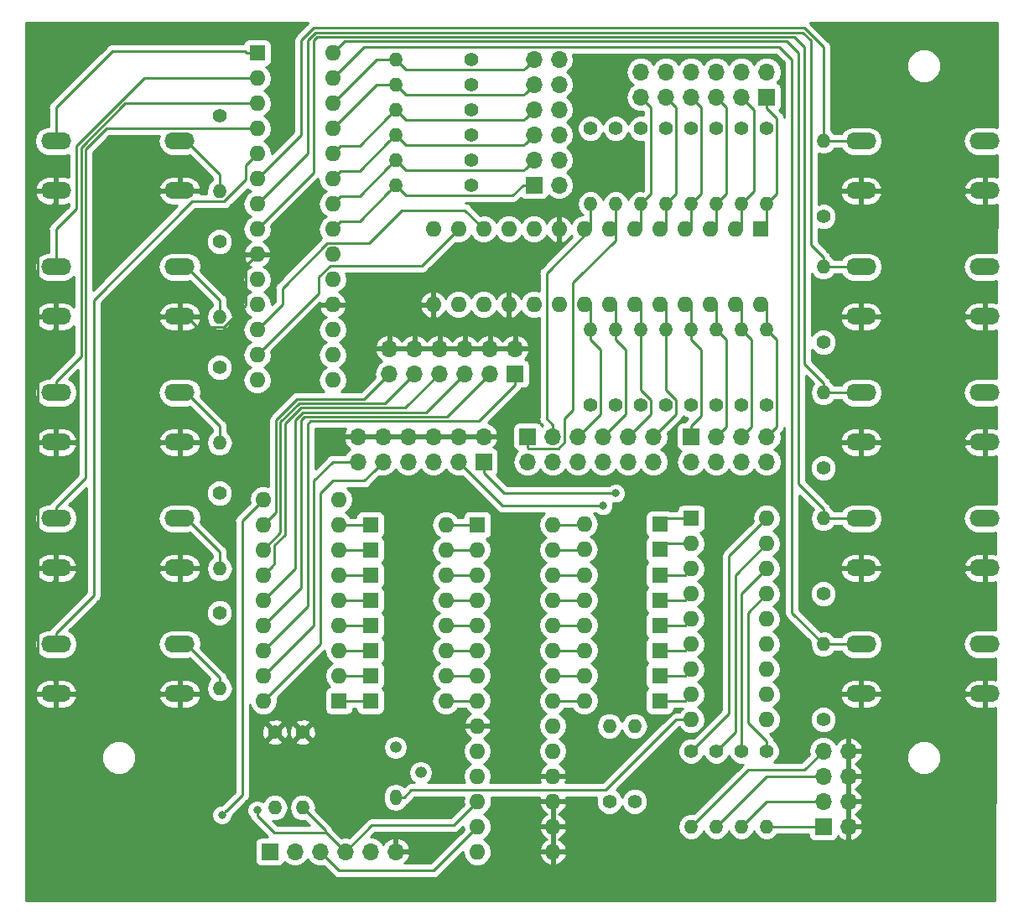
<source format=gbr>
G04 #@! TF.GenerationSoftware,KiCad,Pcbnew,(5.0.1)-4*
G04 #@! TF.CreationDate,2019-02-10T23:48:12-08:00*
G04 #@! TF.ProjectId,ActionPanel,416374696F6E50616E656C2E6B696361,rev?*
G04 #@! TF.SameCoordinates,Original*
G04 #@! TF.FileFunction,Copper,L1,Top,Signal*
G04 #@! TF.FilePolarity,Positive*
%FSLAX46Y46*%
G04 Gerber Fmt 4.6, Leading zero omitted, Abs format (unit mm)*
G04 Created by KiCad (PCBNEW (5.0.1)-4) date 2/10/2019 11:48:12 PM*
%MOMM*%
%LPD*%
G01*
G04 APERTURE LIST*
G04 #@! TA.AperFunction,ComponentPad*
%ADD10R,1.600000X1.600000*%
G04 #@! TD*
G04 #@! TA.AperFunction,ComponentPad*
%ADD11O,1.600000X1.600000*%
G04 #@! TD*
G04 #@! TA.AperFunction,ComponentPad*
%ADD12R,1.700000X1.700000*%
G04 #@! TD*
G04 #@! TA.AperFunction,ComponentPad*
%ADD13O,1.700000X1.700000*%
G04 #@! TD*
G04 #@! TA.AperFunction,ComponentPad*
%ADD14O,1.200000X1.600000*%
G04 #@! TD*
G04 #@! TA.AperFunction,ComponentPad*
%ADD15O,1.200000X1.200000*%
G04 #@! TD*
G04 #@! TA.AperFunction,ComponentPad*
%ADD16C,1.400000*%
G04 #@! TD*
G04 #@! TA.AperFunction,ComponentPad*
%ADD17O,1.400000X1.400000*%
G04 #@! TD*
G04 #@! TA.AperFunction,ComponentPad*
%ADD18O,3.048000X1.727200*%
G04 #@! TD*
G04 #@! TA.AperFunction,ViaPad*
%ADD19C,0.800000*%
G04 #@! TD*
G04 #@! TA.AperFunction,Conductor*
%ADD20C,0.250000*%
G04 #@! TD*
G04 #@! TA.AperFunction,Conductor*
%ADD21C,0.254000*%
G04 #@! TD*
G04 APERTURE END LIST*
D10*
G04 #@! TO.P,U2,1*
G04 #@! TO.N,Net-(D8-Pad1)*
X129413000Y-118491000D03*
D11*
G04 #@! TO.P,U2,10*
G04 #@! TO.N,/LTEST*
X121793000Y-98171000D03*
G04 #@! TO.P,U2,2*
G04 #@! TO.N,Net-(D7-Pad1)*
X129413000Y-115951000D03*
G04 #@! TO.P,U2,11*
G04 #@! TO.N,/SASL1*
X121793000Y-100711000D03*
G04 #@! TO.P,U2,3*
G04 #@! TO.N,Net-(D6-Pad1)*
X129413000Y-113411000D03*
G04 #@! TO.P,U2,12*
G04 #@! TO.N,/SASL2*
X121793000Y-103251000D03*
G04 #@! TO.P,U2,4*
G04 #@! TO.N,Net-(D5-Pad1)*
X129413000Y-110871000D03*
G04 #@! TO.P,U2,13*
G04 #@! TO.N,/SASL3*
X121793000Y-105791000D03*
G04 #@! TO.P,U2,5*
G04 #@! TO.N,Net-(D4-Pad1)*
X129413000Y-108331000D03*
G04 #@! TO.P,U2,14*
G04 #@! TO.N,/SASL4*
X121793000Y-108331000D03*
G04 #@! TO.P,U2,6*
G04 #@! TO.N,Net-(D3-Pad1)*
X129413000Y-105791000D03*
G04 #@! TO.P,U2,15*
G04 #@! TO.N,/SASL5*
X121793000Y-110871000D03*
G04 #@! TO.P,U2,7*
G04 #@! TO.N,Net-(D2-Pad1)*
X129413000Y-103251000D03*
G04 #@! TO.P,U2,16*
G04 #@! TO.N,/SASL6*
X121793000Y-113411000D03*
G04 #@! TO.P,U2,8*
G04 #@! TO.N,Net-(D1-Pad1)*
X129413000Y-100711000D03*
G04 #@! TO.P,U2,17*
G04 #@! TO.N,/SASL7*
X121793000Y-115951000D03*
G04 #@! TO.P,U2,9*
G04 #@! TO.N,/DIM*
X129413000Y-98171000D03*
G04 #@! TO.P,U2,18*
G04 #@! TO.N,/SASL8*
X121793000Y-118491000D03*
G04 #@! TD*
D12*
G04 #@! TO.P,J1,1*
G04 #@! TO.N,/LTEST*
X122428000Y-133731000D03*
D13*
G04 #@! TO.P,J1,2*
G04 #@! TO.N,Net-(J1-Pad2)*
X124968000Y-133731000D03*
G04 #@! TO.P,J1,3*
G04 #@! TO.N,/SDA*
X127508000Y-133731000D03*
G04 #@! TO.P,J1,4*
G04 #@! TO.N,/SCK*
X130048000Y-133731000D03*
G04 #@! TO.P,J1,5*
G04 #@! TO.N,GND*
X132588000Y-133731000D03*
G04 #@! TO.P,J1,6*
G04 #@! TO.N,+5V*
X135128000Y-133731000D03*
G04 #@! TD*
G04 #@! TO.P,J2,12*
G04 #@! TO.N,+5V*
X134493000Y-82931000D03*
G04 #@! TO.P,J2,11*
G04 #@! TO.N,/SASL1*
X134493000Y-85471000D03*
G04 #@! TO.P,J2,10*
G04 #@! TO.N,+5V*
X137033000Y-82931000D03*
G04 #@! TO.P,J2,9*
G04 #@! TO.N,/SASL2*
X137033000Y-85471000D03*
G04 #@! TO.P,J2,8*
G04 #@! TO.N,+5V*
X139573000Y-82931000D03*
G04 #@! TO.P,J2,7*
G04 #@! TO.N,/SASL3*
X139573000Y-85471000D03*
G04 #@! TO.P,J2,6*
G04 #@! TO.N,+5V*
X142113000Y-82931000D03*
G04 #@! TO.P,J2,5*
G04 #@! TO.N,/SASL4*
X142113000Y-85471000D03*
G04 #@! TO.P,J2,4*
G04 #@! TO.N,+5V*
X144653000Y-82931000D03*
G04 #@! TO.P,J2,3*
G04 #@! TO.N,/SASL5*
X144653000Y-85471000D03*
G04 #@! TO.P,J2,2*
G04 #@! TO.N,+5V*
X147193000Y-82931000D03*
D12*
G04 #@! TO.P,J2,1*
G04 #@! TO.N,/SASL6*
X147193000Y-85471000D03*
G04 #@! TD*
G04 #@! TO.P,J3,1*
G04 #@! TO.N,Net-(J3-Pad1)*
X144018000Y-94361000D03*
D13*
G04 #@! TO.P,J3,2*
G04 #@! TO.N,+5V*
X144018000Y-91821000D03*
G04 #@! TO.P,J3,3*
G04 #@! TO.N,Net-(J3-Pad3)*
X141478000Y-94361000D03*
G04 #@! TO.P,J3,4*
G04 #@! TO.N,+5V*
X141478000Y-91821000D03*
G04 #@! TO.P,J3,5*
G04 #@! TO.N,/SASL10*
X138938000Y-94361000D03*
G04 #@! TO.P,J3,6*
G04 #@! TO.N,+5V*
X138938000Y-91821000D03*
G04 #@! TO.P,J3,7*
G04 #@! TO.N,/SASL9*
X136398000Y-94361000D03*
G04 #@! TO.P,J3,8*
G04 #@! TO.N,+5V*
X136398000Y-91821000D03*
G04 #@! TO.P,J3,9*
G04 #@! TO.N,/SASL8*
X133858000Y-94361000D03*
G04 #@! TO.P,J3,10*
G04 #@! TO.N,+5V*
X133858000Y-91821000D03*
G04 #@! TO.P,J3,11*
G04 #@! TO.N,/SASL7*
X131318000Y-94361000D03*
G04 #@! TO.P,J3,12*
G04 #@! TO.N,+5V*
X131318000Y-91821000D03*
G04 #@! TD*
D12*
G04 #@! TO.P,J4,1*
G04 #@! TO.N,Net-(J4-Pad1)*
X178308000Y-131191000D03*
D13*
G04 #@! TO.P,J4,2*
G04 #@! TO.N,+5V*
X180848000Y-131191000D03*
G04 #@! TO.P,J4,3*
G04 #@! TO.N,Net-(J4-Pad3)*
X178308000Y-128651000D03*
G04 #@! TO.P,J4,4*
G04 #@! TO.N,+5V*
X180848000Y-128651000D03*
G04 #@! TO.P,J4,5*
G04 #@! TO.N,Net-(J4-Pad5)*
X178308000Y-126111000D03*
G04 #@! TO.P,J4,6*
G04 #@! TO.N,+5V*
X180848000Y-126111000D03*
G04 #@! TO.P,J4,7*
G04 #@! TO.N,Net-(J4-Pad7)*
X178308000Y-123571000D03*
G04 #@! TO.P,J4,8*
G04 #@! TO.N,+5V*
X180848000Y-123571000D03*
G04 #@! TD*
G04 #@! TO.P,J5,12*
G04 #@! TO.N,GND*
X159893000Y-54991000D03*
G04 #@! TO.P,J5,11*
G04 #@! TO.N,/SAS6*
X159893000Y-57531000D03*
G04 #@! TO.P,J5,10*
G04 #@! TO.N,GND*
X162433000Y-54991000D03*
G04 #@! TO.P,J5,9*
G04 #@! TO.N,/SAS5*
X162433000Y-57531000D03*
G04 #@! TO.P,J5,8*
G04 #@! TO.N,GND*
X164973000Y-54991000D03*
G04 #@! TO.P,J5,7*
G04 #@! TO.N,/SAS4*
X164973000Y-57531000D03*
G04 #@! TO.P,J5,6*
G04 #@! TO.N,GND*
X167513000Y-54991000D03*
G04 #@! TO.P,J5,5*
G04 #@! TO.N,/SAS3*
X167513000Y-57531000D03*
G04 #@! TO.P,J5,4*
G04 #@! TO.N,GND*
X170053000Y-54991000D03*
G04 #@! TO.P,J5,3*
G04 #@! TO.N,/SAS2*
X170053000Y-57531000D03*
G04 #@! TO.P,J5,2*
G04 #@! TO.N,GND*
X172593000Y-54991000D03*
D12*
G04 #@! TO.P,J5,1*
G04 #@! TO.N,/SAS1*
X172593000Y-57531000D03*
G04 #@! TD*
G04 #@! TO.P,J6,1*
G04 #@! TO.N,/SAS7*
X148463000Y-91821000D03*
D13*
G04 #@! TO.P,J6,2*
G04 #@! TO.N,GND*
X148463000Y-94361000D03*
G04 #@! TO.P,J6,3*
G04 #@! TO.N,/SAS8*
X151003000Y-91821000D03*
G04 #@! TO.P,J6,4*
G04 #@! TO.N,GND*
X151003000Y-94361000D03*
G04 #@! TO.P,J6,5*
G04 #@! TO.N,/SAS9*
X153543000Y-91821000D03*
G04 #@! TO.P,J6,6*
G04 #@! TO.N,GND*
X153543000Y-94361000D03*
G04 #@! TO.P,J6,7*
G04 #@! TO.N,/SAS10*
X156083000Y-91821000D03*
G04 #@! TO.P,J6,8*
G04 #@! TO.N,GND*
X156083000Y-94361000D03*
G04 #@! TO.P,J6,9*
G04 #@! TO.N,/SASC*
X158623000Y-91821000D03*
G04 #@! TO.P,J6,10*
G04 #@! TO.N,GND*
X158623000Y-94361000D03*
G04 #@! TO.P,J6,11*
G04 #@! TO.N,/ATB*
X161163000Y-91821000D03*
G04 #@! TO.P,J6,12*
G04 #@! TO.N,GND*
X161163000Y-94361000D03*
G04 #@! TD*
G04 #@! TO.P,J7,8*
G04 #@! TO.N,GND*
X172593000Y-94361000D03*
G04 #@! TO.P,J7,7*
G04 #@! TO.N,/UNO3*
X172593000Y-91821000D03*
G04 #@! TO.P,J7,6*
G04 #@! TO.N,GND*
X170053000Y-94361000D03*
G04 #@! TO.P,J7,5*
G04 #@! TO.N,/UNO2*
X170053000Y-91821000D03*
G04 #@! TO.P,J7,4*
G04 #@! TO.N,GND*
X167513000Y-94361000D03*
G04 #@! TO.P,J7,3*
G04 #@! TO.N,/UNO1*
X167513000Y-91821000D03*
G04 #@! TO.P,J7,2*
G04 #@! TO.N,GND*
X164973000Y-94361000D03*
D12*
G04 #@! TO.P,J7,1*
G04 #@! TO.N,/RST*
X164973000Y-91821000D03*
G04 #@! TD*
G04 #@! TO.P,J8,1*
G04 #@! TO.N,/LSW*
X149098000Y-66421000D03*
D13*
G04 #@! TO.P,J8,2*
G04 #@! TO.N,GND*
X151638000Y-66421000D03*
G04 #@! TO.P,J8,3*
G04 #@! TO.N,/GSW*
X149098000Y-63881000D03*
G04 #@! TO.P,J8,4*
G04 #@! TO.N,GND*
X151638000Y-63881000D03*
G04 #@! TO.P,J8,5*
G04 #@! TO.N,/BSW*
X149098000Y-61341000D03*
G04 #@! TO.P,J8,6*
G04 #@! TO.N,GND*
X151638000Y-61341000D03*
G04 #@! TO.P,J8,7*
G04 #@! TO.N,/RSW*
X149098000Y-58801000D03*
G04 #@! TO.P,J8,8*
G04 #@! TO.N,GND*
X151638000Y-58801000D03*
G04 #@! TO.P,J8,9*
G04 #@! TO.N,/STSW*
X149098000Y-56261000D03*
G04 #@! TO.P,J8,10*
G04 #@! TO.N,GND*
X151638000Y-56261000D03*
G04 #@! TO.P,J8,11*
G04 #@! TO.N,/ASW*
X149098000Y-53721000D03*
G04 #@! TO.P,J8,12*
G04 #@! TO.N,GND*
X151638000Y-53721000D03*
G04 #@! TD*
D14*
G04 #@! TO.P,Q1,1*
G04 #@! TO.N,/DIM*
X135128000Y-128270000D03*
D15*
G04 #@! TO.P,Q1,2*
G04 #@! TO.N,Net-(J1-Pad2)*
X137668000Y-125730000D03*
G04 #@! TO.P,Q1,3*
G04 #@! TO.N,GND*
X135128000Y-123190000D03*
G04 #@! TD*
D16*
G04 #@! TO.P,R1,1*
G04 #@! TO.N,+5V*
X122936000Y-121666000D03*
D17*
G04 #@! TO.P,R1,2*
G04 #@! TO.N,/SDA*
X122936000Y-129286000D03*
G04 #@! TD*
D16*
G04 #@! TO.P,R2,1*
G04 #@! TO.N,+5V*
X125730000Y-121666000D03*
D17*
G04 #@! TO.P,R2,2*
G04 #@! TO.N,/SCK*
X125730000Y-129286000D03*
G04 #@! TD*
D16*
G04 #@! TO.P,R7,1*
G04 #@! TO.N,/LGTL*
X156718000Y-128651000D03*
D17*
G04 #@! TO.P,R7,2*
G04 #@! TO.N,Net-(J3-Pad3)*
X156718000Y-121031000D03*
G04 #@! TD*
G04 #@! TO.P,R8,2*
G04 #@! TO.N,Net-(J3-Pad1)*
X159258000Y-121031000D03*
D16*
G04 #@! TO.P,R8,1*
G04 #@! TO.N,/GRL*
X159258000Y-128651000D03*
G04 #@! TD*
G04 #@! TO.P,R9,1*
G04 #@! TO.N,/BRKL*
X172593000Y-123571000D03*
D17*
G04 #@! TO.P,R9,2*
G04 #@! TO.N,Net-(J4-Pad1)*
X172593000Y-131191000D03*
G04 #@! TD*
G04 #@! TO.P,R10,2*
G04 #@! TO.N,Net-(J4-Pad3)*
X170053000Y-131191000D03*
D16*
G04 #@! TO.P,R10,1*
G04 #@! TO.N,/RCSL*
X170053000Y-123571000D03*
G04 #@! TD*
G04 #@! TO.P,R11,1*
G04 #@! TO.N,/UNI1*
X167513000Y-123571000D03*
D17*
G04 #@! TO.P,R11,2*
G04 #@! TO.N,Net-(J4-Pad5)*
X167513000Y-131191000D03*
G04 #@! TD*
G04 #@! TO.P,R12,2*
G04 #@! TO.N,Net-(J4-Pad7)*
X164973000Y-131191000D03*
D16*
G04 #@! TO.P,R12,1*
G04 #@! TO.N,/UNI2*
X164973000Y-123571000D03*
G04 #@! TD*
G04 #@! TO.P,R13,1*
G04 #@! TO.N,GND*
X172593000Y-60706000D03*
D17*
G04 #@! TO.P,R13,2*
G04 #@! TO.N,/SAS1*
X172593000Y-68326000D03*
G04 #@! TD*
D16*
G04 #@! TO.P,R14,1*
G04 #@! TO.N,GND*
X157353000Y-60706000D03*
D17*
G04 #@! TO.P,R14,2*
G04 #@! TO.N,/SAS7*
X157353000Y-68326000D03*
G04 #@! TD*
G04 #@! TO.P,R15,2*
G04 #@! TO.N,/SAS2*
X170053000Y-68326000D03*
D16*
G04 #@! TO.P,R15,1*
G04 #@! TO.N,GND*
X170053000Y-60706000D03*
G04 #@! TD*
D17*
G04 #@! TO.P,R16,2*
G04 #@! TO.N,/SAS8*
X154813000Y-68326000D03*
D16*
G04 #@! TO.P,R16,1*
G04 #@! TO.N,GND*
X154813000Y-60706000D03*
G04 #@! TD*
G04 #@! TO.P,R17,1*
G04 #@! TO.N,GND*
X164973000Y-88646000D03*
D17*
G04 #@! TO.P,R17,2*
G04 #@! TO.N,/RST*
X164973000Y-81026000D03*
G04 #@! TD*
D16*
G04 #@! TO.P,R18,1*
G04 #@! TO.N,GND*
X167513000Y-60706000D03*
D17*
G04 #@! TO.P,R18,2*
G04 #@! TO.N,/SAS3*
X167513000Y-68326000D03*
G04 #@! TD*
D16*
G04 #@! TO.P,R19,1*
G04 #@! TO.N,GND*
X154813000Y-88646000D03*
D17*
G04 #@! TO.P,R19,2*
G04 #@! TO.N,/SAS9*
X154813000Y-81026000D03*
G04 #@! TD*
G04 #@! TO.P,R20,2*
G04 #@! TO.N,/UNO1*
X167513000Y-81026000D03*
D16*
G04 #@! TO.P,R20,1*
G04 #@! TO.N,GND*
X167513000Y-88646000D03*
G04 #@! TD*
D17*
G04 #@! TO.P,R23,2*
G04 #@! TO.N,/SAS4*
X164973000Y-68326000D03*
D16*
G04 #@! TO.P,R23,1*
G04 #@! TO.N,GND*
X164973000Y-60706000D03*
G04 #@! TD*
D17*
G04 #@! TO.P,R24,2*
G04 #@! TO.N,/SAS10*
X157353000Y-81026000D03*
D16*
G04 #@! TO.P,R24,1*
G04 #@! TO.N,GND*
X157353000Y-88646000D03*
G04 #@! TD*
G04 #@! TO.P,R25,1*
G04 #@! TO.N,GND*
X170053000Y-88646000D03*
D17*
G04 #@! TO.P,R25,2*
G04 #@! TO.N,/UNO2*
X170053000Y-81026000D03*
G04 #@! TD*
D16*
G04 #@! TO.P,R26,1*
G04 #@! TO.N,GND*
X162433000Y-60706000D03*
D17*
G04 #@! TO.P,R26,2*
G04 #@! TO.N,/SAS5*
X162433000Y-68326000D03*
G04 #@! TD*
D16*
G04 #@! TO.P,R27,1*
G04 #@! TO.N,GND*
X159893000Y-88646000D03*
D17*
G04 #@! TO.P,R27,2*
G04 #@! TO.N,/SASC*
X159893000Y-81026000D03*
G04 #@! TD*
G04 #@! TO.P,R28,2*
G04 #@! TO.N,/UNO3*
X172593000Y-81026000D03*
D16*
G04 #@! TO.P,R28,1*
G04 #@! TO.N,GND*
X172593000Y-88646000D03*
G04 #@! TD*
D17*
G04 #@! TO.P,R29,2*
G04 #@! TO.N,/SAS6*
X159893000Y-68326000D03*
D16*
G04 #@! TO.P,R29,1*
G04 #@! TO.N,GND*
X159893000Y-60706000D03*
G04 #@! TD*
D17*
G04 #@! TO.P,R30,2*
G04 #@! TO.N,/ATB*
X162433000Y-81026000D03*
D16*
G04 #@! TO.P,R30,1*
G04 #@! TO.N,GND*
X162433000Y-88646000D03*
G04 #@! TD*
D17*
G04 #@! TO.P,R31,2*
G04 #@! TO.N,/LSW*
X135128000Y-66421000D03*
D16*
G04 #@! TO.P,R31,1*
G04 #@! TO.N,GND*
X142748000Y-66421000D03*
G04 #@! TD*
D17*
G04 #@! TO.P,R32,2*
G04 #@! TO.N,/GSW*
X135128000Y-63881000D03*
D16*
G04 #@! TO.P,R32,1*
G04 #@! TO.N,GND*
X142748000Y-63881000D03*
G04 #@! TD*
D17*
G04 #@! TO.P,R33,2*
G04 #@! TO.N,/BSW*
X135128000Y-61341000D03*
D16*
G04 #@! TO.P,R33,1*
G04 #@! TO.N,GND*
X142748000Y-61341000D03*
G04 #@! TD*
G04 #@! TO.P,R34,1*
G04 #@! TO.N,GND*
X142748000Y-58801000D03*
D17*
G04 #@! TO.P,R34,2*
G04 #@! TO.N,/RSW*
X135128000Y-58801000D03*
G04 #@! TD*
D16*
G04 #@! TO.P,R35,1*
G04 #@! TO.N,GND*
X142748000Y-56261000D03*
D17*
G04 #@! TO.P,R35,2*
G04 #@! TO.N,/STSW*
X135128000Y-56261000D03*
G04 #@! TD*
D16*
G04 #@! TO.P,R36,1*
G04 #@! TO.N,GND*
X117348000Y-59436000D03*
D17*
G04 #@! TO.P,R36,2*
G04 #@! TO.N,/AG1*
X117348000Y-67056000D03*
G04 #@! TD*
G04 #@! TO.P,R37,2*
G04 #@! TO.N,/AG2*
X117348000Y-79756000D03*
D16*
G04 #@! TO.P,R37,1*
G04 #@! TO.N,GND*
X117348000Y-72136000D03*
G04 #@! TD*
G04 #@! TO.P,R38,1*
G04 #@! TO.N,GND*
X117348000Y-84836000D03*
D17*
G04 #@! TO.P,R38,2*
G04 #@! TO.N,/AG3*
X117348000Y-92456000D03*
G04 #@! TD*
G04 #@! TO.P,R39,2*
G04 #@! TO.N,/AG4*
X117348000Y-105156000D03*
D16*
G04 #@! TO.P,R39,1*
G04 #@! TO.N,GND*
X117348000Y-97536000D03*
G04 #@! TD*
G04 #@! TO.P,R40,1*
G04 #@! TO.N,GND*
X117348000Y-109601000D03*
D17*
G04 #@! TO.P,R40,2*
G04 #@! TO.N,/AG5*
X117348000Y-117221000D03*
G04 #@! TD*
G04 #@! TO.P,R41,2*
G04 #@! TO.N,/AG6*
X178308000Y-61976000D03*
D16*
G04 #@! TO.P,R41,1*
G04 #@! TO.N,GND*
X178308000Y-69596000D03*
G04 #@! TD*
G04 #@! TO.P,R42,1*
G04 #@! TO.N,GND*
X178308000Y-82296000D03*
D17*
G04 #@! TO.P,R42,2*
G04 #@! TO.N,/AG7*
X178308000Y-74676000D03*
G04 #@! TD*
G04 #@! TO.P,R43,2*
G04 #@! TO.N,/AG8*
X178308000Y-87376000D03*
D16*
G04 #@! TO.P,R43,1*
G04 #@! TO.N,GND*
X178308000Y-94996000D03*
G04 #@! TD*
G04 #@! TO.P,R44,1*
G04 #@! TO.N,GND*
X178308000Y-107696000D03*
D17*
G04 #@! TO.P,R44,2*
G04 #@! TO.N,/AG9*
X178308000Y-100076000D03*
G04 #@! TD*
G04 #@! TO.P,R45,2*
G04 #@! TO.N,/AG10*
X178308000Y-112776000D03*
D16*
G04 #@! TO.P,R45,1*
G04 #@! TO.N,GND*
X178308000Y-120396000D03*
G04 #@! TD*
D17*
G04 #@! TO.P,R46,2*
G04 #@! TO.N,/ASW*
X135128000Y-53721000D03*
D16*
G04 #@! TO.P,R46,1*
G04 #@! TO.N,GND*
X142748000Y-53721000D03*
G04 #@! TD*
D18*
G04 #@! TO.P,SW1,1*
G04 #@! TO.N,/AG1*
X113338000Y-61976000D03*
G04 #@! TO.P,SW1,2*
G04 #@! TO.N,+5V*
X113338000Y-66976000D03*
G04 #@! TO.P,SW1,1*
G04 #@! TO.N,/AG1*
X100838000Y-61976000D03*
G04 #@! TO.P,SW1,2*
G04 #@! TO.N,+5V*
X100838000Y-66976000D03*
G04 #@! TD*
G04 #@! TO.P,SW2,1*
G04 #@! TO.N,/AG2*
X113338000Y-74676000D03*
G04 #@! TO.P,SW2,2*
G04 #@! TO.N,+5V*
X113338000Y-79676000D03*
G04 #@! TO.P,SW2,1*
G04 #@! TO.N,/AG2*
X100838000Y-74676000D03*
G04 #@! TO.P,SW2,2*
G04 #@! TO.N,+5V*
X100838000Y-79676000D03*
G04 #@! TD*
G04 #@! TO.P,SW3,1*
G04 #@! TO.N,/AG3*
X113338000Y-87376000D03*
G04 #@! TO.P,SW3,2*
G04 #@! TO.N,+5V*
X113338000Y-92376000D03*
G04 #@! TO.P,SW3,1*
G04 #@! TO.N,/AG3*
X100838000Y-87376000D03*
G04 #@! TO.P,SW3,2*
G04 #@! TO.N,+5V*
X100838000Y-92376000D03*
G04 #@! TD*
G04 #@! TO.P,SW4,1*
G04 #@! TO.N,/AG4*
X113338000Y-100076000D03*
G04 #@! TO.P,SW4,2*
G04 #@! TO.N,+5V*
X113338000Y-105076000D03*
G04 #@! TO.P,SW4,1*
G04 #@! TO.N,/AG4*
X100838000Y-100076000D03*
G04 #@! TO.P,SW4,2*
G04 #@! TO.N,+5V*
X100838000Y-105076000D03*
G04 #@! TD*
G04 #@! TO.P,SW5,2*
G04 #@! TO.N,+5V*
X100838000Y-117776000D03*
G04 #@! TO.P,SW5,1*
G04 #@! TO.N,/AG5*
X100838000Y-112776000D03*
G04 #@! TO.P,SW5,2*
G04 #@! TO.N,+5V*
X113338000Y-117776000D03*
G04 #@! TO.P,SW5,1*
G04 #@! TO.N,/AG5*
X113338000Y-112776000D03*
G04 #@! TD*
G04 #@! TO.P,SW6,2*
G04 #@! TO.N,+5V*
X182118000Y-66976000D03*
G04 #@! TO.P,SW6,1*
G04 #@! TO.N,/AG6*
X182118000Y-61976000D03*
G04 #@! TO.P,SW6,2*
G04 #@! TO.N,+5V*
X194618000Y-66976000D03*
G04 #@! TO.P,SW6,1*
G04 #@! TO.N,/AG6*
X194618000Y-61976000D03*
G04 #@! TD*
G04 #@! TO.P,SW7,1*
G04 #@! TO.N,/AG7*
X194618000Y-74676000D03*
G04 #@! TO.P,SW7,2*
G04 #@! TO.N,+5V*
X194618000Y-79676000D03*
G04 #@! TO.P,SW7,1*
G04 #@! TO.N,/AG7*
X182118000Y-74676000D03*
G04 #@! TO.P,SW7,2*
G04 #@! TO.N,+5V*
X182118000Y-79676000D03*
G04 #@! TD*
G04 #@! TO.P,SW8,2*
G04 #@! TO.N,+5V*
X182118000Y-92376000D03*
G04 #@! TO.P,SW8,1*
G04 #@! TO.N,/AG8*
X182118000Y-87376000D03*
G04 #@! TO.P,SW8,2*
G04 #@! TO.N,+5V*
X194618000Y-92376000D03*
G04 #@! TO.P,SW8,1*
G04 #@! TO.N,/AG8*
X194618000Y-87376000D03*
G04 #@! TD*
G04 #@! TO.P,SW9,2*
G04 #@! TO.N,+5V*
X182118000Y-105076000D03*
G04 #@! TO.P,SW9,1*
G04 #@! TO.N,/AG9*
X182118000Y-100076000D03*
G04 #@! TO.P,SW9,2*
G04 #@! TO.N,+5V*
X194618000Y-105076000D03*
G04 #@! TO.P,SW9,1*
G04 #@! TO.N,/AG9*
X194618000Y-100076000D03*
G04 #@! TD*
G04 #@! TO.P,SW10,2*
G04 #@! TO.N,+5V*
X182118000Y-117776000D03*
G04 #@! TO.P,SW10,1*
G04 #@! TO.N,/AG10*
X182118000Y-112776000D03*
G04 #@! TO.P,SW10,2*
G04 #@! TO.N,+5V*
X194618000Y-117776000D03*
G04 #@! TO.P,SW10,1*
G04 #@! TO.N,/AG10*
X194618000Y-112776000D03*
G04 #@! TD*
D11*
G04 #@! TO.P,D1,2*
G04 #@! TO.N,Net-(D1-Pad2)*
X140208000Y-100711000D03*
D10*
G04 #@! TO.P,D1,1*
G04 #@! TO.N,Net-(D1-Pad1)*
X132588000Y-100711000D03*
G04 #@! TD*
G04 #@! TO.P,D2,1*
G04 #@! TO.N,Net-(D2-Pad1)*
X132588000Y-103251000D03*
D11*
G04 #@! TO.P,D2,2*
G04 #@! TO.N,Net-(D2-Pad2)*
X140208000Y-103251000D03*
G04 #@! TD*
G04 #@! TO.P,D3,2*
G04 #@! TO.N,Net-(D3-Pad2)*
X140208000Y-105806001D03*
D10*
G04 #@! TO.P,D3,1*
G04 #@! TO.N,Net-(D3-Pad1)*
X132588000Y-105806001D03*
G04 #@! TD*
G04 #@! TO.P,D4,1*
G04 #@! TO.N,Net-(D4-Pad1)*
X132588000Y-108331000D03*
D11*
G04 #@! TO.P,D4,2*
G04 #@! TO.N,Net-(D4-Pad2)*
X140208000Y-108331000D03*
G04 #@! TD*
G04 #@! TO.P,D5,2*
G04 #@! TO.N,Net-(D5-Pad2)*
X140208000Y-110871000D03*
D10*
G04 #@! TO.P,D5,1*
G04 #@! TO.N,Net-(D5-Pad1)*
X132588000Y-110871000D03*
G04 #@! TD*
G04 #@! TO.P,D6,1*
G04 #@! TO.N,Net-(D6-Pad1)*
X132588000Y-113411000D03*
D11*
G04 #@! TO.P,D6,2*
G04 #@! TO.N,Net-(D6-Pad2)*
X140208000Y-113411000D03*
G04 #@! TD*
G04 #@! TO.P,D7,2*
G04 #@! TO.N,Net-(D7-Pad2)*
X140208000Y-115951000D03*
D10*
G04 #@! TO.P,D7,1*
G04 #@! TO.N,Net-(D7-Pad1)*
X132588000Y-115951000D03*
G04 #@! TD*
G04 #@! TO.P,D8,1*
G04 #@! TO.N,Net-(D8-Pad1)*
X132588000Y-118491000D03*
D11*
G04 #@! TO.P,D8,2*
G04 #@! TO.N,Net-(D8-Pad2)*
X140208000Y-118491000D03*
G04 #@! TD*
D10*
G04 #@! TO.P,D9,1*
G04 #@! TO.N,Net-(D9-Pad1)*
X161798000Y-118491000D03*
D11*
G04 #@! TO.P,D9,2*
G04 #@! TO.N,Net-(D9-Pad2)*
X154178000Y-118491000D03*
G04 #@! TD*
G04 #@! TO.P,D10,2*
G04 #@! TO.N,Net-(D10-Pad2)*
X154178000Y-115951000D03*
D10*
G04 #@! TO.P,D10,1*
G04 #@! TO.N,Net-(D10-Pad1)*
X161798000Y-115951000D03*
G04 #@! TD*
G04 #@! TO.P,D11,1*
G04 #@! TO.N,Net-(D11-Pad1)*
X161798000Y-113411000D03*
D11*
G04 #@! TO.P,D11,2*
G04 #@! TO.N,Net-(D11-Pad2)*
X154178000Y-113411000D03*
G04 #@! TD*
G04 #@! TO.P,D12,2*
G04 #@! TO.N,Net-(D12-Pad2)*
X154178000Y-110871000D03*
D10*
G04 #@! TO.P,D12,1*
G04 #@! TO.N,Net-(D12-Pad1)*
X161798000Y-110871000D03*
G04 #@! TD*
G04 #@! TO.P,D13,1*
G04 #@! TO.N,Net-(D13-Pad1)*
X161798000Y-108331000D03*
D11*
G04 #@! TO.P,D13,2*
G04 #@! TO.N,Net-(D13-Pad2)*
X154178000Y-108331000D03*
G04 #@! TD*
G04 #@! TO.P,D14,2*
G04 #@! TO.N,Net-(D14-Pad2)*
X154178000Y-105791000D03*
D10*
G04 #@! TO.P,D14,1*
G04 #@! TO.N,Net-(D14-Pad1)*
X161798000Y-105791000D03*
G04 #@! TD*
G04 #@! TO.P,D15,1*
G04 #@! TO.N,Net-(D15-Pad1)*
X161792999Y-103205999D03*
D11*
G04 #@! TO.P,D15,2*
G04 #@! TO.N,Net-(D15-Pad2)*
X154172999Y-103205999D03*
G04 #@! TD*
G04 #@! TO.P,D16,2*
G04 #@! TO.N,Net-(D16-Pad2)*
X154172999Y-100655999D03*
D10*
G04 #@! TO.P,D16,1*
G04 #@! TO.N,Net-(D16-Pad1)*
X161792999Y-100655999D03*
G04 #@! TD*
G04 #@! TO.P,U1,1*
G04 #@! TO.N,Net-(D1-Pad2)*
X143383000Y-100711000D03*
D11*
G04 #@! TO.P,U1,15*
G04 #@! TO.N,+5V*
X151003000Y-133731000D03*
G04 #@! TO.P,U1,2*
G04 #@! TO.N,Net-(D2-Pad2)*
X143383000Y-103251000D03*
G04 #@! TO.P,U1,16*
G04 #@! TO.N,+5V*
X151003000Y-131191000D03*
G04 #@! TO.P,U1,3*
G04 #@! TO.N,Net-(D3-Pad2)*
X143383000Y-105791000D03*
G04 #@! TO.P,U1,17*
G04 #@! TO.N,+5V*
X151003000Y-128651000D03*
G04 #@! TO.P,U1,4*
G04 #@! TO.N,Net-(D4-Pad2)*
X143383000Y-108331000D03*
G04 #@! TO.P,U1,18*
G04 #@! TO.N,+5V*
X151003000Y-126111000D03*
G04 #@! TO.P,U1,5*
G04 #@! TO.N,Net-(D5-Pad2)*
X143383000Y-110871000D03*
G04 #@! TO.P,U1,19*
G04 #@! TO.N,Net-(U1-Pad19)*
X151003000Y-123571000D03*
G04 #@! TO.P,U1,6*
G04 #@! TO.N,Net-(D6-Pad2)*
X143383000Y-113411000D03*
G04 #@! TO.P,U1,20*
G04 #@! TO.N,Net-(U1-Pad20)*
X151003000Y-121031000D03*
G04 #@! TO.P,U1,7*
G04 #@! TO.N,Net-(D7-Pad2)*
X143383000Y-115951000D03*
G04 #@! TO.P,U1,21*
G04 #@! TO.N,Net-(D9-Pad2)*
X151003000Y-118491000D03*
G04 #@! TO.P,U1,8*
G04 #@! TO.N,Net-(D8-Pad2)*
X143383000Y-118491000D03*
G04 #@! TO.P,U1,22*
G04 #@! TO.N,Net-(D10-Pad2)*
X151003000Y-115951000D03*
G04 #@! TO.P,U1,9*
G04 #@! TO.N,+5V*
X143383000Y-121031000D03*
G04 #@! TO.P,U1,23*
G04 #@! TO.N,Net-(D11-Pad2)*
X151003000Y-113411000D03*
G04 #@! TO.P,U1,10*
G04 #@! TO.N,GND*
X143383000Y-123571000D03*
G04 #@! TO.P,U1,24*
G04 #@! TO.N,Net-(D12-Pad2)*
X151003000Y-110871000D03*
G04 #@! TO.P,U1,11*
G04 #@! TO.N,Net-(U1-Pad11)*
X143383000Y-126111000D03*
G04 #@! TO.P,U1,25*
G04 #@! TO.N,Net-(D13-Pad2)*
X151003000Y-108331000D03*
G04 #@! TO.P,U1,12*
G04 #@! TO.N,/SCK*
X143383000Y-128651000D03*
G04 #@! TO.P,U1,26*
G04 #@! TO.N,Net-(D14-Pad2)*
X151003000Y-105791000D03*
G04 #@! TO.P,U1,13*
G04 #@! TO.N,/SDA*
X143383000Y-131191000D03*
G04 #@! TO.P,U1,27*
G04 #@! TO.N,Net-(D15-Pad2)*
X151003000Y-103251000D03*
G04 #@! TO.P,U1,14*
G04 #@! TO.N,Net-(U1-Pad14)*
X143383000Y-133731000D03*
G04 #@! TO.P,U1,28*
G04 #@! TO.N,Net-(D16-Pad2)*
X151003000Y-100711000D03*
G04 #@! TD*
D10*
G04 #@! TO.P,U3,1*
G04 #@! TO.N,Net-(D16-Pad1)*
X164973000Y-100076000D03*
D11*
G04 #@! TO.P,U3,10*
G04 #@! TO.N,/LTEST*
X172593000Y-120396000D03*
G04 #@! TO.P,U3,2*
G04 #@! TO.N,Net-(D15-Pad1)*
X164973000Y-102616000D03*
G04 #@! TO.P,U3,11*
G04 #@! TO.N,/SASL9*
X172593000Y-117856000D03*
G04 #@! TO.P,U3,3*
G04 #@! TO.N,Net-(D14-Pad1)*
X164973000Y-105156000D03*
G04 #@! TO.P,U3,12*
G04 #@! TO.N,/SASL10*
X172593000Y-115316000D03*
G04 #@! TO.P,U3,4*
G04 #@! TO.N,Net-(D13-Pad1)*
X164973000Y-107696000D03*
G04 #@! TO.P,U3,13*
G04 #@! TO.N,/LGTL*
X172593000Y-112776000D03*
G04 #@! TO.P,U3,5*
G04 #@! TO.N,Net-(D12-Pad1)*
X164973000Y-110236000D03*
G04 #@! TO.P,U3,14*
G04 #@! TO.N,/GRL*
X172593000Y-110236000D03*
G04 #@! TO.P,U3,6*
G04 #@! TO.N,Net-(D11-Pad1)*
X164973000Y-112776000D03*
G04 #@! TO.P,U3,15*
G04 #@! TO.N,/BRKL*
X172593000Y-107696000D03*
G04 #@! TO.P,U3,7*
G04 #@! TO.N,Net-(D10-Pad1)*
X164973000Y-115316000D03*
G04 #@! TO.P,U3,16*
G04 #@! TO.N,/RCSL*
X172593000Y-105156000D03*
G04 #@! TO.P,U3,8*
G04 #@! TO.N,Net-(D9-Pad1)*
X164973000Y-117856000D03*
G04 #@! TO.P,U3,17*
G04 #@! TO.N,/UNI1*
X172593000Y-102616000D03*
G04 #@! TO.P,U3,9*
G04 #@! TO.N,/DIM*
X164973000Y-120396000D03*
G04 #@! TO.P,U3,18*
G04 #@! TO.N,/UNI2*
X172593000Y-100076000D03*
G04 #@! TD*
D10*
G04 #@! TO.P,U4,1*
G04 #@! TO.N,/SAS1*
X171958000Y-70866000D03*
D11*
G04 #@! TO.P,U4,15*
G04 #@! TO.N,+5V*
X138938000Y-78486000D03*
G04 #@! TO.P,U4,2*
G04 #@! TO.N,/SAS2*
X169418000Y-70866000D03*
G04 #@! TO.P,U4,16*
G04 #@! TO.N,GND*
X141478000Y-78486000D03*
G04 #@! TO.P,U4,3*
G04 #@! TO.N,/SAS3*
X166878000Y-70866000D03*
G04 #@! TO.P,U4,17*
G04 #@! TO.N,GND*
X144018000Y-78486000D03*
G04 #@! TO.P,U4,4*
G04 #@! TO.N,/SAS4*
X164338000Y-70866000D03*
G04 #@! TO.P,U4,18*
G04 #@! TO.N,+5V*
X146558000Y-78486000D03*
G04 #@! TO.P,U4,5*
G04 #@! TO.N,/SAS5*
X161798000Y-70866000D03*
G04 #@! TO.P,U4,19*
G04 #@! TO.N,Net-(U4-Pad19)*
X149098000Y-78486000D03*
G04 #@! TO.P,U4,6*
G04 #@! TO.N,/SAS6*
X159258000Y-70866000D03*
G04 #@! TO.P,U4,20*
G04 #@! TO.N,Net-(U4-Pad20)*
X151638000Y-78486000D03*
G04 #@! TO.P,U4,7*
G04 #@! TO.N,/SAS7*
X156718000Y-70866000D03*
G04 #@! TO.P,U4,21*
G04 #@! TO.N,/SAS9*
X154178000Y-78486000D03*
G04 #@! TO.P,U4,8*
G04 #@! TO.N,/SAS8*
X154178000Y-70866000D03*
G04 #@! TO.P,U4,22*
G04 #@! TO.N,/SAS10*
X156718000Y-78486000D03*
G04 #@! TO.P,U4,9*
G04 #@! TO.N,+5V*
X151638000Y-70866000D03*
G04 #@! TO.P,U4,23*
G04 #@! TO.N,/SASC*
X159258000Y-78486000D03*
G04 #@! TO.P,U4,10*
G04 #@! TO.N,GND*
X149098000Y-70866000D03*
G04 #@! TO.P,U4,24*
G04 #@! TO.N,/ATB*
X161798000Y-78486000D03*
G04 #@! TO.P,U4,11*
G04 #@! TO.N,Net-(U4-Pad11)*
X146558000Y-70866000D03*
G04 #@! TO.P,U4,25*
G04 #@! TO.N,/RST*
X164338000Y-78486000D03*
G04 #@! TO.P,U4,12*
G04 #@! TO.N,/SCK*
X144018000Y-70866000D03*
G04 #@! TO.P,U4,26*
G04 #@! TO.N,/UNO1*
X166878000Y-78486000D03*
G04 #@! TO.P,U4,13*
G04 #@! TO.N,/SDA*
X141478000Y-70866000D03*
G04 #@! TO.P,U4,27*
G04 #@! TO.N,/UNO2*
X169418000Y-78486000D03*
G04 #@! TO.P,U4,14*
G04 #@! TO.N,Net-(U4-Pad14)*
X138938000Y-70866000D03*
G04 #@! TO.P,U4,28*
G04 #@! TO.N,/UNO3*
X171958000Y-78486000D03*
G04 #@! TD*
G04 #@! TO.P,U5,28*
G04 #@! TO.N,/AG9*
X128778000Y-53086000D03*
G04 #@! TO.P,U5,14*
G04 #@! TO.N,Net-(U5-Pad14)*
X121158000Y-86106000D03*
G04 #@! TO.P,U5,27*
G04 #@! TO.N,/AG10*
X128778000Y-55626000D03*
G04 #@! TO.P,U5,13*
G04 #@! TO.N,/SDA*
X121158000Y-83566000D03*
G04 #@! TO.P,U5,26*
G04 #@! TO.N,/ASW*
X128778000Y-58166000D03*
G04 #@! TO.P,U5,12*
G04 #@! TO.N,/SCK*
X121158000Y-81026000D03*
G04 #@! TO.P,U5,25*
G04 #@! TO.N,/STSW*
X128778000Y-60706000D03*
G04 #@! TO.P,U5,11*
G04 #@! TO.N,Net-(U5-Pad11)*
X121158000Y-78486000D03*
G04 #@! TO.P,U5,24*
G04 #@! TO.N,/RSW*
X128778000Y-63246000D03*
G04 #@! TO.P,U5,10*
G04 #@! TO.N,GND*
X121158000Y-75946000D03*
G04 #@! TO.P,U5,23*
G04 #@! TO.N,/BSW*
X128778000Y-65786000D03*
G04 #@! TO.P,U5,9*
G04 #@! TO.N,+5V*
X121158000Y-73406000D03*
G04 #@! TO.P,U5,22*
G04 #@! TO.N,/GSW*
X128778000Y-68326000D03*
G04 #@! TO.P,U5,8*
G04 #@! TO.N,/AG8*
X121158000Y-70866000D03*
G04 #@! TO.P,U5,21*
G04 #@! TO.N,/LSW*
X128778000Y-70866000D03*
G04 #@! TO.P,U5,7*
G04 #@! TO.N,/AG7*
X121158000Y-68326000D03*
G04 #@! TO.P,U5,20*
G04 #@! TO.N,Net-(U5-Pad20)*
X128778000Y-73406000D03*
G04 #@! TO.P,U5,6*
G04 #@! TO.N,/AG6*
X121158000Y-65786000D03*
G04 #@! TO.P,U5,19*
G04 #@! TO.N,Net-(U5-Pad19)*
X128778000Y-75946000D03*
G04 #@! TO.P,U5,5*
G04 #@! TO.N,/AG5*
X121158000Y-63246000D03*
G04 #@! TO.P,U5,18*
G04 #@! TO.N,+5V*
X128778000Y-78486000D03*
G04 #@! TO.P,U5,4*
G04 #@! TO.N,/AG4*
X121158000Y-60706000D03*
G04 #@! TO.P,U5,17*
G04 #@! TO.N,GND*
X128778000Y-81026000D03*
G04 #@! TO.P,U5,3*
G04 #@! TO.N,/AG3*
X121158000Y-58166000D03*
G04 #@! TO.P,U5,16*
G04 #@! TO.N,GND*
X128778000Y-83566000D03*
G04 #@! TO.P,U5,2*
G04 #@! TO.N,/AG2*
X121158000Y-55626000D03*
G04 #@! TO.P,U5,15*
G04 #@! TO.N,GND*
X128778000Y-86106000D03*
D10*
G04 #@! TO.P,U5,1*
G04 #@! TO.N,/AG1*
X121158000Y-53086000D03*
G04 #@! TD*
D19*
G04 #@! TO.N,/LTEST*
X117602000Y-130005000D03*
G04 #@! TO.N,/SCK*
X121158000Y-129540000D03*
G04 #@! TO.N,Net-(J3-Pad1)*
X157353000Y-97536000D03*
G04 #@! TO.N,Net-(J3-Pad3)*
X156083000Y-98806000D03*
G04 #@! TD*
D20*
G04 #@! TO.N,/LTEST*
X118001999Y-129605001D02*
X118044999Y-129605001D01*
X117602000Y-130005000D02*
X118001999Y-129605001D01*
X118044999Y-129605001D02*
X119634000Y-128016000D01*
X119634000Y-100330000D02*
X121793000Y-98171000D01*
X119634000Y-128016000D02*
X119634000Y-100330000D01*
G04 #@! TO.N,/SDA*
X140678001Y-71665999D02*
X141478000Y-70866000D01*
X137812999Y-74531001D02*
X140678001Y-71665999D01*
X128527997Y-74531001D02*
X137812999Y-74531001D01*
X127363001Y-75695997D02*
X128527997Y-74531001D01*
X127363001Y-77360999D02*
X127363001Y-75695997D01*
X121158000Y-83566000D02*
X127363001Y-77360999D01*
X127508000Y-133731000D02*
X129413000Y-135636000D01*
X138938000Y-135636000D02*
X143383000Y-131191000D01*
X129413000Y-135636000D02*
X138938000Y-135636000D01*
G04 #@! TO.N,/SCK*
X142113000Y-68961000D02*
X144018000Y-70866000D01*
X123698000Y-78486000D02*
X123698000Y-76820998D01*
X121158000Y-81026000D02*
X123698000Y-78486000D01*
X123698000Y-76820998D02*
X128237999Y-72280999D01*
X128237999Y-72280999D02*
X132443001Y-72280999D01*
X132443001Y-72280999D02*
X135763000Y-68961000D01*
X135763000Y-68961000D02*
X142113000Y-68961000D01*
X130048000Y-133731000D02*
X132715000Y-131064000D01*
X140970000Y-131064000D02*
X143383000Y-128651000D01*
X132715000Y-131064000D02*
X140970000Y-131064000D01*
X121158000Y-130105685D02*
X122878315Y-131826000D01*
X121158000Y-129540000D02*
X121158000Y-130105685D01*
X128143000Y-131826000D02*
X130048000Y-133731000D01*
X128016000Y-131572000D02*
X125730000Y-129286000D01*
X128016000Y-131826000D02*
X128016000Y-131572000D01*
X128016000Y-131826000D02*
X128143000Y-131826000D01*
X122878315Y-131826000D02*
X128016000Y-131826000D01*
G04 #@! TO.N,+5V*
X100838000Y-106189600D02*
X100838000Y-105076000D01*
X98988990Y-108038610D02*
X100838000Y-106189600D01*
X100838000Y-116662400D02*
X98988990Y-114813390D01*
X100838000Y-117776000D02*
X100838000Y-116662400D01*
X98988990Y-108331000D02*
X98988990Y-96321990D01*
X98988990Y-108331000D02*
X98988990Y-108038610D01*
X98988990Y-114813390D02*
X98988990Y-108331000D01*
X100838000Y-94472980D02*
X100838000Y-92376000D01*
X98988990Y-96321990D02*
X100838000Y-94472980D01*
X100838000Y-80789600D02*
X100838000Y-79676000D01*
X98988990Y-82638610D02*
X100838000Y-80789600D01*
X100838000Y-68089600D02*
X100838000Y-66976000D01*
X98988990Y-69938610D02*
X100838000Y-68089600D01*
X98988990Y-82931000D02*
X98988990Y-69938610D01*
X98988990Y-82931000D02*
X98988990Y-82638610D01*
X98988990Y-96321990D02*
X98988990Y-82931000D01*
X120358001Y-74205999D02*
X121158000Y-73406000D01*
X120032999Y-74531001D02*
X120358001Y-74205999D01*
X120032999Y-78588003D02*
X120032999Y-74531001D01*
X117831402Y-80789600D02*
X120032999Y-78588003D01*
X115112000Y-80789600D02*
X117831402Y-80789600D01*
X113998400Y-79676000D02*
X115112000Y-80789600D01*
X113338000Y-79676000D02*
X113998400Y-79676000D01*
G04 #@! TO.N,/SASL6*
X147193000Y-86571000D02*
X147193000Y-85471000D01*
X143502950Y-90261050D02*
X147193000Y-86571000D01*
X126527950Y-90261050D02*
X143502950Y-90261050D01*
X126238000Y-90551000D02*
X126527950Y-90261050D01*
X126238000Y-108966000D02*
X126238000Y-90551000D01*
X121793000Y-113411000D02*
X126238000Y-108966000D01*
G04 #@! TO.N,/SASL5*
X143803001Y-86320999D02*
X144653000Y-85471000D01*
X140312960Y-89811040D02*
X143803001Y-86320999D01*
X125953598Y-89811040D02*
X140312960Y-89811040D01*
X125603000Y-90161638D02*
X125953598Y-89811040D01*
X121793000Y-110871000D02*
X125603000Y-107061000D01*
X125603000Y-107061000D02*
X125603000Y-90161638D01*
G04 #@! TO.N,/SASL4*
X124968000Y-105156000D02*
X121793000Y-108331000D01*
X124968000Y-90160228D02*
X124968000Y-105156000D01*
X125767198Y-89361030D02*
X124968000Y-90160228D01*
X142113000Y-85471000D02*
X138222970Y-89361030D01*
X138222970Y-89361030D02*
X125767198Y-89361030D01*
G04 #@! TO.N,/SASL3*
X122592999Y-104991001D02*
X121793000Y-105791000D01*
X122918001Y-104665999D02*
X122592999Y-104991001D01*
X136132980Y-88911020D02*
X125580798Y-88911020D01*
X125580798Y-88911020D02*
X123963020Y-90528798D01*
X139573000Y-85471000D02*
X136132980Y-88911020D01*
X123963020Y-90528798D02*
X123963019Y-101717391D01*
X123963019Y-101717391D02*
X122918001Y-102762409D01*
X122918001Y-102762409D02*
X122918001Y-104665999D01*
G04 #@! TO.N,/SASL2*
X136183001Y-86320999D02*
X137033000Y-85471000D01*
X134042990Y-88461010D02*
X136183001Y-86320999D01*
X125394398Y-88461010D02*
X134042990Y-88461010D01*
X123513010Y-90342398D02*
X125394398Y-88461010D01*
X123513010Y-101530990D02*
X123513010Y-90342398D01*
X121793000Y-103251000D02*
X123513010Y-101530990D01*
G04 #@! TO.N,/SASL1*
X131953000Y-88011000D02*
X134493000Y-85471000D01*
X125207998Y-88011000D02*
X131953000Y-88011000D01*
X123063000Y-90155998D02*
X125207998Y-88011000D01*
X123063000Y-90155998D02*
X123063000Y-99441000D01*
X123063000Y-99441000D02*
X121793000Y-100711000D01*
G04 #@! TO.N,/SASL7*
X128778000Y-94361000D02*
X131318000Y-94361000D01*
X126873000Y-96266000D02*
X128778000Y-94361000D01*
X121793000Y-115951000D02*
X126873000Y-110871000D01*
X126873000Y-110871000D02*
X126873000Y-96266000D01*
G04 #@! TO.N,/SASL8*
X121793000Y-118491000D02*
X127508000Y-112776000D01*
X127508000Y-112776000D02*
X127508000Y-97536000D01*
X133008001Y-95210999D02*
X133858000Y-94361000D01*
X131953000Y-96266000D02*
X133008001Y-95210999D01*
X128778000Y-96266000D02*
X131953000Y-96266000D01*
X127508000Y-97536000D02*
X128778000Y-96266000D01*
G04 #@! TO.N,Net-(J4-Pad1)*
X172593000Y-131191000D02*
X178308000Y-131191000D01*
G04 #@! TO.N,Net-(J4-Pad3)*
X172593000Y-128651000D02*
X178308000Y-128651000D01*
X170053000Y-131191000D02*
X172593000Y-128651000D01*
G04 #@! TO.N,Net-(J4-Pad5)*
X172593000Y-126111000D02*
X178308000Y-126111000D01*
X167513000Y-131191000D02*
X172593000Y-126111000D01*
G04 #@! TO.N,Net-(J4-Pad7)*
X164973000Y-131191000D02*
X170688000Y-125476000D01*
X176403000Y-125476000D02*
X178308000Y-123571000D01*
X170688000Y-125476000D02*
X176403000Y-125476000D01*
G04 #@! TO.N,/SAS6*
X159893000Y-70866000D02*
X159893000Y-68326000D01*
X160742999Y-58380999D02*
X159893000Y-57531000D01*
X160918001Y-58556001D02*
X160742999Y-58380999D01*
X160918001Y-67300999D02*
X160918001Y-58556001D01*
X159893000Y-68326000D02*
X160918001Y-67300999D01*
G04 #@! TO.N,/SAS5*
X162433000Y-70866000D02*
X162433000Y-68326000D01*
X163282999Y-58380999D02*
X162433000Y-57531000D01*
X163458001Y-58556001D02*
X163282999Y-58380999D01*
X163458001Y-67300999D02*
X163458001Y-58556001D01*
X162433000Y-68326000D02*
X163458001Y-67300999D01*
G04 #@! TO.N,/SAS4*
X164973000Y-70866000D02*
X164973000Y-68326000D01*
X165822999Y-58380999D02*
X164973000Y-57531000D01*
X165998001Y-58556001D02*
X165822999Y-58380999D01*
X165998001Y-67300999D02*
X165998001Y-58556001D01*
X164973000Y-68326000D02*
X165998001Y-67300999D01*
G04 #@! TO.N,/SAS3*
X167513000Y-70866000D02*
X167513000Y-68326000D01*
X168362999Y-58380999D02*
X167513000Y-57531000D01*
X168538001Y-58556001D02*
X168362999Y-58380999D01*
X168538001Y-67300999D02*
X168538001Y-58556001D01*
X167513000Y-68326000D02*
X168538001Y-67300999D01*
G04 #@! TO.N,/SAS2*
X170053000Y-70866000D02*
X170053000Y-68326000D01*
X170902999Y-58380999D02*
X170053000Y-57531000D01*
X171323000Y-58801000D02*
X170902999Y-58380999D01*
X171323000Y-67056000D02*
X171323000Y-58801000D01*
X170053000Y-68326000D02*
X171323000Y-67056000D01*
G04 #@! TO.N,/SAS1*
X172593000Y-70866000D02*
X172593000Y-68326000D01*
X172593000Y-58631000D02*
X172593000Y-57531000D01*
X173618001Y-59656001D02*
X172593000Y-58631000D01*
X173618001Y-67300999D02*
X173618001Y-59656001D01*
X172593000Y-68326000D02*
X173618001Y-67300999D01*
G04 #@! TO.N,/SAS7*
X157353000Y-68326000D02*
X157353000Y-70866000D01*
X157353000Y-70866000D02*
X157353000Y-71997370D01*
X157353000Y-71997370D02*
X153658370Y-75692000D01*
X153658370Y-75692000D02*
X153543000Y-75807370D01*
X148538001Y-92996001D02*
X148463000Y-92921000D01*
X148463000Y-92921000D02*
X148463000Y-91821000D01*
X153658370Y-75692000D02*
X153052999Y-76297371D01*
X153052999Y-76297371D02*
X153052999Y-89136001D01*
X153052999Y-89136001D02*
X152178001Y-90010999D01*
X152178001Y-90010999D02*
X152178001Y-92385001D01*
X152178001Y-92385001D02*
X151567001Y-92996001D01*
X151567001Y-92996001D02*
X148538001Y-92996001D01*
G04 #@! TO.N,/SAS8*
X151003000Y-90618919D02*
X151003000Y-91821000D01*
X150368000Y-89983919D02*
X151003000Y-90618919D01*
X150368000Y-75311000D02*
X150368000Y-89983919D01*
X154813000Y-70866000D02*
X150368000Y-75311000D01*
X154813000Y-68326000D02*
X154813000Y-70866000D01*
G04 #@! TO.N,/SAS9*
X154813000Y-78486000D02*
X154813000Y-81026000D01*
X154392999Y-90971001D02*
X153543000Y-91821000D01*
X155838001Y-89525999D02*
X154392999Y-90971001D01*
X155838001Y-83040950D02*
X155838001Y-89525999D01*
X154813000Y-82015949D02*
X155838001Y-83040950D01*
X154813000Y-81026000D02*
X154813000Y-82015949D01*
G04 #@! TO.N,/SAS10*
X157353000Y-78486000D02*
X157353000Y-81026000D01*
X156932999Y-90971001D02*
X156083000Y-91821000D01*
X158378001Y-89525999D02*
X156932999Y-90971001D01*
X158378001Y-83040950D02*
X158378001Y-89525999D01*
X157353000Y-82015949D02*
X158378001Y-83040950D01*
X157353000Y-81026000D02*
X157353000Y-82015949D01*
G04 #@! TO.N,/SASC*
X159893000Y-78486000D02*
X159893000Y-81026000D01*
X159472999Y-90971001D02*
X158623000Y-91821000D01*
X160918001Y-89525999D02*
X159472999Y-90971001D01*
X160918001Y-88153999D02*
X160918001Y-89525999D01*
X159893000Y-87128998D02*
X160918001Y-88153999D01*
X159893000Y-81026000D02*
X159893000Y-87128998D01*
G04 #@! TO.N,/ATB*
X162433000Y-78486000D02*
X162433000Y-81026000D01*
X162012999Y-90971001D02*
X161163000Y-91821000D01*
X163458001Y-89525999D02*
X162012999Y-90971001D01*
X163458001Y-88153999D02*
X163458001Y-89525999D01*
X162433000Y-87128998D02*
X163458001Y-88153999D01*
X162433000Y-81026000D02*
X162433000Y-87128998D01*
G04 #@! TO.N,/UNO3*
X172593000Y-78486000D02*
X172593000Y-81026000D01*
X173442999Y-90971001D02*
X172593000Y-91821000D01*
X173618001Y-90795999D02*
X173442999Y-90971001D01*
X173618001Y-82051001D02*
X173618001Y-90795999D01*
X172593000Y-81026000D02*
X173618001Y-82051001D01*
G04 #@! TO.N,/UNO2*
X170053000Y-78486000D02*
X170053000Y-81026000D01*
X170902999Y-90971001D02*
X170053000Y-91821000D01*
X171078001Y-90795999D02*
X170902999Y-90971001D01*
X171078001Y-82051001D02*
X171078001Y-90795999D01*
X170053000Y-81026000D02*
X171078001Y-82051001D01*
G04 #@! TO.N,/UNO1*
X167513000Y-78486000D02*
X167513000Y-81026000D01*
X168362999Y-90971001D02*
X167513000Y-91821000D01*
X168538001Y-90795999D02*
X168362999Y-90971001D01*
X168538001Y-82051001D02*
X168538001Y-90795999D01*
X167513000Y-81026000D02*
X168538001Y-82051001D01*
G04 #@! TO.N,/RST*
X164973000Y-78486000D02*
X164973000Y-81026000D01*
X164973000Y-90721000D02*
X164973000Y-91821000D01*
X165998001Y-89695999D02*
X164973000Y-90721000D01*
X165998001Y-83040950D02*
X165998001Y-89695999D01*
X164973000Y-82015949D02*
X165998001Y-83040950D01*
X164973000Y-81026000D02*
X164973000Y-82015949D01*
G04 #@! TO.N,/LSW*
X134428001Y-67120999D02*
X135128000Y-66421000D01*
X131482999Y-70066001D02*
X134428001Y-67120999D01*
X129577999Y-70066001D02*
X131482999Y-70066001D01*
X128778000Y-70866000D02*
X129577999Y-70066001D01*
X147998000Y-66421000D02*
X149098000Y-66421000D01*
X146972999Y-67446001D02*
X147998000Y-66421000D01*
X136153001Y-67446001D02*
X146972999Y-67446001D01*
X135128000Y-66421000D02*
X136153001Y-67446001D01*
G04 #@! TO.N,/GSW*
X134428001Y-64580999D02*
X135128000Y-63881000D01*
X131482999Y-67526001D02*
X134428001Y-64580999D01*
X129577999Y-67526001D02*
X131482999Y-67526001D01*
X128778000Y-68326000D02*
X129577999Y-67526001D01*
X148248001Y-64730999D02*
X149098000Y-63881000D01*
X148072999Y-64906001D02*
X148248001Y-64730999D01*
X136153001Y-64906001D02*
X148072999Y-64906001D01*
X135128000Y-63881000D02*
X136153001Y-64906001D01*
G04 #@! TO.N,/BSW*
X148248001Y-62190999D02*
X149098000Y-61341000D01*
X148072999Y-62366001D02*
X148248001Y-62190999D01*
X136153001Y-62366001D02*
X148072999Y-62366001D01*
X135128000Y-61341000D02*
X136153001Y-62366001D01*
X134428001Y-62040999D02*
X135128000Y-61341000D01*
X131482999Y-64986001D02*
X134428001Y-62040999D01*
X129577999Y-64986001D02*
X131482999Y-64986001D01*
X128778000Y-65786000D02*
X129577999Y-64986001D01*
G04 #@! TO.N,/RSW*
X134428001Y-59500999D02*
X135128000Y-58801000D01*
X131482999Y-62446001D02*
X134428001Y-59500999D01*
X129577999Y-62446001D02*
X131482999Y-62446001D01*
X128778000Y-63246000D02*
X129577999Y-62446001D01*
X148248001Y-59650999D02*
X149098000Y-58801000D01*
X148072999Y-59826001D02*
X148248001Y-59650999D01*
X136153001Y-59826001D02*
X148072999Y-59826001D01*
X135128000Y-58801000D02*
X136153001Y-59826001D01*
G04 #@! TO.N,/STSW*
X133223000Y-56261000D02*
X135128000Y-56261000D01*
X128778000Y-60706000D02*
X133223000Y-56261000D01*
X148248001Y-57110999D02*
X149098000Y-56261000D01*
X148072999Y-57286001D02*
X148248001Y-57110999D01*
X136153001Y-57286001D02*
X148072999Y-57286001D01*
X135128000Y-56261000D02*
X136153001Y-57286001D01*
G04 #@! TO.N,/ASW*
X133223000Y-53721000D02*
X135128000Y-53721000D01*
X128778000Y-58166000D02*
X133223000Y-53721000D01*
X148248001Y-54570999D02*
X149098000Y-53721000D01*
X148072999Y-54746001D02*
X148248001Y-54570999D01*
X136153001Y-54746001D02*
X148072999Y-54746001D01*
X135128000Y-53721000D02*
X136153001Y-54746001D01*
G04 #@! TO.N,/DIM*
X135978000Y-128270000D02*
X135128000Y-128270000D01*
X136722001Y-127525999D02*
X135978000Y-128270000D01*
X156325999Y-127525999D02*
X136722001Y-127525999D01*
X163455998Y-120396000D02*
X156325999Y-127525999D01*
X164973000Y-120396000D02*
X163455998Y-120396000D01*
G04 #@! TO.N,/BRKL*
X172593000Y-122581051D02*
X170688000Y-120676051D01*
X172593000Y-123571000D02*
X172593000Y-122581051D01*
X170688000Y-109601000D02*
X172593000Y-107696000D01*
X170688000Y-120676051D02*
X170688000Y-109601000D01*
G04 #@! TO.N,/RCSL*
X170053000Y-107696000D02*
X172593000Y-105156000D01*
X170053000Y-123571000D02*
X170053000Y-107696000D01*
G04 #@! TO.N,/UNI1*
X167513000Y-123571000D02*
X169418000Y-121666000D01*
X169418000Y-105791000D02*
X172593000Y-102616000D01*
X169418000Y-121666000D02*
X169418000Y-105791000D01*
G04 #@! TO.N,/UNI2*
X168783000Y-103886000D02*
X172593000Y-100076000D01*
X164973000Y-123571000D02*
X168783000Y-119761000D01*
X168783000Y-119761000D02*
X168783000Y-103886000D01*
G04 #@! TO.N,/AG1*
X113998400Y-61976000D02*
X113338000Y-61976000D01*
X117348000Y-65325600D02*
X113998400Y-61976000D01*
X117348000Y-67056000D02*
X117348000Y-65325600D01*
X100838000Y-58596998D02*
X100838000Y-61976000D01*
X106503999Y-52930999D02*
X100838000Y-58596998D01*
X119952999Y-52930999D02*
X106503999Y-52930999D01*
X120108000Y-53086000D02*
X119952999Y-52930999D01*
X121158000Y-53086000D02*
X120108000Y-53086000D01*
G04 #@! TO.N,/AG2*
X113998400Y-74676000D02*
X113338000Y-74676000D01*
X117348000Y-78025600D02*
X113998400Y-74676000D01*
X117348000Y-79756000D02*
X117348000Y-78025600D01*
X100838000Y-73562400D02*
X100838000Y-74676000D01*
X121158000Y-55626000D02*
X109728000Y-55626000D01*
X100838000Y-74676000D02*
X100838000Y-70866000D01*
X102872000Y-62482000D02*
X109728000Y-55626000D01*
X102872000Y-68832000D02*
X102872000Y-62482000D01*
X100838000Y-70866000D02*
X102872000Y-68832000D01*
G04 #@! TO.N,/AG3*
X113998400Y-87376000D02*
X113338000Y-87376000D01*
X117348000Y-90725600D02*
X113998400Y-87376000D01*
X117348000Y-92456000D02*
X117348000Y-90725600D01*
X100838000Y-86262400D02*
X103378000Y-83722400D01*
X100838000Y-87376000D02*
X100838000Y-86262400D01*
X103378000Y-83722400D02*
X103378000Y-62612410D01*
X107824410Y-58166000D02*
X121158000Y-58166000D01*
X103378000Y-62612410D02*
X107824410Y-58166000D01*
G04 #@! TO.N,/AG4*
X113998400Y-100076000D02*
X113338000Y-100076000D01*
X117348000Y-103425600D02*
X113998400Y-100076000D01*
X117348000Y-105156000D02*
X117348000Y-103425600D01*
X103828010Y-95972390D02*
X103828010Y-62798810D01*
X100838000Y-100076000D02*
X100838000Y-98962400D01*
X100838000Y-98962400D02*
X103828010Y-95972390D01*
X105920820Y-60706000D02*
X121158000Y-60706000D01*
X103828010Y-62798810D02*
X105920820Y-60706000D01*
G04 #@! TO.N,/AG5*
X100838000Y-111662400D02*
X104648000Y-107852400D01*
X100838000Y-112776000D02*
X100838000Y-111662400D01*
X120358001Y-64045999D02*
X121158000Y-63246000D01*
X120032999Y-65888003D02*
X120032999Y-64371001D01*
X117840001Y-68081001D02*
X120032999Y-65888003D01*
X114574347Y-68081001D02*
X117840001Y-68081001D01*
X120032999Y-64371001D02*
X120358001Y-64045999D01*
X104648000Y-78007348D02*
X114574347Y-68081001D01*
X104648000Y-107852400D02*
X104648000Y-78007348D01*
X117348000Y-116125600D02*
X117348000Y-117221000D01*
X113998400Y-112776000D02*
X117348000Y-116125600D01*
X113338000Y-112776000D02*
X113998400Y-112776000D01*
G04 #@! TO.N,/AG6*
X181457600Y-61976000D02*
X178308000Y-61976000D01*
X182118000Y-61976000D02*
X181457600Y-61976000D01*
X176403000Y-50546000D02*
X178308000Y-52451000D01*
X121158000Y-65786000D02*
X125603000Y-61341000D01*
X178308000Y-52451000D02*
X178308000Y-61976000D01*
X126870180Y-50546000D02*
X125603000Y-51813180D01*
X176403000Y-50546000D02*
X126870180Y-50546000D01*
X125603000Y-51813180D02*
X125603000Y-61341000D01*
G04 #@! TO.N,/AG7*
X182118000Y-74676000D02*
X178308000Y-74676000D01*
X126238000Y-51814590D02*
X126238000Y-63246000D01*
X178308000Y-74676000D02*
X178308000Y-73686051D01*
X126238000Y-63246000D02*
X121158000Y-68326000D01*
X178308000Y-73686051D02*
X177038000Y-72416051D01*
X177038000Y-72416051D02*
X177038000Y-51817410D01*
X177038000Y-51817410D02*
X176216600Y-50996010D01*
X176216600Y-50996010D02*
X127056579Y-50996011D01*
X127056579Y-50996011D02*
X126238000Y-51814590D01*
G04 #@! TO.N,/AG8*
X182118000Y-87376000D02*
X181457600Y-87376000D01*
X182118000Y-87376000D02*
X178308000Y-87376000D01*
X126873000Y-65151000D02*
X121158000Y-70866000D01*
X126873000Y-51816000D02*
X126873000Y-65151000D01*
X127242980Y-51446020D02*
X126873000Y-51816000D01*
X178308000Y-86386051D02*
X176403000Y-84481051D01*
X178308000Y-87376000D02*
X178308000Y-86386051D01*
X176403000Y-84481051D02*
X176403000Y-52451000D01*
X175398020Y-51446020D02*
X170688000Y-51446020D01*
X176403000Y-52451000D02*
X175398020Y-51446020D01*
X170953020Y-51446020D02*
X170688000Y-51446020D01*
X170688000Y-51446020D02*
X127242980Y-51446020D01*
G04 #@! TO.N,/AG9*
X182118000Y-100076000D02*
X181457600Y-100076000D01*
X129967970Y-51896030D02*
X128778000Y-53086000D01*
X178308000Y-99086051D02*
X175768000Y-96546051D01*
X178308000Y-100076000D02*
X178308000Y-99086051D01*
X175768000Y-53086000D02*
X174578030Y-51896030D01*
X175768000Y-96546051D02*
X175768000Y-53086000D01*
X174578030Y-51896030D02*
X168148000Y-51896030D01*
X168228030Y-51896030D02*
X168148000Y-51896030D01*
X168148000Y-51896030D02*
X129967970Y-51896030D01*
X179297949Y-100076000D02*
X182118000Y-100076000D01*
X178308000Y-100076000D02*
X179297949Y-100076000D01*
G04 #@! TO.N,/AG10*
X128778000Y-55626000D02*
X129577999Y-54826001D01*
X129577999Y-54826001D02*
X131953000Y-52451000D01*
X131953000Y-52451000D02*
X138938000Y-52451000D01*
X173863000Y-52451000D02*
X138304410Y-52451000D01*
X175133000Y-53721000D02*
X173863000Y-52451000D01*
X178308000Y-112776000D02*
X175133000Y-109601000D01*
X175133000Y-109601000D02*
X175133000Y-53721000D01*
X179297949Y-112776000D02*
X182118000Y-112776000D01*
X178308000Y-112776000D02*
X179297949Y-112776000D01*
G04 #@! TO.N,Net-(D1-Pad2)*
X140208000Y-100711000D02*
X143383000Y-100711000D01*
G04 #@! TO.N,Net-(D1-Pad1)*
X129413000Y-100711000D02*
X132588000Y-100711000D01*
G04 #@! TO.N,Net-(D2-Pad1)*
X129413000Y-103251000D02*
X132588000Y-103251000D01*
G04 #@! TO.N,Net-(D2-Pad2)*
X143383000Y-103251000D02*
X140208000Y-103251000D01*
G04 #@! TO.N,Net-(D3-Pad2)*
X143367999Y-105806001D02*
X143383000Y-105791000D01*
X140208000Y-105806001D02*
X143367999Y-105806001D01*
G04 #@! TO.N,Net-(D3-Pad1)*
X132572999Y-105791000D02*
X132588000Y-105806001D01*
X129413000Y-105791000D02*
X132572999Y-105791000D01*
G04 #@! TO.N,Net-(D4-Pad1)*
X129413000Y-108331000D02*
X132588000Y-108331000D01*
G04 #@! TO.N,Net-(D4-Pad2)*
X140208000Y-108331000D02*
X143383000Y-108331000D01*
G04 #@! TO.N,Net-(D5-Pad2)*
X140208000Y-110871000D02*
X143383000Y-110871000D01*
G04 #@! TO.N,Net-(D5-Pad1)*
X129413000Y-110871000D02*
X132588000Y-110871000D01*
G04 #@! TO.N,Net-(D6-Pad1)*
X132588000Y-113411000D02*
X129413000Y-113411000D01*
G04 #@! TO.N,Net-(D6-Pad2)*
X140208000Y-113411000D02*
X143383000Y-113411000D01*
G04 #@! TO.N,Net-(D7-Pad2)*
X140208000Y-115951000D02*
X143383000Y-115951000D01*
G04 #@! TO.N,Net-(D7-Pad1)*
X129413000Y-115951000D02*
X132588000Y-115951000D01*
G04 #@! TO.N,Net-(D8-Pad1)*
X129413000Y-118491000D02*
X132588000Y-118491000D01*
G04 #@! TO.N,Net-(D8-Pad2)*
X140208000Y-118491000D02*
X143383000Y-118491000D01*
G04 #@! TO.N,Net-(D9-Pad1)*
X164338000Y-118491000D02*
X164973000Y-117856000D01*
X161798000Y-118491000D02*
X164338000Y-118491000D01*
G04 #@! TO.N,Net-(D9-Pad2)*
X151003000Y-118491000D02*
X154178000Y-118491000D01*
G04 #@! TO.N,Net-(D10-Pad2)*
X151003000Y-115951000D02*
X154178000Y-115951000D01*
G04 #@! TO.N,Net-(D10-Pad1)*
X164338000Y-115951000D02*
X164973000Y-115316000D01*
X161798000Y-115951000D02*
X164338000Y-115951000D01*
G04 #@! TO.N,Net-(D11-Pad1)*
X164338000Y-113411000D02*
X164973000Y-112776000D01*
X161798000Y-113411000D02*
X164338000Y-113411000D01*
G04 #@! TO.N,Net-(D11-Pad2)*
X151003000Y-113411000D02*
X154178000Y-113411000D01*
G04 #@! TO.N,Net-(D12-Pad2)*
X151003000Y-110871000D02*
X154178000Y-110871000D01*
G04 #@! TO.N,Net-(D12-Pad1)*
X164338000Y-110871000D02*
X164973000Y-110236000D01*
X161798000Y-110871000D02*
X164338000Y-110871000D01*
G04 #@! TO.N,Net-(D13-Pad1)*
X164338000Y-108331000D02*
X164973000Y-107696000D01*
X161798000Y-108331000D02*
X164338000Y-108331000D01*
G04 #@! TO.N,Net-(D13-Pad2)*
X154178000Y-108331000D02*
X151003000Y-108331000D01*
G04 #@! TO.N,Net-(D14-Pad2)*
X151003000Y-105791000D02*
X154178000Y-105791000D01*
G04 #@! TO.N,Net-(D14-Pad1)*
X164338000Y-105791000D02*
X164973000Y-105156000D01*
X161798000Y-105791000D02*
X164338000Y-105791000D01*
G04 #@! TO.N,Net-(D15-Pad1)*
X164927999Y-102570999D02*
X164973000Y-102616000D01*
X161792999Y-102570999D02*
X164927999Y-102570999D01*
G04 #@! TO.N,Net-(D15-Pad2)*
X153492998Y-103251000D02*
X154172999Y-102570999D01*
X151003000Y-103251000D02*
X153492998Y-103251000D01*
G04 #@! TO.N,Net-(D16-Pad2)*
X153482998Y-100711000D02*
X154172999Y-100020999D01*
X151003000Y-100711000D02*
X153482998Y-100711000D01*
G04 #@! TO.N,Net-(D16-Pad1)*
X164917999Y-100020999D02*
X164973000Y-100076000D01*
X161792999Y-100020999D02*
X164917999Y-100020999D01*
G04 #@! TO.N,Net-(J3-Pad1)*
X144018000Y-95461000D02*
X144018000Y-94361000D01*
X146093000Y-97536000D02*
X144018000Y-95461000D01*
X157353000Y-97536000D02*
X146093000Y-97536000D01*
G04 #@! TO.N,Net-(J3-Pad3)*
X145923000Y-98806000D02*
X141478000Y-94361000D01*
X156083000Y-98806000D02*
X145923000Y-98806000D01*
G04 #@! TD*
D21*
G04 #@! TO.N,+5V*
G36*
X126279851Y-50061527D02*
X125118530Y-51222849D01*
X125055071Y-51265251D01*
X124887096Y-51516644D01*
X124843000Y-51738329D01*
X124843000Y-51738333D01*
X124828112Y-51813180D01*
X124843000Y-51888027D01*
X124843001Y-61026197D01*
X122620595Y-63248603D01*
X122621113Y-63246000D01*
X122509740Y-62686091D01*
X122192577Y-62211423D01*
X121840242Y-61976000D01*
X122192577Y-61740577D01*
X122509740Y-61265909D01*
X122621113Y-60706000D01*
X122509740Y-60146091D01*
X122192577Y-59671423D01*
X121840242Y-59436000D01*
X122192577Y-59200577D01*
X122509740Y-58725909D01*
X122621113Y-58166000D01*
X122509740Y-57606091D01*
X122192577Y-57131423D01*
X121840242Y-56896000D01*
X122192577Y-56660577D01*
X122509740Y-56185909D01*
X122621113Y-55626000D01*
X122509740Y-55066091D01*
X122192577Y-54591423D01*
X122071894Y-54510785D01*
X122205765Y-54484157D01*
X122415809Y-54343809D01*
X122556157Y-54133765D01*
X122605440Y-53886000D01*
X122605440Y-52286000D01*
X122556157Y-52038235D01*
X122415809Y-51828191D01*
X122205765Y-51687843D01*
X121958000Y-51638560D01*
X120358000Y-51638560D01*
X120110235Y-51687843D01*
X119900191Y-51828191D01*
X119759843Y-52038235D01*
X119733435Y-52170999D01*
X106578847Y-52170999D01*
X106503999Y-52156111D01*
X106429151Y-52170999D01*
X106429147Y-52170999D01*
X106207462Y-52215095D01*
X105956070Y-52383070D01*
X105913670Y-52446526D01*
X100353530Y-58006667D01*
X100290071Y-58049069D01*
X100122096Y-58300462D01*
X100078000Y-58522147D01*
X100078000Y-58522151D01*
X100063112Y-58596998D01*
X100078000Y-58671845D01*
X100078001Y-60477400D01*
X100030002Y-60477400D01*
X99592875Y-60564350D01*
X99097170Y-60895570D01*
X98765950Y-61391275D01*
X98649641Y-61976000D01*
X98765950Y-62560725D01*
X99097170Y-63056430D01*
X99592875Y-63387650D01*
X100030002Y-63474600D01*
X101645998Y-63474600D01*
X102083125Y-63387650D01*
X102112001Y-63368356D01*
X102112001Y-65617795D01*
X101625400Y-65477400D01*
X100965000Y-65477400D01*
X100965000Y-66849000D01*
X100985000Y-66849000D01*
X100985000Y-67103000D01*
X100965000Y-67103000D01*
X100965000Y-68474600D01*
X101625400Y-68474600D01*
X102112000Y-68334205D01*
X102112000Y-68517197D01*
X100353528Y-70275671D01*
X100290072Y-70318071D01*
X100247672Y-70381527D01*
X100247671Y-70381528D01*
X100122097Y-70569463D01*
X100063112Y-70866000D01*
X100078001Y-70940851D01*
X100078000Y-73177400D01*
X100030002Y-73177400D01*
X99592875Y-73264350D01*
X99097170Y-73595570D01*
X98765950Y-74091275D01*
X98649641Y-74676000D01*
X98765950Y-75260725D01*
X99097170Y-75756430D01*
X99592875Y-76087650D01*
X100030002Y-76174600D01*
X101645998Y-76174600D01*
X102083125Y-76087650D01*
X102578830Y-75756430D01*
X102618000Y-75697807D01*
X102618000Y-78682290D01*
X102189222Y-78340075D01*
X101625400Y-78177400D01*
X100965000Y-78177400D01*
X100965000Y-79549000D01*
X100985000Y-79549000D01*
X100985000Y-79803000D01*
X100965000Y-79803000D01*
X100965000Y-81174600D01*
X101625400Y-81174600D01*
X102189222Y-81011925D01*
X102618000Y-80669710D01*
X102618000Y-83407597D01*
X100353528Y-85672071D01*
X100290072Y-85714471D01*
X100247672Y-85777927D01*
X100247671Y-85777928D01*
X100181206Y-85877400D01*
X100030002Y-85877400D01*
X99592875Y-85964350D01*
X99097170Y-86295570D01*
X98765950Y-86791275D01*
X98649641Y-87376000D01*
X98765950Y-87960725D01*
X99097170Y-88456430D01*
X99592875Y-88787650D01*
X100030002Y-88874600D01*
X101645998Y-88874600D01*
X102083125Y-88787650D01*
X102578830Y-88456430D01*
X102910050Y-87960725D01*
X103026359Y-87376000D01*
X102910050Y-86791275D01*
X102578830Y-86295570D01*
X102159691Y-86015510D01*
X103068010Y-85107192D01*
X103068010Y-95657588D01*
X100353528Y-98372071D01*
X100290072Y-98414471D01*
X100247672Y-98477927D01*
X100247671Y-98477928D01*
X100181206Y-98577400D01*
X100030002Y-98577400D01*
X99592875Y-98664350D01*
X99097170Y-98995570D01*
X98765950Y-99491275D01*
X98649641Y-100076000D01*
X98765950Y-100660725D01*
X99097170Y-101156430D01*
X99592875Y-101487650D01*
X100030002Y-101574600D01*
X101645998Y-101574600D01*
X102083125Y-101487650D01*
X102578830Y-101156430D01*
X102910050Y-100660725D01*
X103026359Y-100076000D01*
X102910050Y-99491275D01*
X102578830Y-98995570D01*
X102159691Y-98715510D01*
X103888000Y-96987201D01*
X103888000Y-107537598D01*
X100353528Y-111072071D01*
X100290072Y-111114471D01*
X100247672Y-111177927D01*
X100247671Y-111177928D01*
X100181206Y-111277400D01*
X100030002Y-111277400D01*
X99592875Y-111364350D01*
X99097170Y-111695570D01*
X98765950Y-112191275D01*
X98649641Y-112776000D01*
X98765950Y-113360725D01*
X99097170Y-113856430D01*
X99592875Y-114187650D01*
X100030002Y-114274600D01*
X101645998Y-114274600D01*
X102083125Y-114187650D01*
X102578830Y-113856430D01*
X102910050Y-113360725D01*
X103026359Y-112776000D01*
X111149641Y-112776000D01*
X111265950Y-113360725D01*
X111597170Y-113856430D01*
X112092875Y-114187650D01*
X112530002Y-114274600D01*
X114145998Y-114274600D01*
X114376374Y-114228775D01*
X116397867Y-116250269D01*
X116385519Y-116258519D01*
X116090458Y-116700109D01*
X115986846Y-117221000D01*
X116090458Y-117741891D01*
X116385519Y-118183481D01*
X116827109Y-118478542D01*
X117216515Y-118556000D01*
X117479485Y-118556000D01*
X117868891Y-118478542D01*
X118310481Y-118183481D01*
X118605542Y-117741891D01*
X118709154Y-117221000D01*
X118605542Y-116700109D01*
X118310481Y-116258519D01*
X118121558Y-116132285D01*
X118122888Y-116125600D01*
X118108000Y-116050752D01*
X118108000Y-116050748D01*
X118063904Y-115829063D01*
X118063904Y-115829062D01*
X117938329Y-115641127D01*
X117895929Y-115577671D01*
X117832473Y-115535271D01*
X115451175Y-113153974D01*
X115526359Y-112776000D01*
X115410050Y-112191275D01*
X115078830Y-111695570D01*
X114583125Y-111364350D01*
X114145998Y-111277400D01*
X112530002Y-111277400D01*
X112092875Y-111364350D01*
X111597170Y-111695570D01*
X111265950Y-112191275D01*
X111149641Y-112776000D01*
X103026359Y-112776000D01*
X102910050Y-112191275D01*
X102578830Y-111695570D01*
X102159691Y-111415510D01*
X104239749Y-109335452D01*
X116013000Y-109335452D01*
X116013000Y-109866548D01*
X116216242Y-110357217D01*
X116591783Y-110732758D01*
X117082452Y-110936000D01*
X117613548Y-110936000D01*
X118104217Y-110732758D01*
X118479758Y-110357217D01*
X118683000Y-109866548D01*
X118683000Y-109335452D01*
X118479758Y-108844783D01*
X118104217Y-108469242D01*
X117613548Y-108266000D01*
X117082452Y-108266000D01*
X116591783Y-108469242D01*
X116216242Y-108844783D01*
X116013000Y-109335452D01*
X104239749Y-109335452D01*
X105132473Y-108442729D01*
X105195929Y-108400329D01*
X105242253Y-108331000D01*
X105363904Y-108148938D01*
X105386674Y-108034463D01*
X105408000Y-107927252D01*
X105408000Y-107927248D01*
X105422888Y-107852400D01*
X105408000Y-107777552D01*
X105408000Y-105435026D01*
X111222642Y-105435026D01*
X111244473Y-105532157D01*
X111528127Y-106045868D01*
X111986778Y-106411925D01*
X112550600Y-106574600D01*
X113211000Y-106574600D01*
X113211000Y-105203000D01*
X113465000Y-105203000D01*
X113465000Y-106574600D01*
X114125400Y-106574600D01*
X114689222Y-106411925D01*
X115147873Y-106045868D01*
X115431527Y-105532157D01*
X115453358Y-105435026D01*
X115332217Y-105203000D01*
X113465000Y-105203000D01*
X113211000Y-105203000D01*
X111343783Y-105203000D01*
X111222642Y-105435026D01*
X105408000Y-105435026D01*
X105408000Y-104716974D01*
X111222642Y-104716974D01*
X111343783Y-104949000D01*
X113211000Y-104949000D01*
X113211000Y-103577400D01*
X113465000Y-103577400D01*
X113465000Y-104949000D01*
X115332217Y-104949000D01*
X115453358Y-104716974D01*
X115431527Y-104619843D01*
X115147873Y-104106132D01*
X114689222Y-103740075D01*
X114125400Y-103577400D01*
X113465000Y-103577400D01*
X113211000Y-103577400D01*
X112550600Y-103577400D01*
X111986778Y-103740075D01*
X111528127Y-104106132D01*
X111244473Y-104619843D01*
X111222642Y-104716974D01*
X105408000Y-104716974D01*
X105408000Y-100076000D01*
X111149641Y-100076000D01*
X111265950Y-100660725D01*
X111597170Y-101156430D01*
X112092875Y-101487650D01*
X112530002Y-101574600D01*
X114145998Y-101574600D01*
X114376374Y-101528775D01*
X116588001Y-103740403D01*
X116588001Y-104058225D01*
X116385519Y-104193519D01*
X116090458Y-104635109D01*
X115986846Y-105156000D01*
X116090458Y-105676891D01*
X116385519Y-106118481D01*
X116827109Y-106413542D01*
X117216515Y-106491000D01*
X117479485Y-106491000D01*
X117868891Y-106413542D01*
X118310481Y-106118481D01*
X118605542Y-105676891D01*
X118709154Y-105156000D01*
X118605542Y-104635109D01*
X118310481Y-104193519D01*
X118108000Y-104058226D01*
X118108000Y-103500448D01*
X118122888Y-103425600D01*
X118108000Y-103350752D01*
X118108000Y-103350748D01*
X118063904Y-103129063D01*
X118063904Y-103129062D01*
X117938329Y-102941127D01*
X117895929Y-102877671D01*
X117832473Y-102835271D01*
X115451175Y-100453974D01*
X115526359Y-100076000D01*
X115410050Y-99491275D01*
X115078830Y-98995570D01*
X114583125Y-98664350D01*
X114145998Y-98577400D01*
X112530002Y-98577400D01*
X112092875Y-98664350D01*
X111597170Y-98995570D01*
X111265950Y-99491275D01*
X111149641Y-100076000D01*
X105408000Y-100076000D01*
X105408000Y-97270452D01*
X116013000Y-97270452D01*
X116013000Y-97801548D01*
X116216242Y-98292217D01*
X116591783Y-98667758D01*
X117082452Y-98871000D01*
X117613548Y-98871000D01*
X118104217Y-98667758D01*
X118479758Y-98292217D01*
X118683000Y-97801548D01*
X118683000Y-97270452D01*
X118479758Y-96779783D01*
X118104217Y-96404242D01*
X117613548Y-96201000D01*
X117082452Y-96201000D01*
X116591783Y-96404242D01*
X116216242Y-96779783D01*
X116013000Y-97270452D01*
X105408000Y-97270452D01*
X105408000Y-92735026D01*
X111222642Y-92735026D01*
X111244473Y-92832157D01*
X111528127Y-93345868D01*
X111986778Y-93711925D01*
X112550600Y-93874600D01*
X113211000Y-93874600D01*
X113211000Y-92503000D01*
X113465000Y-92503000D01*
X113465000Y-93874600D01*
X114125400Y-93874600D01*
X114689222Y-93711925D01*
X115147873Y-93345868D01*
X115431527Y-92832157D01*
X115453358Y-92735026D01*
X115332217Y-92503000D01*
X113465000Y-92503000D01*
X113211000Y-92503000D01*
X111343783Y-92503000D01*
X111222642Y-92735026D01*
X105408000Y-92735026D01*
X105408000Y-92016974D01*
X111222642Y-92016974D01*
X111343783Y-92249000D01*
X113211000Y-92249000D01*
X113211000Y-90877400D01*
X113465000Y-90877400D01*
X113465000Y-92249000D01*
X115332217Y-92249000D01*
X115453358Y-92016974D01*
X115431527Y-91919843D01*
X115147873Y-91406132D01*
X114689222Y-91040075D01*
X114125400Y-90877400D01*
X113465000Y-90877400D01*
X113211000Y-90877400D01*
X112550600Y-90877400D01*
X111986778Y-91040075D01*
X111528127Y-91406132D01*
X111244473Y-91919843D01*
X111222642Y-92016974D01*
X105408000Y-92016974D01*
X105408000Y-87376000D01*
X111149641Y-87376000D01*
X111265950Y-87960725D01*
X111597170Y-88456430D01*
X112092875Y-88787650D01*
X112530002Y-88874600D01*
X114145998Y-88874600D01*
X114376374Y-88828775D01*
X116588001Y-91040403D01*
X116588001Y-91358225D01*
X116385519Y-91493519D01*
X116090458Y-91935109D01*
X115986846Y-92456000D01*
X116090458Y-92976891D01*
X116385519Y-93418481D01*
X116827109Y-93713542D01*
X117216515Y-93791000D01*
X117479485Y-93791000D01*
X117868891Y-93713542D01*
X118310481Y-93418481D01*
X118605542Y-92976891D01*
X118709154Y-92456000D01*
X118605542Y-91935109D01*
X118310481Y-91493519D01*
X118108000Y-91358226D01*
X118108000Y-90800448D01*
X118122888Y-90725600D01*
X118108000Y-90650752D01*
X118108000Y-90650748D01*
X118063904Y-90429063D01*
X118063904Y-90429062D01*
X117938329Y-90241127D01*
X117895929Y-90177671D01*
X117832473Y-90135271D01*
X115451175Y-87753974D01*
X115526359Y-87376000D01*
X115410050Y-86791275D01*
X115078830Y-86295570D01*
X114583125Y-85964350D01*
X114145998Y-85877400D01*
X112530002Y-85877400D01*
X112092875Y-85964350D01*
X111597170Y-86295570D01*
X111265950Y-86791275D01*
X111149641Y-87376000D01*
X105408000Y-87376000D01*
X105408000Y-84570452D01*
X116013000Y-84570452D01*
X116013000Y-85101548D01*
X116216242Y-85592217D01*
X116591783Y-85967758D01*
X117082452Y-86171000D01*
X117613548Y-86171000D01*
X118104217Y-85967758D01*
X118479758Y-85592217D01*
X118683000Y-85101548D01*
X118683000Y-84570452D01*
X118479758Y-84079783D01*
X118104217Y-83704242D01*
X117613548Y-83501000D01*
X117082452Y-83501000D01*
X116591783Y-83704242D01*
X116216242Y-84079783D01*
X116013000Y-84570452D01*
X105408000Y-84570452D01*
X105408000Y-80035026D01*
X111222642Y-80035026D01*
X111244473Y-80132157D01*
X111528127Y-80645868D01*
X111986778Y-81011925D01*
X112550600Y-81174600D01*
X113211000Y-81174600D01*
X113211000Y-79803000D01*
X113465000Y-79803000D01*
X113465000Y-81174600D01*
X114125400Y-81174600D01*
X114689222Y-81011925D01*
X115147873Y-80645868D01*
X115431527Y-80132157D01*
X115453358Y-80035026D01*
X115332217Y-79803000D01*
X113465000Y-79803000D01*
X113211000Y-79803000D01*
X111343783Y-79803000D01*
X111222642Y-80035026D01*
X105408000Y-80035026D01*
X105408000Y-79316974D01*
X111222642Y-79316974D01*
X111343783Y-79549000D01*
X113211000Y-79549000D01*
X113211000Y-78177400D01*
X113465000Y-78177400D01*
X113465000Y-79549000D01*
X115332217Y-79549000D01*
X115453358Y-79316974D01*
X115431527Y-79219843D01*
X115147873Y-78706132D01*
X114689222Y-78340075D01*
X114125400Y-78177400D01*
X113465000Y-78177400D01*
X113211000Y-78177400D01*
X112550600Y-78177400D01*
X111986778Y-78340075D01*
X111528127Y-78706132D01*
X111244473Y-79219843D01*
X111222642Y-79316974D01*
X105408000Y-79316974D01*
X105408000Y-78322149D01*
X109054149Y-74676000D01*
X111149641Y-74676000D01*
X111265950Y-75260725D01*
X111597170Y-75756430D01*
X112092875Y-76087650D01*
X112530002Y-76174600D01*
X114145998Y-76174600D01*
X114376374Y-76128775D01*
X116588001Y-78340403D01*
X116588001Y-78658225D01*
X116385519Y-78793519D01*
X116090458Y-79235109D01*
X115986846Y-79756000D01*
X116090458Y-80276891D01*
X116385519Y-80718481D01*
X116827109Y-81013542D01*
X117216515Y-81091000D01*
X117479485Y-81091000D01*
X117868891Y-81013542D01*
X118310481Y-80718481D01*
X118605542Y-80276891D01*
X118709154Y-79756000D01*
X118605542Y-79235109D01*
X118310481Y-78793519D01*
X118108000Y-78658226D01*
X118108000Y-78100448D01*
X118122888Y-78025600D01*
X118108000Y-77950752D01*
X118108000Y-77950748D01*
X118063904Y-77729063D01*
X118063904Y-77729062D01*
X117938329Y-77541127D01*
X117895929Y-77477671D01*
X117832473Y-77435271D01*
X115451175Y-75053974D01*
X115526359Y-74676000D01*
X115410050Y-74091275D01*
X115078830Y-73595570D01*
X114583125Y-73264350D01*
X114145998Y-73177400D01*
X112530002Y-73177400D01*
X112092875Y-73264350D01*
X111597170Y-73595570D01*
X111265950Y-74091275D01*
X111149641Y-74676000D01*
X109054149Y-74676000D01*
X111859697Y-71870452D01*
X116013000Y-71870452D01*
X116013000Y-72401548D01*
X116216242Y-72892217D01*
X116591783Y-73267758D01*
X117082452Y-73471000D01*
X117613548Y-73471000D01*
X118104217Y-73267758D01*
X118479758Y-72892217D01*
X118683000Y-72401548D01*
X118683000Y-71870452D01*
X118479758Y-71379783D01*
X118104217Y-71004242D01*
X117613548Y-70801000D01*
X117082452Y-70801000D01*
X116591783Y-71004242D01*
X116216242Y-71379783D01*
X116013000Y-71870452D01*
X111859697Y-71870452D01*
X114889149Y-68841001D01*
X117765154Y-68841001D01*
X117840001Y-68855889D01*
X117914848Y-68841001D01*
X117914853Y-68841001D01*
X118136538Y-68796905D01*
X118387930Y-68628930D01*
X118430332Y-68565471D01*
X120154477Y-66841327D01*
X120475758Y-67056000D01*
X120123423Y-67291423D01*
X119806260Y-67766091D01*
X119694887Y-68326000D01*
X119806260Y-68885909D01*
X120123423Y-69360577D01*
X120475758Y-69596000D01*
X120123423Y-69831423D01*
X119806260Y-70306091D01*
X119694887Y-70866000D01*
X119806260Y-71425909D01*
X120123423Y-71900577D01*
X120507108Y-72156947D01*
X120302866Y-72253611D01*
X119926959Y-72668577D01*
X119766096Y-73056961D01*
X119888085Y-73279000D01*
X121031000Y-73279000D01*
X121031000Y-73259000D01*
X121285000Y-73259000D01*
X121285000Y-73279000D01*
X122427915Y-73279000D01*
X122549904Y-73056961D01*
X122389041Y-72668577D01*
X122013134Y-72253611D01*
X121808892Y-72156947D01*
X122192577Y-71900577D01*
X122509740Y-71425909D01*
X122621113Y-70866000D01*
X122556688Y-70542113D01*
X127315405Y-65783397D01*
X127314887Y-65786000D01*
X127426260Y-66345909D01*
X127743423Y-66820577D01*
X128095758Y-67056000D01*
X127743423Y-67291423D01*
X127426260Y-67766091D01*
X127314887Y-68326000D01*
X127426260Y-68885909D01*
X127743423Y-69360577D01*
X128095758Y-69596000D01*
X127743423Y-69831423D01*
X127426260Y-70306091D01*
X127314887Y-70866000D01*
X127426260Y-71425909D01*
X127660784Y-71776899D01*
X127647670Y-71796526D01*
X123213528Y-76230669D01*
X123150072Y-76273069D01*
X123107672Y-76336525D01*
X123107671Y-76336526D01*
X122982097Y-76524461D01*
X122923112Y-76820998D01*
X122938001Y-76895849D01*
X122938000Y-78171197D01*
X122620595Y-78488602D01*
X122621113Y-78486000D01*
X122509740Y-77926091D01*
X122192577Y-77451423D01*
X121840242Y-77216000D01*
X122192577Y-76980577D01*
X122509740Y-76505909D01*
X122621113Y-75946000D01*
X122509740Y-75386091D01*
X122192577Y-74911423D01*
X121808892Y-74655053D01*
X122013134Y-74558389D01*
X122389041Y-74143423D01*
X122549904Y-73755039D01*
X122427915Y-73533000D01*
X121285000Y-73533000D01*
X121285000Y-73553000D01*
X121031000Y-73553000D01*
X121031000Y-73533000D01*
X119888085Y-73533000D01*
X119766096Y-73755039D01*
X119926959Y-74143423D01*
X120302866Y-74558389D01*
X120507108Y-74655053D01*
X120123423Y-74911423D01*
X119806260Y-75386091D01*
X119694887Y-75946000D01*
X119806260Y-76505909D01*
X120123423Y-76980577D01*
X120475758Y-77216000D01*
X120123423Y-77451423D01*
X119806260Y-77926091D01*
X119694887Y-78486000D01*
X119806260Y-79045909D01*
X120123423Y-79520577D01*
X120475758Y-79756000D01*
X120123423Y-79991423D01*
X119806260Y-80466091D01*
X119694887Y-81026000D01*
X119806260Y-81585909D01*
X120123423Y-82060577D01*
X120475758Y-82296000D01*
X120123423Y-82531423D01*
X119806260Y-83006091D01*
X119694887Y-83566000D01*
X119806260Y-84125909D01*
X120123423Y-84600577D01*
X120475758Y-84836000D01*
X120123423Y-85071423D01*
X119806260Y-85546091D01*
X119694887Y-86106000D01*
X119806260Y-86665909D01*
X120123423Y-87140577D01*
X120598091Y-87457740D01*
X121016667Y-87541000D01*
X121299333Y-87541000D01*
X121717909Y-87457740D01*
X122192577Y-87140577D01*
X122509740Y-86665909D01*
X122621113Y-86106000D01*
X122509740Y-85546091D01*
X122192577Y-85071423D01*
X121840242Y-84836000D01*
X122192577Y-84600577D01*
X122509740Y-84125909D01*
X122621113Y-83566000D01*
X122556688Y-83242113D01*
X127483872Y-78314929D01*
X127508085Y-78359000D01*
X128651000Y-78359000D01*
X128651000Y-78339000D01*
X128905000Y-78339000D01*
X128905000Y-78359000D01*
X130047915Y-78359000D01*
X130169904Y-78136961D01*
X130169904Y-78136959D01*
X137546086Y-78136959D01*
X137667371Y-78359000D01*
X138811000Y-78359000D01*
X138811000Y-77216085D01*
X139065000Y-77216085D01*
X139065000Y-78359000D01*
X139085000Y-78359000D01*
X139085000Y-78613000D01*
X139065000Y-78613000D01*
X139065000Y-79755915D01*
X139287039Y-79877904D01*
X139675423Y-79717041D01*
X140090389Y-79341134D01*
X140187053Y-79136892D01*
X140443423Y-79520577D01*
X140918091Y-79837740D01*
X141336667Y-79921000D01*
X141619333Y-79921000D01*
X142037909Y-79837740D01*
X142512577Y-79520577D01*
X142748000Y-79168242D01*
X142983423Y-79520577D01*
X143458091Y-79837740D01*
X143876667Y-79921000D01*
X144159333Y-79921000D01*
X144577909Y-79837740D01*
X145052577Y-79520577D01*
X145308947Y-79136892D01*
X145405611Y-79341134D01*
X145820577Y-79717041D01*
X146208961Y-79877904D01*
X146431000Y-79755915D01*
X146431000Y-78613000D01*
X146411000Y-78613000D01*
X146411000Y-78359000D01*
X146431000Y-78359000D01*
X146431000Y-77216085D01*
X146208961Y-77094096D01*
X145820577Y-77254959D01*
X145405611Y-77630866D01*
X145308947Y-77835108D01*
X145052577Y-77451423D01*
X144577909Y-77134260D01*
X144159333Y-77051000D01*
X143876667Y-77051000D01*
X143458091Y-77134260D01*
X142983423Y-77451423D01*
X142748000Y-77803758D01*
X142512577Y-77451423D01*
X142037909Y-77134260D01*
X141619333Y-77051000D01*
X141336667Y-77051000D01*
X140918091Y-77134260D01*
X140443423Y-77451423D01*
X140187053Y-77835108D01*
X140090389Y-77630866D01*
X139675423Y-77254959D01*
X139287039Y-77094096D01*
X139065000Y-77216085D01*
X138811000Y-77216085D01*
X138588961Y-77094096D01*
X138200577Y-77254959D01*
X137785611Y-77630866D01*
X137546086Y-78136959D01*
X130169904Y-78136959D01*
X130009041Y-77748577D01*
X129633134Y-77333611D01*
X129428892Y-77236947D01*
X129812577Y-76980577D01*
X130129740Y-76505909D01*
X130241113Y-75946000D01*
X130129740Y-75386091D01*
X130066203Y-75291001D01*
X137738152Y-75291001D01*
X137812999Y-75305889D01*
X137887846Y-75291001D01*
X137887851Y-75291001D01*
X138109536Y-75246905D01*
X138360928Y-75078930D01*
X138403330Y-75015471D01*
X141154114Y-72264688D01*
X141336667Y-72301000D01*
X141619333Y-72301000D01*
X142037909Y-72217740D01*
X142512577Y-71900577D01*
X142748000Y-71548242D01*
X142983423Y-71900577D01*
X143458091Y-72217740D01*
X143876667Y-72301000D01*
X144159333Y-72301000D01*
X144577909Y-72217740D01*
X145052577Y-71900577D01*
X145288000Y-71548242D01*
X145523423Y-71900577D01*
X145998091Y-72217740D01*
X146416667Y-72301000D01*
X146699333Y-72301000D01*
X147117909Y-72217740D01*
X147592577Y-71900577D01*
X147828000Y-71548242D01*
X148063423Y-71900577D01*
X148538091Y-72217740D01*
X148956667Y-72301000D01*
X149239333Y-72301000D01*
X149657909Y-72217740D01*
X150132577Y-71900577D01*
X150388947Y-71516892D01*
X150485611Y-71721134D01*
X150900577Y-72097041D01*
X151288961Y-72257904D01*
X151511000Y-72135915D01*
X151511000Y-70993000D01*
X151491000Y-70993000D01*
X151491000Y-70739000D01*
X151511000Y-70739000D01*
X151511000Y-69596085D01*
X151288961Y-69474096D01*
X150900577Y-69634959D01*
X150485611Y-70010866D01*
X150388947Y-70215108D01*
X150132577Y-69831423D01*
X149657909Y-69514260D01*
X149239333Y-69431000D01*
X148956667Y-69431000D01*
X148538091Y-69514260D01*
X148063423Y-69831423D01*
X147828000Y-70183758D01*
X147592577Y-69831423D01*
X147117909Y-69514260D01*
X146699333Y-69431000D01*
X146416667Y-69431000D01*
X145998091Y-69514260D01*
X145523423Y-69831423D01*
X145288000Y-70183758D01*
X145052577Y-69831423D01*
X144577909Y-69514260D01*
X144159333Y-69431000D01*
X143876667Y-69431000D01*
X143694114Y-69467312D01*
X142703331Y-68476530D01*
X142660929Y-68413071D01*
X142409537Y-68245096D01*
X142212994Y-68206001D01*
X146898152Y-68206001D01*
X146972999Y-68220889D01*
X147047846Y-68206001D01*
X147047851Y-68206001D01*
X147269536Y-68161905D01*
X147520928Y-67993930D01*
X147563330Y-67930472D01*
X147780098Y-67713704D01*
X147790191Y-67728809D01*
X148000235Y-67869157D01*
X148248000Y-67918440D01*
X149948000Y-67918440D01*
X150195765Y-67869157D01*
X150405809Y-67728809D01*
X150546157Y-67518765D01*
X150555184Y-67473381D01*
X150567375Y-67491625D01*
X151058582Y-67819839D01*
X151491744Y-67906000D01*
X151784256Y-67906000D01*
X152217418Y-67819839D01*
X152708625Y-67491625D01*
X153036839Y-67000418D01*
X153152092Y-66421000D01*
X153036839Y-65841582D01*
X152708625Y-65350375D01*
X152410239Y-65151000D01*
X152708625Y-64951625D01*
X153036839Y-64460418D01*
X153152092Y-63881000D01*
X153036839Y-63301582D01*
X152708625Y-62810375D01*
X152410239Y-62611000D01*
X152708625Y-62411625D01*
X153036839Y-61920418D01*
X153152092Y-61341000D01*
X153036839Y-60761582D01*
X152708625Y-60270375D01*
X152410239Y-60071000D01*
X152708625Y-59871625D01*
X153036839Y-59380418D01*
X153152092Y-58801000D01*
X153036839Y-58221582D01*
X152708625Y-57730375D01*
X152410239Y-57531000D01*
X152708625Y-57331625D01*
X153036839Y-56840418D01*
X153152092Y-56261000D01*
X153036839Y-55681582D01*
X152708625Y-55190375D01*
X152410239Y-54991000D01*
X152708625Y-54791625D01*
X153036839Y-54300418D01*
X153152092Y-53721000D01*
X153050647Y-53211000D01*
X173548199Y-53211000D01*
X174373001Y-54035803D01*
X174373001Y-59556012D01*
X174333905Y-59359464D01*
X174218887Y-59187327D01*
X174208330Y-59171527D01*
X174208328Y-59171525D01*
X174165930Y-59108072D01*
X174102476Y-59065674D01*
X173885704Y-58848902D01*
X173900809Y-58838809D01*
X174041157Y-58628765D01*
X174090440Y-58381000D01*
X174090440Y-56681000D01*
X174041157Y-56433235D01*
X173900809Y-56223191D01*
X173690765Y-56082843D01*
X173645381Y-56073816D01*
X173663625Y-56061625D01*
X173991839Y-55570418D01*
X174107092Y-54991000D01*
X173991839Y-54411582D01*
X173663625Y-53920375D01*
X173172418Y-53592161D01*
X172739256Y-53506000D01*
X172446744Y-53506000D01*
X172013582Y-53592161D01*
X171522375Y-53920375D01*
X171323000Y-54218761D01*
X171123625Y-53920375D01*
X170632418Y-53592161D01*
X170199256Y-53506000D01*
X169906744Y-53506000D01*
X169473582Y-53592161D01*
X168982375Y-53920375D01*
X168783000Y-54218761D01*
X168583625Y-53920375D01*
X168092418Y-53592161D01*
X167659256Y-53506000D01*
X167366744Y-53506000D01*
X166933582Y-53592161D01*
X166442375Y-53920375D01*
X166243000Y-54218761D01*
X166043625Y-53920375D01*
X165552418Y-53592161D01*
X165119256Y-53506000D01*
X164826744Y-53506000D01*
X164393582Y-53592161D01*
X163902375Y-53920375D01*
X163703000Y-54218761D01*
X163503625Y-53920375D01*
X163012418Y-53592161D01*
X162579256Y-53506000D01*
X162286744Y-53506000D01*
X161853582Y-53592161D01*
X161362375Y-53920375D01*
X161163000Y-54218761D01*
X160963625Y-53920375D01*
X160472418Y-53592161D01*
X160039256Y-53506000D01*
X159746744Y-53506000D01*
X159313582Y-53592161D01*
X158822375Y-53920375D01*
X158494161Y-54411582D01*
X158378908Y-54991000D01*
X158494161Y-55570418D01*
X158822375Y-56061625D01*
X159120761Y-56261000D01*
X158822375Y-56460375D01*
X158494161Y-56951582D01*
X158378908Y-57531000D01*
X158494161Y-58110418D01*
X158822375Y-58601625D01*
X159313582Y-58929839D01*
X159746744Y-59016000D01*
X160039256Y-59016000D01*
X160158002Y-58992380D01*
X160158002Y-59371000D01*
X159627452Y-59371000D01*
X159136783Y-59574242D01*
X158761242Y-59949783D01*
X158623000Y-60283528D01*
X158484758Y-59949783D01*
X158109217Y-59574242D01*
X157618548Y-59371000D01*
X157087452Y-59371000D01*
X156596783Y-59574242D01*
X156221242Y-59949783D01*
X156083000Y-60283528D01*
X155944758Y-59949783D01*
X155569217Y-59574242D01*
X155078548Y-59371000D01*
X154547452Y-59371000D01*
X154056783Y-59574242D01*
X153681242Y-59949783D01*
X153478000Y-60440452D01*
X153478000Y-60971548D01*
X153681242Y-61462217D01*
X154056783Y-61837758D01*
X154547452Y-62041000D01*
X155078548Y-62041000D01*
X155569217Y-61837758D01*
X155944758Y-61462217D01*
X156083000Y-61128472D01*
X156221242Y-61462217D01*
X156596783Y-61837758D01*
X157087452Y-62041000D01*
X157618548Y-62041000D01*
X158109217Y-61837758D01*
X158484758Y-61462217D01*
X158623000Y-61128472D01*
X158761242Y-61462217D01*
X159136783Y-61837758D01*
X159627452Y-62041000D01*
X160158002Y-62041000D01*
X160158001Y-66986196D01*
X160131843Y-67012355D01*
X160024485Y-66991000D01*
X159761515Y-66991000D01*
X159372109Y-67068458D01*
X158930519Y-67363519D01*
X158635458Y-67805109D01*
X158623000Y-67867739D01*
X158610542Y-67805109D01*
X158315481Y-67363519D01*
X157873891Y-67068458D01*
X157484485Y-66991000D01*
X157221515Y-66991000D01*
X156832109Y-67068458D01*
X156390519Y-67363519D01*
X156095458Y-67805109D01*
X156083000Y-67867739D01*
X156070542Y-67805109D01*
X155775481Y-67363519D01*
X155333891Y-67068458D01*
X154944485Y-66991000D01*
X154681515Y-66991000D01*
X154292109Y-67068458D01*
X153850519Y-67363519D01*
X153555458Y-67805109D01*
X153451846Y-68326000D01*
X153555458Y-68846891D01*
X153850519Y-69288481D01*
X154053000Y-69423775D01*
X154053000Y-69431000D01*
X154036667Y-69431000D01*
X153618091Y-69514260D01*
X153143423Y-69831423D01*
X152887053Y-70215108D01*
X152790389Y-70010866D01*
X152375423Y-69634959D01*
X151987039Y-69474096D01*
X151765000Y-69596085D01*
X151765000Y-70739000D01*
X151785000Y-70739000D01*
X151785000Y-70993000D01*
X151765000Y-70993000D01*
X151765000Y-72135915D01*
X151987039Y-72257904D01*
X152375423Y-72097041D01*
X152790389Y-71721134D01*
X152887053Y-71516892D01*
X152967263Y-71636935D01*
X149883530Y-74720669D01*
X149820071Y-74763071D01*
X149652096Y-75014464D01*
X149608000Y-75236149D01*
X149608000Y-75236153D01*
X149593112Y-75311000D01*
X149608000Y-75385847D01*
X149608000Y-77124333D01*
X149239333Y-77051000D01*
X148956667Y-77051000D01*
X148538091Y-77134260D01*
X148063423Y-77451423D01*
X147807053Y-77835108D01*
X147710389Y-77630866D01*
X147295423Y-77254959D01*
X146907039Y-77094096D01*
X146685000Y-77216085D01*
X146685000Y-78359000D01*
X146705000Y-78359000D01*
X146705000Y-78613000D01*
X146685000Y-78613000D01*
X146685000Y-79755915D01*
X146907039Y-79877904D01*
X147295423Y-79717041D01*
X147710389Y-79341134D01*
X147807053Y-79136892D01*
X148063423Y-79520577D01*
X148538091Y-79837740D01*
X148956667Y-79921000D01*
X149239333Y-79921000D01*
X149608000Y-79847667D01*
X149608001Y-89909067D01*
X149593112Y-89983919D01*
X149652097Y-90280456D01*
X149767077Y-90452535D01*
X149820072Y-90531848D01*
X149883528Y-90574248D01*
X150008674Y-90699394D01*
X149932375Y-90750375D01*
X149920184Y-90768619D01*
X149911157Y-90723235D01*
X149770809Y-90513191D01*
X149560765Y-90372843D01*
X149313000Y-90323560D01*
X147613000Y-90323560D01*
X147365235Y-90372843D01*
X147155191Y-90513191D01*
X147014843Y-90723235D01*
X146965560Y-90971000D01*
X146965560Y-92671000D01*
X147014843Y-92918765D01*
X147155191Y-93128809D01*
X147365235Y-93269157D01*
X147410619Y-93278184D01*
X147392375Y-93290375D01*
X147064161Y-93781582D01*
X146948908Y-94361000D01*
X147064161Y-94940418D01*
X147392375Y-95431625D01*
X147883582Y-95759839D01*
X148316744Y-95846000D01*
X148609256Y-95846000D01*
X149042418Y-95759839D01*
X149533625Y-95431625D01*
X149733000Y-95133239D01*
X149932375Y-95431625D01*
X150423582Y-95759839D01*
X150856744Y-95846000D01*
X151149256Y-95846000D01*
X151582418Y-95759839D01*
X152073625Y-95431625D01*
X152273000Y-95133239D01*
X152472375Y-95431625D01*
X152963582Y-95759839D01*
X153396744Y-95846000D01*
X153689256Y-95846000D01*
X154122418Y-95759839D01*
X154613625Y-95431625D01*
X154813000Y-95133239D01*
X155012375Y-95431625D01*
X155503582Y-95759839D01*
X155936744Y-95846000D01*
X156229256Y-95846000D01*
X156662418Y-95759839D01*
X157153625Y-95431625D01*
X157353000Y-95133239D01*
X157552375Y-95431625D01*
X158043582Y-95759839D01*
X158476744Y-95846000D01*
X158769256Y-95846000D01*
X159202418Y-95759839D01*
X159693625Y-95431625D01*
X159893000Y-95133239D01*
X160092375Y-95431625D01*
X160583582Y-95759839D01*
X161016744Y-95846000D01*
X161309256Y-95846000D01*
X161742418Y-95759839D01*
X162233625Y-95431625D01*
X162561839Y-94940418D01*
X162677092Y-94361000D01*
X162561839Y-93781582D01*
X162233625Y-93290375D01*
X161935239Y-93091000D01*
X162233625Y-92891625D01*
X162561839Y-92400418D01*
X162677092Y-91821000D01*
X162604209Y-91454592D01*
X163942477Y-90116326D01*
X164005930Y-90073928D01*
X164048328Y-90010475D01*
X164048330Y-90010473D01*
X164159543Y-89844030D01*
X164173905Y-89822536D01*
X164188448Y-89749423D01*
X164216783Y-89777758D01*
X164658482Y-89960716D01*
X164488529Y-90130669D01*
X164425071Y-90173071D01*
X164324518Y-90323560D01*
X164123000Y-90323560D01*
X163875235Y-90372843D01*
X163665191Y-90513191D01*
X163524843Y-90723235D01*
X163475560Y-90971000D01*
X163475560Y-92671000D01*
X163524843Y-92918765D01*
X163665191Y-93128809D01*
X163875235Y-93269157D01*
X163920619Y-93278184D01*
X163902375Y-93290375D01*
X163574161Y-93781582D01*
X163458908Y-94361000D01*
X163574161Y-94940418D01*
X163902375Y-95431625D01*
X164393582Y-95759839D01*
X164826744Y-95846000D01*
X165119256Y-95846000D01*
X165552418Y-95759839D01*
X166043625Y-95431625D01*
X166243000Y-95133239D01*
X166442375Y-95431625D01*
X166933582Y-95759839D01*
X167366744Y-95846000D01*
X167659256Y-95846000D01*
X168092418Y-95759839D01*
X168583625Y-95431625D01*
X168783000Y-95133239D01*
X168982375Y-95431625D01*
X169473582Y-95759839D01*
X169906744Y-95846000D01*
X170199256Y-95846000D01*
X170632418Y-95759839D01*
X171123625Y-95431625D01*
X171323000Y-95133239D01*
X171522375Y-95431625D01*
X172013582Y-95759839D01*
X172446744Y-95846000D01*
X172739256Y-95846000D01*
X173172418Y-95759839D01*
X173663625Y-95431625D01*
X173991839Y-94940418D01*
X174107092Y-94361000D01*
X173991839Y-93781582D01*
X173663625Y-93290375D01*
X173365239Y-93091000D01*
X173663625Y-92891625D01*
X173991839Y-92400418D01*
X174107092Y-91821000D01*
X174034209Y-91454592D01*
X174102471Y-91386330D01*
X174165930Y-91343928D01*
X174333905Y-91092536D01*
X174373000Y-90895991D01*
X174373000Y-109526153D01*
X174358112Y-109601000D01*
X174373000Y-109675847D01*
X174373000Y-109675851D01*
X174417096Y-109897536D01*
X174585071Y-110148929D01*
X174648530Y-110191331D01*
X176994355Y-112537157D01*
X176946846Y-112776000D01*
X177050458Y-113296891D01*
X177345519Y-113738481D01*
X177787109Y-114033542D01*
X178176515Y-114111000D01*
X178439485Y-114111000D01*
X178828891Y-114033542D01*
X179270481Y-113738481D01*
X179405774Y-113536000D01*
X180163065Y-113536000D01*
X180377170Y-113856430D01*
X180872875Y-114187650D01*
X181310002Y-114274600D01*
X182925998Y-114274600D01*
X183363125Y-114187650D01*
X183858830Y-113856430D01*
X184190050Y-113360725D01*
X184306359Y-112776000D01*
X184190050Y-112191275D01*
X183858830Y-111695570D01*
X183363125Y-111364350D01*
X182925998Y-111277400D01*
X181310002Y-111277400D01*
X180872875Y-111364350D01*
X180377170Y-111695570D01*
X180163065Y-112016000D01*
X179405774Y-112016000D01*
X179270481Y-111813519D01*
X178828891Y-111518458D01*
X178439485Y-111441000D01*
X178176515Y-111441000D01*
X178069157Y-111462355D01*
X175893000Y-109286199D01*
X175893000Y-107430452D01*
X176973000Y-107430452D01*
X176973000Y-107961548D01*
X177176242Y-108452217D01*
X177551783Y-108827758D01*
X178042452Y-109031000D01*
X178573548Y-109031000D01*
X179064217Y-108827758D01*
X179439758Y-108452217D01*
X179643000Y-107961548D01*
X179643000Y-107430452D01*
X179439758Y-106939783D01*
X179064217Y-106564242D01*
X178573548Y-106361000D01*
X178042452Y-106361000D01*
X177551783Y-106564242D01*
X177176242Y-106939783D01*
X176973000Y-107430452D01*
X175893000Y-107430452D01*
X175893000Y-105435026D01*
X180002642Y-105435026D01*
X180024473Y-105532157D01*
X180308127Y-106045868D01*
X180766778Y-106411925D01*
X181330600Y-106574600D01*
X181991000Y-106574600D01*
X181991000Y-105203000D01*
X182245000Y-105203000D01*
X182245000Y-106574600D01*
X182905400Y-106574600D01*
X183469222Y-106411925D01*
X183927873Y-106045868D01*
X184211527Y-105532157D01*
X184233358Y-105435026D01*
X192502642Y-105435026D01*
X192524473Y-105532157D01*
X192808127Y-106045868D01*
X193266778Y-106411925D01*
X193830600Y-106574600D01*
X194491000Y-106574600D01*
X194491000Y-105203000D01*
X192623783Y-105203000D01*
X192502642Y-105435026D01*
X184233358Y-105435026D01*
X184112217Y-105203000D01*
X182245000Y-105203000D01*
X181991000Y-105203000D01*
X180123783Y-105203000D01*
X180002642Y-105435026D01*
X175893000Y-105435026D01*
X175893000Y-104716974D01*
X180002642Y-104716974D01*
X180123783Y-104949000D01*
X181991000Y-104949000D01*
X181991000Y-103577400D01*
X182245000Y-103577400D01*
X182245000Y-104949000D01*
X184112217Y-104949000D01*
X184233358Y-104716974D01*
X192502642Y-104716974D01*
X192623783Y-104949000D01*
X194491000Y-104949000D01*
X194491000Y-103577400D01*
X193830600Y-103577400D01*
X193266778Y-103740075D01*
X192808127Y-104106132D01*
X192524473Y-104619843D01*
X192502642Y-104716974D01*
X184233358Y-104716974D01*
X184211527Y-104619843D01*
X183927873Y-104106132D01*
X183469222Y-103740075D01*
X182905400Y-103577400D01*
X182245000Y-103577400D01*
X181991000Y-103577400D01*
X181330600Y-103577400D01*
X180766778Y-103740075D01*
X180308127Y-104106132D01*
X180024473Y-104619843D01*
X180002642Y-104716974D01*
X175893000Y-104716974D01*
X175893000Y-97745853D01*
X177311531Y-99164385D01*
X177050458Y-99555109D01*
X176946846Y-100076000D01*
X177050458Y-100596891D01*
X177345519Y-101038481D01*
X177787109Y-101333542D01*
X178176515Y-101411000D01*
X178439485Y-101411000D01*
X178828891Y-101333542D01*
X179270481Y-101038481D01*
X179405774Y-100836000D01*
X180163065Y-100836000D01*
X180377170Y-101156430D01*
X180872875Y-101487650D01*
X181310002Y-101574600D01*
X182925998Y-101574600D01*
X183363125Y-101487650D01*
X183858830Y-101156430D01*
X184190050Y-100660725D01*
X184306359Y-100076000D01*
X184190050Y-99491275D01*
X183858830Y-98995570D01*
X183363125Y-98664350D01*
X182925998Y-98577400D01*
X181310002Y-98577400D01*
X180872875Y-98664350D01*
X180377170Y-98995570D01*
X180163065Y-99316000D01*
X179405774Y-99316000D01*
X179270481Y-99113519D01*
X179060436Y-98973171D01*
X179023904Y-98789514D01*
X178942549Y-98667758D01*
X178898329Y-98601577D01*
X178898327Y-98601575D01*
X178855929Y-98538122D01*
X178792476Y-98495724D01*
X176528000Y-96231250D01*
X176528000Y-94730452D01*
X176973000Y-94730452D01*
X176973000Y-95261548D01*
X177176242Y-95752217D01*
X177551783Y-96127758D01*
X178042452Y-96331000D01*
X178573548Y-96331000D01*
X179064217Y-96127758D01*
X179439758Y-95752217D01*
X179643000Y-95261548D01*
X179643000Y-94730452D01*
X179439758Y-94239783D01*
X179064217Y-93864242D01*
X178573548Y-93661000D01*
X178042452Y-93661000D01*
X177551783Y-93864242D01*
X177176242Y-94239783D01*
X176973000Y-94730452D01*
X176528000Y-94730452D01*
X176528000Y-92735026D01*
X180002642Y-92735026D01*
X180024473Y-92832157D01*
X180308127Y-93345868D01*
X180766778Y-93711925D01*
X181330600Y-93874600D01*
X181991000Y-93874600D01*
X181991000Y-92503000D01*
X182245000Y-92503000D01*
X182245000Y-93874600D01*
X182905400Y-93874600D01*
X183469222Y-93711925D01*
X183927873Y-93345868D01*
X184211527Y-92832157D01*
X184233358Y-92735026D01*
X192502642Y-92735026D01*
X192524473Y-92832157D01*
X192808127Y-93345868D01*
X193266778Y-93711925D01*
X193830600Y-93874600D01*
X194491000Y-93874600D01*
X194491000Y-92503000D01*
X192623783Y-92503000D01*
X192502642Y-92735026D01*
X184233358Y-92735026D01*
X184112217Y-92503000D01*
X182245000Y-92503000D01*
X181991000Y-92503000D01*
X180123783Y-92503000D01*
X180002642Y-92735026D01*
X176528000Y-92735026D01*
X176528000Y-92016974D01*
X180002642Y-92016974D01*
X180123783Y-92249000D01*
X181991000Y-92249000D01*
X181991000Y-90877400D01*
X182245000Y-90877400D01*
X182245000Y-92249000D01*
X184112217Y-92249000D01*
X184233358Y-92016974D01*
X192502642Y-92016974D01*
X192623783Y-92249000D01*
X194491000Y-92249000D01*
X194491000Y-90877400D01*
X193830600Y-90877400D01*
X193266778Y-91040075D01*
X192808127Y-91406132D01*
X192524473Y-91919843D01*
X192502642Y-92016974D01*
X184233358Y-92016974D01*
X184211527Y-91919843D01*
X183927873Y-91406132D01*
X183469222Y-91040075D01*
X182905400Y-90877400D01*
X182245000Y-90877400D01*
X181991000Y-90877400D01*
X181330600Y-90877400D01*
X180766778Y-91040075D01*
X180308127Y-91406132D01*
X180024473Y-91919843D01*
X180002642Y-92016974D01*
X176528000Y-92016974D01*
X176528000Y-85680852D01*
X177311532Y-86464385D01*
X177050458Y-86855109D01*
X176946846Y-87376000D01*
X177050458Y-87896891D01*
X177345519Y-88338481D01*
X177787109Y-88633542D01*
X178176515Y-88711000D01*
X178439485Y-88711000D01*
X178828891Y-88633542D01*
X179270481Y-88338481D01*
X179405774Y-88136000D01*
X180163065Y-88136000D01*
X180377170Y-88456430D01*
X180872875Y-88787650D01*
X181310002Y-88874600D01*
X182925998Y-88874600D01*
X183363125Y-88787650D01*
X183858830Y-88456430D01*
X184190050Y-87960725D01*
X184306359Y-87376000D01*
X184190050Y-86791275D01*
X183858830Y-86295570D01*
X183363125Y-85964350D01*
X182925998Y-85877400D01*
X181310002Y-85877400D01*
X180872875Y-85964350D01*
X180377170Y-86295570D01*
X180163065Y-86616000D01*
X179405774Y-86616000D01*
X179270481Y-86413519D01*
X179060436Y-86273171D01*
X179023904Y-86089514D01*
X179023904Y-86089513D01*
X178898329Y-85901578D01*
X178855929Y-85838122D01*
X178792473Y-85795722D01*
X177163000Y-84166250D01*
X177163000Y-83020248D01*
X177176242Y-83052217D01*
X177551783Y-83427758D01*
X178042452Y-83631000D01*
X178573548Y-83631000D01*
X179064217Y-83427758D01*
X179439758Y-83052217D01*
X179643000Y-82561548D01*
X179643000Y-82030452D01*
X179439758Y-81539783D01*
X179064217Y-81164242D01*
X178573548Y-80961000D01*
X178042452Y-80961000D01*
X177551783Y-81164242D01*
X177176242Y-81539783D01*
X177163000Y-81571752D01*
X177163000Y-80035026D01*
X180002642Y-80035026D01*
X180024473Y-80132157D01*
X180308127Y-80645868D01*
X180766778Y-81011925D01*
X181330600Y-81174600D01*
X181991000Y-81174600D01*
X181991000Y-79803000D01*
X182245000Y-79803000D01*
X182245000Y-81174600D01*
X182905400Y-81174600D01*
X183469222Y-81011925D01*
X183927873Y-80645868D01*
X184211527Y-80132157D01*
X184233358Y-80035026D01*
X192502642Y-80035026D01*
X192524473Y-80132157D01*
X192808127Y-80645868D01*
X193266778Y-81011925D01*
X193830600Y-81174600D01*
X194491000Y-81174600D01*
X194491000Y-79803000D01*
X192623783Y-79803000D01*
X192502642Y-80035026D01*
X184233358Y-80035026D01*
X184112217Y-79803000D01*
X182245000Y-79803000D01*
X181991000Y-79803000D01*
X180123783Y-79803000D01*
X180002642Y-80035026D01*
X177163000Y-80035026D01*
X177163000Y-79316974D01*
X180002642Y-79316974D01*
X180123783Y-79549000D01*
X181991000Y-79549000D01*
X181991000Y-78177400D01*
X182245000Y-78177400D01*
X182245000Y-79549000D01*
X184112217Y-79549000D01*
X184233358Y-79316974D01*
X192502642Y-79316974D01*
X192623783Y-79549000D01*
X194491000Y-79549000D01*
X194491000Y-78177400D01*
X193830600Y-78177400D01*
X193266778Y-78340075D01*
X192808127Y-78706132D01*
X192524473Y-79219843D01*
X192502642Y-79316974D01*
X184233358Y-79316974D01*
X184211527Y-79219843D01*
X183927873Y-78706132D01*
X183469222Y-78340075D01*
X182905400Y-78177400D01*
X182245000Y-78177400D01*
X181991000Y-78177400D01*
X181330600Y-78177400D01*
X180766778Y-78340075D01*
X180308127Y-78706132D01*
X180024473Y-79219843D01*
X180002642Y-79316974D01*
X177163000Y-79316974D01*
X177163000Y-75365322D01*
X177345519Y-75638481D01*
X177787109Y-75933542D01*
X178176515Y-76011000D01*
X178439485Y-76011000D01*
X178828891Y-75933542D01*
X179270481Y-75638481D01*
X179405774Y-75436000D01*
X180163065Y-75436000D01*
X180377170Y-75756430D01*
X180872875Y-76087650D01*
X181310002Y-76174600D01*
X182925998Y-76174600D01*
X183363125Y-76087650D01*
X183858830Y-75756430D01*
X184190050Y-75260725D01*
X184306359Y-74676000D01*
X184190050Y-74091275D01*
X183858830Y-73595570D01*
X183363125Y-73264350D01*
X182925998Y-73177400D01*
X181310002Y-73177400D01*
X180872875Y-73264350D01*
X180377170Y-73595570D01*
X180163065Y-73916000D01*
X179405774Y-73916000D01*
X179270481Y-73713519D01*
X179060436Y-73573171D01*
X179023904Y-73389514D01*
X178855929Y-73138122D01*
X178792473Y-73095722D01*
X177798000Y-72101250D01*
X177798000Y-70829745D01*
X178042452Y-70931000D01*
X178573548Y-70931000D01*
X179064217Y-70727758D01*
X179439758Y-70352217D01*
X179643000Y-69861548D01*
X179643000Y-69330452D01*
X179439758Y-68839783D01*
X179064217Y-68464242D01*
X178573548Y-68261000D01*
X178042452Y-68261000D01*
X177798000Y-68362255D01*
X177798000Y-67335026D01*
X180002642Y-67335026D01*
X180024473Y-67432157D01*
X180308127Y-67945868D01*
X180766778Y-68311925D01*
X181330600Y-68474600D01*
X181991000Y-68474600D01*
X181991000Y-67103000D01*
X182245000Y-67103000D01*
X182245000Y-68474600D01*
X182905400Y-68474600D01*
X183469222Y-68311925D01*
X183927873Y-67945868D01*
X184211527Y-67432157D01*
X184233358Y-67335026D01*
X192502642Y-67335026D01*
X192524473Y-67432157D01*
X192808127Y-67945868D01*
X193266778Y-68311925D01*
X193830600Y-68474600D01*
X194491000Y-68474600D01*
X194491000Y-67103000D01*
X192623783Y-67103000D01*
X192502642Y-67335026D01*
X184233358Y-67335026D01*
X184112217Y-67103000D01*
X182245000Y-67103000D01*
X181991000Y-67103000D01*
X180123783Y-67103000D01*
X180002642Y-67335026D01*
X177798000Y-67335026D01*
X177798000Y-66616974D01*
X180002642Y-66616974D01*
X180123783Y-66849000D01*
X181991000Y-66849000D01*
X181991000Y-65477400D01*
X182245000Y-65477400D01*
X182245000Y-66849000D01*
X184112217Y-66849000D01*
X184233358Y-66616974D01*
X192502642Y-66616974D01*
X192623783Y-66849000D01*
X194491000Y-66849000D01*
X194491000Y-65477400D01*
X193830600Y-65477400D01*
X193266778Y-65640075D01*
X192808127Y-66006132D01*
X192524473Y-66519843D01*
X192502642Y-66616974D01*
X184233358Y-66616974D01*
X184211527Y-66519843D01*
X183927873Y-66006132D01*
X183469222Y-65640075D01*
X182905400Y-65477400D01*
X182245000Y-65477400D01*
X181991000Y-65477400D01*
X181330600Y-65477400D01*
X180766778Y-65640075D01*
X180308127Y-66006132D01*
X180024473Y-66519843D01*
X180002642Y-66616974D01*
X177798000Y-66616974D01*
X177798000Y-63235708D01*
X178176515Y-63311000D01*
X178439485Y-63311000D01*
X178828891Y-63233542D01*
X179270481Y-62938481D01*
X179405774Y-62736000D01*
X180163065Y-62736000D01*
X180377170Y-63056430D01*
X180872875Y-63387650D01*
X181310002Y-63474600D01*
X182925998Y-63474600D01*
X183363125Y-63387650D01*
X183858830Y-63056430D01*
X184190050Y-62560725D01*
X184306359Y-61976000D01*
X184190050Y-61391275D01*
X183858830Y-60895570D01*
X183363125Y-60564350D01*
X182925998Y-60477400D01*
X181310002Y-60477400D01*
X180872875Y-60564350D01*
X180377170Y-60895570D01*
X180163065Y-61216000D01*
X179405774Y-61216000D01*
X179270481Y-61013519D01*
X179068000Y-60878226D01*
X179068000Y-54010887D01*
X186733000Y-54010887D01*
X186733000Y-54701113D01*
X186997138Y-55338799D01*
X187485201Y-55826862D01*
X188122887Y-56091000D01*
X188813113Y-56091000D01*
X189450799Y-55826862D01*
X189938862Y-55338799D01*
X190203000Y-54701113D01*
X190203000Y-54010887D01*
X189938862Y-53373201D01*
X189450799Y-52885138D01*
X188813113Y-52621000D01*
X188122887Y-52621000D01*
X187485201Y-52885138D01*
X186997138Y-53373201D01*
X186733000Y-54010887D01*
X179068000Y-54010887D01*
X179068000Y-52525848D01*
X179082888Y-52451000D01*
X179068000Y-52376152D01*
X179068000Y-52376148D01*
X179023904Y-52154463D01*
X179023904Y-52154462D01*
X178898329Y-51966527D01*
X178898328Y-51966526D01*
X178855929Y-51903071D01*
X178792473Y-51860671D01*
X176993331Y-50061530D01*
X176977609Y-50038000D01*
X195883851Y-50038000D01*
X195854204Y-60562576D01*
X195425998Y-60477400D01*
X193810002Y-60477400D01*
X193372875Y-60564350D01*
X192877170Y-60895570D01*
X192545950Y-61391275D01*
X192429641Y-61976000D01*
X192545950Y-62560725D01*
X192877170Y-63056430D01*
X193372875Y-63387650D01*
X193810002Y-63474600D01*
X195425998Y-63474600D01*
X195846237Y-63391009D01*
X195840006Y-65602793D01*
X195405400Y-65477400D01*
X194745000Y-65477400D01*
X194745000Y-66849000D01*
X194765000Y-66849000D01*
X194765000Y-67103000D01*
X194745000Y-67103000D01*
X194745000Y-68474600D01*
X195405400Y-68474600D01*
X195832264Y-68351440D01*
X195818450Y-73255464D01*
X195425998Y-73177400D01*
X193810002Y-73177400D01*
X193372875Y-73264350D01*
X192877170Y-73595570D01*
X192545950Y-74091275D01*
X192429641Y-74676000D01*
X192545950Y-75260725D01*
X192877170Y-75756430D01*
X193372875Y-76087650D01*
X193810002Y-76174600D01*
X195425998Y-76174600D01*
X195810442Y-76098129D01*
X195804261Y-78292480D01*
X195405400Y-78177400D01*
X194745000Y-78177400D01*
X194745000Y-79549000D01*
X194765000Y-79549000D01*
X194765000Y-79803000D01*
X194745000Y-79803000D01*
X194745000Y-81174600D01*
X195405400Y-81174600D01*
X195796460Y-81061771D01*
X195782695Y-85948351D01*
X195425998Y-85877400D01*
X193810002Y-85877400D01*
X193372875Y-85964350D01*
X192877170Y-86295570D01*
X192545950Y-86791275D01*
X192429641Y-87376000D01*
X192545950Y-87960725D01*
X192877170Y-88456430D01*
X193372875Y-88787650D01*
X193810002Y-88874600D01*
X195425998Y-88874600D01*
X195774647Y-88805249D01*
X195768515Y-90982167D01*
X195405400Y-90877400D01*
X194745000Y-90877400D01*
X194745000Y-92249000D01*
X194765000Y-92249000D01*
X194765000Y-92503000D01*
X194745000Y-92503000D01*
X194745000Y-93874600D01*
X195405400Y-93874600D01*
X195760656Y-93772101D01*
X195746940Y-98641239D01*
X195425998Y-98577400D01*
X193810002Y-98577400D01*
X193372875Y-98664350D01*
X192877170Y-98995570D01*
X192545950Y-99491275D01*
X192429641Y-100076000D01*
X192545950Y-100660725D01*
X192877170Y-101156430D01*
X193372875Y-101487650D01*
X193810002Y-101574600D01*
X195425998Y-101574600D01*
X195738853Y-101512369D01*
X195732770Y-103671853D01*
X195405400Y-103577400D01*
X194745000Y-103577400D01*
X194745000Y-104949000D01*
X194765000Y-104949000D01*
X194765000Y-105203000D01*
X194745000Y-105203000D01*
X194745000Y-106574600D01*
X195405400Y-106574600D01*
X195724852Y-106482431D01*
X195711186Y-111334127D01*
X195425998Y-111277400D01*
X193810002Y-111277400D01*
X193372875Y-111364350D01*
X192877170Y-111695570D01*
X192545950Y-112191275D01*
X192429641Y-112776000D01*
X192545950Y-113360725D01*
X192877170Y-113856430D01*
X193372875Y-114187650D01*
X193810002Y-114274600D01*
X195425998Y-114274600D01*
X195703058Y-114219489D01*
X195697024Y-116361540D01*
X195405400Y-116277400D01*
X194745000Y-116277400D01*
X194745000Y-117649000D01*
X194765000Y-117649000D01*
X194765000Y-117903000D01*
X194745000Y-117903000D01*
X194745000Y-119274600D01*
X195405400Y-119274600D01*
X195689049Y-119192761D01*
X195634144Y-138684000D01*
X97790000Y-138684000D01*
X97790000Y-129799126D01*
X116567000Y-129799126D01*
X116567000Y-130210874D01*
X116724569Y-130591280D01*
X117015720Y-130882431D01*
X117396126Y-131040000D01*
X117807874Y-131040000D01*
X118188280Y-130882431D01*
X118479431Y-130591280D01*
X118637000Y-130210874D01*
X118637000Y-130087801D01*
X119390675Y-129334126D01*
X120123000Y-129334126D01*
X120123000Y-129745874D01*
X120280569Y-130126280D01*
X120413686Y-130259397D01*
X120442096Y-130402222D01*
X120610072Y-130653614D01*
X120673528Y-130696014D01*
X122211073Y-132233560D01*
X121578000Y-132233560D01*
X121330235Y-132282843D01*
X121120191Y-132423191D01*
X120979843Y-132633235D01*
X120930560Y-132881000D01*
X120930560Y-134581000D01*
X120979843Y-134828765D01*
X121120191Y-135038809D01*
X121330235Y-135179157D01*
X121578000Y-135228440D01*
X123278000Y-135228440D01*
X123525765Y-135179157D01*
X123735809Y-135038809D01*
X123876157Y-134828765D01*
X123885184Y-134783381D01*
X123897375Y-134801625D01*
X124388582Y-135129839D01*
X124821744Y-135216000D01*
X125114256Y-135216000D01*
X125547418Y-135129839D01*
X126038625Y-134801625D01*
X126238000Y-134503239D01*
X126437375Y-134801625D01*
X126928582Y-135129839D01*
X127361744Y-135216000D01*
X127654256Y-135216000D01*
X127874408Y-135172209D01*
X128822671Y-136120473D01*
X128865071Y-136183929D01*
X128928527Y-136226329D01*
X129116462Y-136351904D01*
X129164605Y-136361480D01*
X129338148Y-136396000D01*
X129338152Y-136396000D01*
X129413000Y-136410888D01*
X129487848Y-136396000D01*
X138863153Y-136396000D01*
X138938000Y-136410888D01*
X139012847Y-136396000D01*
X139012852Y-136396000D01*
X139234537Y-136351904D01*
X139485929Y-136183929D01*
X139528331Y-136120470D01*
X141920405Y-133728397D01*
X141919887Y-133731000D01*
X142031260Y-134290909D01*
X142348423Y-134765577D01*
X142823091Y-135082740D01*
X143241667Y-135166000D01*
X143524333Y-135166000D01*
X143942909Y-135082740D01*
X144417577Y-134765577D01*
X144734740Y-134290909D01*
X144776684Y-134080039D01*
X149611096Y-134080039D01*
X149771959Y-134468423D01*
X150147866Y-134883389D01*
X150653959Y-135122914D01*
X150876000Y-135001629D01*
X150876000Y-133858000D01*
X151130000Y-133858000D01*
X151130000Y-135001629D01*
X151352041Y-135122914D01*
X151858134Y-134883389D01*
X152234041Y-134468423D01*
X152394904Y-134080039D01*
X152272915Y-133858000D01*
X151130000Y-133858000D01*
X150876000Y-133858000D01*
X149733085Y-133858000D01*
X149611096Y-134080039D01*
X144776684Y-134080039D01*
X144846113Y-133731000D01*
X144734740Y-133171091D01*
X144417577Y-132696423D01*
X144065242Y-132461000D01*
X144417577Y-132225577D01*
X144734740Y-131750909D01*
X144776684Y-131540039D01*
X149611096Y-131540039D01*
X149771959Y-131928423D01*
X150147866Y-132343389D01*
X150396367Y-132461000D01*
X150147866Y-132578611D01*
X149771959Y-132993577D01*
X149611096Y-133381961D01*
X149733085Y-133604000D01*
X150876000Y-133604000D01*
X150876000Y-131318000D01*
X151130000Y-131318000D01*
X151130000Y-133604000D01*
X152272915Y-133604000D01*
X152394904Y-133381961D01*
X152234041Y-132993577D01*
X151858134Y-132578611D01*
X151609633Y-132461000D01*
X151858134Y-132343389D01*
X152234041Y-131928423D01*
X152394904Y-131540039D01*
X152272915Y-131318000D01*
X151130000Y-131318000D01*
X150876000Y-131318000D01*
X149733085Y-131318000D01*
X149611096Y-131540039D01*
X144776684Y-131540039D01*
X144846113Y-131191000D01*
X163611846Y-131191000D01*
X163715458Y-131711891D01*
X164010519Y-132153481D01*
X164452109Y-132448542D01*
X164841515Y-132526000D01*
X165104485Y-132526000D01*
X165493891Y-132448542D01*
X165935481Y-132153481D01*
X166230542Y-131711891D01*
X166243000Y-131649261D01*
X166255458Y-131711891D01*
X166550519Y-132153481D01*
X166992109Y-132448542D01*
X167381515Y-132526000D01*
X167644485Y-132526000D01*
X168033891Y-132448542D01*
X168475481Y-132153481D01*
X168770542Y-131711891D01*
X168783000Y-131649261D01*
X168795458Y-131711891D01*
X169090519Y-132153481D01*
X169532109Y-132448542D01*
X169921515Y-132526000D01*
X170184485Y-132526000D01*
X170573891Y-132448542D01*
X171015481Y-132153481D01*
X171310542Y-131711891D01*
X171323000Y-131649261D01*
X171335458Y-131711891D01*
X171630519Y-132153481D01*
X172072109Y-132448542D01*
X172461515Y-132526000D01*
X172724485Y-132526000D01*
X173113891Y-132448542D01*
X173555481Y-132153481D01*
X173690774Y-131951000D01*
X176810560Y-131951000D01*
X176810560Y-132041000D01*
X176859843Y-132288765D01*
X177000191Y-132498809D01*
X177210235Y-132639157D01*
X177458000Y-132688440D01*
X179158000Y-132688440D01*
X179405765Y-132639157D01*
X179615809Y-132498809D01*
X179756157Y-132288765D01*
X179777961Y-132179145D01*
X179966642Y-132386183D01*
X180491108Y-132632486D01*
X180721000Y-132511819D01*
X180721000Y-131318000D01*
X180975000Y-131318000D01*
X180975000Y-132511819D01*
X181204892Y-132632486D01*
X181729358Y-132386183D01*
X182119645Y-131957924D01*
X182289476Y-131547890D01*
X182168155Y-131318000D01*
X180975000Y-131318000D01*
X180721000Y-131318000D01*
X180701000Y-131318000D01*
X180701000Y-131064000D01*
X180721000Y-131064000D01*
X180721000Y-128778000D01*
X180975000Y-128778000D01*
X180975000Y-131064000D01*
X182168155Y-131064000D01*
X182289476Y-130834110D01*
X182119645Y-130424076D01*
X181729358Y-129995817D01*
X181570046Y-129921000D01*
X181729358Y-129846183D01*
X182119645Y-129417924D01*
X182289476Y-129007890D01*
X182168155Y-128778000D01*
X180975000Y-128778000D01*
X180721000Y-128778000D01*
X180701000Y-128778000D01*
X180701000Y-128524000D01*
X180721000Y-128524000D01*
X180721000Y-126238000D01*
X180975000Y-126238000D01*
X180975000Y-128524000D01*
X182168155Y-128524000D01*
X182289476Y-128294110D01*
X182119645Y-127884076D01*
X181729358Y-127455817D01*
X181570046Y-127381000D01*
X181729358Y-127306183D01*
X182119645Y-126877924D01*
X182289476Y-126467890D01*
X182168155Y-126238000D01*
X180975000Y-126238000D01*
X180721000Y-126238000D01*
X180701000Y-126238000D01*
X180701000Y-125984000D01*
X180721000Y-125984000D01*
X180721000Y-123698000D01*
X180975000Y-123698000D01*
X180975000Y-125984000D01*
X182168155Y-125984000D01*
X182289476Y-125754110D01*
X182119645Y-125344076D01*
X181729358Y-124915817D01*
X181570046Y-124841000D01*
X181729358Y-124766183D01*
X182119645Y-124337924D01*
X182289476Y-123927890D01*
X182254117Y-123860887D01*
X186733000Y-123860887D01*
X186733000Y-124551113D01*
X186997138Y-125188799D01*
X187485201Y-125676862D01*
X188122887Y-125941000D01*
X188813113Y-125941000D01*
X189450799Y-125676862D01*
X189938862Y-125188799D01*
X190203000Y-124551113D01*
X190203000Y-123860887D01*
X189938862Y-123223201D01*
X189450799Y-122735138D01*
X188813113Y-122471000D01*
X188122887Y-122471000D01*
X187485201Y-122735138D01*
X186997138Y-123223201D01*
X186733000Y-123860887D01*
X182254117Y-123860887D01*
X182168155Y-123698000D01*
X180975000Y-123698000D01*
X180721000Y-123698000D01*
X180701000Y-123698000D01*
X180701000Y-123444000D01*
X180721000Y-123444000D01*
X180721000Y-122250181D01*
X180975000Y-122250181D01*
X180975000Y-123444000D01*
X182168155Y-123444000D01*
X182289476Y-123214110D01*
X182119645Y-122804076D01*
X181729358Y-122375817D01*
X181204892Y-122129514D01*
X180975000Y-122250181D01*
X180721000Y-122250181D01*
X180491108Y-122129514D01*
X179966642Y-122375817D01*
X179579353Y-122800786D01*
X179378625Y-122500375D01*
X178887418Y-122172161D01*
X178454256Y-122086000D01*
X178161744Y-122086000D01*
X177728582Y-122172161D01*
X177237375Y-122500375D01*
X176909161Y-122991582D01*
X176793908Y-123571000D01*
X176866791Y-123937408D01*
X176088199Y-124716000D01*
X173317248Y-124716000D01*
X173349217Y-124702758D01*
X173724758Y-124327217D01*
X173928000Y-123836548D01*
X173928000Y-123305452D01*
X173724758Y-122814783D01*
X173349217Y-122439242D01*
X173338825Y-122434938D01*
X173318480Y-122332656D01*
X173308904Y-122284513D01*
X173183329Y-122096578D01*
X173140929Y-122033122D01*
X173077473Y-121990722D01*
X172887320Y-121800569D01*
X173152909Y-121747740D01*
X173627577Y-121430577D01*
X173944740Y-120955909D01*
X174056113Y-120396000D01*
X174003293Y-120130452D01*
X176973000Y-120130452D01*
X176973000Y-120661548D01*
X177176242Y-121152217D01*
X177551783Y-121527758D01*
X178042452Y-121731000D01*
X178573548Y-121731000D01*
X179064217Y-121527758D01*
X179439758Y-121152217D01*
X179643000Y-120661548D01*
X179643000Y-120130452D01*
X179439758Y-119639783D01*
X179064217Y-119264242D01*
X178573548Y-119061000D01*
X178042452Y-119061000D01*
X177551783Y-119264242D01*
X177176242Y-119639783D01*
X176973000Y-120130452D01*
X174003293Y-120130452D01*
X173944740Y-119836091D01*
X173627577Y-119361423D01*
X173275242Y-119126000D01*
X173627577Y-118890577D01*
X173944740Y-118415909D01*
X174000611Y-118135026D01*
X180002642Y-118135026D01*
X180024473Y-118232157D01*
X180308127Y-118745868D01*
X180766778Y-119111925D01*
X181330600Y-119274600D01*
X181991000Y-119274600D01*
X181991000Y-117903000D01*
X182245000Y-117903000D01*
X182245000Y-119274600D01*
X182905400Y-119274600D01*
X183469222Y-119111925D01*
X183927873Y-118745868D01*
X184211527Y-118232157D01*
X184233358Y-118135026D01*
X192502642Y-118135026D01*
X192524473Y-118232157D01*
X192808127Y-118745868D01*
X193266778Y-119111925D01*
X193830600Y-119274600D01*
X194491000Y-119274600D01*
X194491000Y-117903000D01*
X192623783Y-117903000D01*
X192502642Y-118135026D01*
X184233358Y-118135026D01*
X184112217Y-117903000D01*
X182245000Y-117903000D01*
X181991000Y-117903000D01*
X180123783Y-117903000D01*
X180002642Y-118135026D01*
X174000611Y-118135026D01*
X174056113Y-117856000D01*
X173968786Y-117416974D01*
X180002642Y-117416974D01*
X180123783Y-117649000D01*
X181991000Y-117649000D01*
X181991000Y-116277400D01*
X182245000Y-116277400D01*
X182245000Y-117649000D01*
X184112217Y-117649000D01*
X184233358Y-117416974D01*
X192502642Y-117416974D01*
X192623783Y-117649000D01*
X194491000Y-117649000D01*
X194491000Y-116277400D01*
X193830600Y-116277400D01*
X193266778Y-116440075D01*
X192808127Y-116806132D01*
X192524473Y-117319843D01*
X192502642Y-117416974D01*
X184233358Y-117416974D01*
X184211527Y-117319843D01*
X183927873Y-116806132D01*
X183469222Y-116440075D01*
X182905400Y-116277400D01*
X182245000Y-116277400D01*
X181991000Y-116277400D01*
X181330600Y-116277400D01*
X180766778Y-116440075D01*
X180308127Y-116806132D01*
X180024473Y-117319843D01*
X180002642Y-117416974D01*
X173968786Y-117416974D01*
X173944740Y-117296091D01*
X173627577Y-116821423D01*
X173275242Y-116586000D01*
X173627577Y-116350577D01*
X173944740Y-115875909D01*
X174056113Y-115316000D01*
X173944740Y-114756091D01*
X173627577Y-114281423D01*
X173275242Y-114046000D01*
X173627577Y-113810577D01*
X173944740Y-113335909D01*
X174056113Y-112776000D01*
X173944740Y-112216091D01*
X173627577Y-111741423D01*
X173275242Y-111506000D01*
X173627577Y-111270577D01*
X173944740Y-110795909D01*
X174056113Y-110236000D01*
X173944740Y-109676091D01*
X173627577Y-109201423D01*
X173275242Y-108966000D01*
X173627577Y-108730577D01*
X173944740Y-108255909D01*
X174056113Y-107696000D01*
X173944740Y-107136091D01*
X173627577Y-106661423D01*
X173275242Y-106426000D01*
X173627577Y-106190577D01*
X173944740Y-105715909D01*
X174056113Y-105156000D01*
X173944740Y-104596091D01*
X173627577Y-104121423D01*
X173275242Y-103886000D01*
X173627577Y-103650577D01*
X173944740Y-103175909D01*
X174056113Y-102616000D01*
X173944740Y-102056091D01*
X173627577Y-101581423D01*
X173275242Y-101346000D01*
X173627577Y-101110577D01*
X173944740Y-100635909D01*
X174056113Y-100076000D01*
X173944740Y-99516091D01*
X173627577Y-99041423D01*
X173152909Y-98724260D01*
X172734333Y-98641000D01*
X172451667Y-98641000D01*
X172033091Y-98724260D01*
X171558423Y-99041423D01*
X171241260Y-99516091D01*
X171129887Y-100076000D01*
X171194312Y-100399886D01*
X168298528Y-103295671D01*
X168235072Y-103338071D01*
X168192672Y-103401527D01*
X168192671Y-103401528D01*
X168067097Y-103589463D01*
X168008112Y-103886000D01*
X168023001Y-103960852D01*
X168023000Y-119446198D01*
X165233199Y-122236000D01*
X164707452Y-122236000D01*
X164216783Y-122439242D01*
X163841242Y-122814783D01*
X163638000Y-123305452D01*
X163638000Y-123836548D01*
X163841242Y-124327217D01*
X164216783Y-124702758D01*
X164707452Y-124906000D01*
X165238548Y-124906000D01*
X165729217Y-124702758D01*
X166104758Y-124327217D01*
X166243000Y-123993472D01*
X166381242Y-124327217D01*
X166756783Y-124702758D01*
X167247452Y-124906000D01*
X167778548Y-124906000D01*
X168269217Y-124702758D01*
X168644758Y-124327217D01*
X168783000Y-123993472D01*
X168921242Y-124327217D01*
X169296783Y-124702758D01*
X169787452Y-124906000D01*
X170173103Y-124906000D01*
X170140071Y-124928071D01*
X170097671Y-124991527D01*
X165211844Y-129877355D01*
X165104485Y-129856000D01*
X164841515Y-129856000D01*
X164452109Y-129933458D01*
X164010519Y-130228519D01*
X163715458Y-130670109D01*
X163611846Y-131191000D01*
X144846113Y-131191000D01*
X144734740Y-130631091D01*
X144417577Y-130156423D01*
X144065242Y-129921000D01*
X144417577Y-129685577D01*
X144734740Y-129210909D01*
X144776684Y-129000039D01*
X149611096Y-129000039D01*
X149771959Y-129388423D01*
X150147866Y-129803389D01*
X150396367Y-129921000D01*
X150147866Y-130038611D01*
X149771959Y-130453577D01*
X149611096Y-130841961D01*
X149733085Y-131064000D01*
X150876000Y-131064000D01*
X150876000Y-128778000D01*
X151130000Y-128778000D01*
X151130000Y-131064000D01*
X152272915Y-131064000D01*
X152394904Y-130841961D01*
X152234041Y-130453577D01*
X151858134Y-130038611D01*
X151609633Y-129921000D01*
X151858134Y-129803389D01*
X152234041Y-129388423D01*
X152394904Y-129000039D01*
X152272915Y-128778000D01*
X151130000Y-128778000D01*
X150876000Y-128778000D01*
X149733085Y-128778000D01*
X149611096Y-129000039D01*
X144776684Y-129000039D01*
X144846113Y-128651000D01*
X144773510Y-128285999D01*
X149617707Y-128285999D01*
X149611096Y-128301961D01*
X149733085Y-128524000D01*
X150876000Y-128524000D01*
X150876000Y-128504000D01*
X151130000Y-128504000D01*
X151130000Y-128524000D01*
X152272915Y-128524000D01*
X152394904Y-128301961D01*
X152388293Y-128285999D01*
X155424195Y-128285999D01*
X155383000Y-128385452D01*
X155383000Y-128916548D01*
X155586242Y-129407217D01*
X155961783Y-129782758D01*
X156452452Y-129986000D01*
X156983548Y-129986000D01*
X157474217Y-129782758D01*
X157849758Y-129407217D01*
X157988000Y-129073472D01*
X158126242Y-129407217D01*
X158501783Y-129782758D01*
X158992452Y-129986000D01*
X159523548Y-129986000D01*
X160014217Y-129782758D01*
X160389758Y-129407217D01*
X160593000Y-128916548D01*
X160593000Y-128385452D01*
X160389758Y-127894783D01*
X160014217Y-127519242D01*
X159523548Y-127316000D01*
X158992452Y-127316000D01*
X158501783Y-127519242D01*
X158126242Y-127894783D01*
X157988000Y-128228528D01*
X157849758Y-127894783D01*
X157474217Y-127519242D01*
X157427081Y-127499718D01*
X163761303Y-121165497D01*
X163938423Y-121430577D01*
X164413091Y-121747740D01*
X164831667Y-121831000D01*
X165114333Y-121831000D01*
X165532909Y-121747740D01*
X166007577Y-121430577D01*
X166324740Y-120955909D01*
X166436113Y-120396000D01*
X166324740Y-119836091D01*
X166007577Y-119361423D01*
X165655242Y-119126000D01*
X166007577Y-118890577D01*
X166324740Y-118415909D01*
X166436113Y-117856000D01*
X166324740Y-117296091D01*
X166007577Y-116821423D01*
X165655242Y-116586000D01*
X166007577Y-116350577D01*
X166324740Y-115875909D01*
X166436113Y-115316000D01*
X166324740Y-114756091D01*
X166007577Y-114281423D01*
X165655242Y-114046000D01*
X166007577Y-113810577D01*
X166324740Y-113335909D01*
X166436113Y-112776000D01*
X166324740Y-112216091D01*
X166007577Y-111741423D01*
X165655242Y-111506000D01*
X166007577Y-111270577D01*
X166324740Y-110795909D01*
X166436113Y-110236000D01*
X166324740Y-109676091D01*
X166007577Y-109201423D01*
X165655242Y-108966000D01*
X166007577Y-108730577D01*
X166324740Y-108255909D01*
X166436113Y-107696000D01*
X166324740Y-107136091D01*
X166007577Y-106661423D01*
X165655242Y-106426000D01*
X166007577Y-106190577D01*
X166324740Y-105715909D01*
X166436113Y-105156000D01*
X166324740Y-104596091D01*
X166007577Y-104121423D01*
X165655242Y-103886000D01*
X166007577Y-103650577D01*
X166324740Y-103175909D01*
X166436113Y-102616000D01*
X166324740Y-102056091D01*
X166007577Y-101581423D01*
X165886894Y-101500785D01*
X166020765Y-101474157D01*
X166230809Y-101333809D01*
X166371157Y-101123765D01*
X166420440Y-100876000D01*
X166420440Y-99276000D01*
X166371157Y-99028235D01*
X166230809Y-98818191D01*
X166020765Y-98677843D01*
X165773000Y-98628560D01*
X164173000Y-98628560D01*
X163925235Y-98677843D01*
X163715191Y-98818191D01*
X163574843Y-99028235D01*
X163528544Y-99260999D01*
X162845489Y-99260999D01*
X162840764Y-99257842D01*
X162592999Y-99208559D01*
X160992999Y-99208559D01*
X160745234Y-99257842D01*
X160535190Y-99398190D01*
X160394842Y-99608234D01*
X160345559Y-99855999D01*
X160345559Y-101455999D01*
X160394842Y-101703764D01*
X160535190Y-101913808D01*
X160560918Y-101930999D01*
X160535190Y-101948190D01*
X160394842Y-102158234D01*
X160345559Y-102405999D01*
X160345559Y-104005999D01*
X160394842Y-104253764D01*
X160535190Y-104463808D01*
X160589610Y-104500170D01*
X160540191Y-104533191D01*
X160399843Y-104743235D01*
X160350560Y-104991000D01*
X160350560Y-106591000D01*
X160399843Y-106838765D01*
X160540191Y-107048809D01*
X160558436Y-107061000D01*
X160540191Y-107073191D01*
X160399843Y-107283235D01*
X160350560Y-107531000D01*
X160350560Y-109131000D01*
X160399843Y-109378765D01*
X160540191Y-109588809D01*
X160558436Y-109601000D01*
X160540191Y-109613191D01*
X160399843Y-109823235D01*
X160350560Y-110071000D01*
X160350560Y-111671000D01*
X160399843Y-111918765D01*
X160540191Y-112128809D01*
X160558436Y-112141000D01*
X160540191Y-112153191D01*
X160399843Y-112363235D01*
X160350560Y-112611000D01*
X160350560Y-114211000D01*
X160399843Y-114458765D01*
X160540191Y-114668809D01*
X160558436Y-114681000D01*
X160540191Y-114693191D01*
X160399843Y-114903235D01*
X160350560Y-115151000D01*
X160350560Y-116751000D01*
X160399843Y-116998765D01*
X160540191Y-117208809D01*
X160558436Y-117221000D01*
X160540191Y-117233191D01*
X160399843Y-117443235D01*
X160350560Y-117691000D01*
X160350560Y-119291000D01*
X160399843Y-119538765D01*
X160540191Y-119748809D01*
X160750235Y-119889157D01*
X160998000Y-119938440D01*
X162598000Y-119938440D01*
X162845765Y-119889157D01*
X163055809Y-119748809D01*
X163196157Y-119538765D01*
X163245440Y-119291000D01*
X163245440Y-119251000D01*
X164103683Y-119251000D01*
X163938423Y-119361423D01*
X163754957Y-119636000D01*
X163530844Y-119636000D01*
X163455997Y-119621112D01*
X163381150Y-119636000D01*
X163381146Y-119636000D01*
X163159461Y-119680096D01*
X162908069Y-119848071D01*
X162865669Y-119911527D01*
X156011198Y-126765999D01*
X152268180Y-126765999D01*
X152394904Y-126460039D01*
X152272915Y-126238000D01*
X151130000Y-126238000D01*
X151130000Y-126258000D01*
X150876000Y-126258000D01*
X150876000Y-126238000D01*
X149733085Y-126238000D01*
X149611096Y-126460039D01*
X149737820Y-126765999D01*
X144671203Y-126765999D01*
X144734740Y-126670909D01*
X144846113Y-126111000D01*
X144734740Y-125551091D01*
X144417577Y-125076423D01*
X144065242Y-124841000D01*
X144417577Y-124605577D01*
X144734740Y-124130909D01*
X144846113Y-123571000D01*
X144734740Y-123011091D01*
X144417577Y-122536423D01*
X144033892Y-122280053D01*
X144238134Y-122183389D01*
X144614041Y-121768423D01*
X144774904Y-121380039D01*
X144652915Y-121158000D01*
X143510000Y-121158000D01*
X143510000Y-121178000D01*
X143256000Y-121178000D01*
X143256000Y-121158000D01*
X142113085Y-121158000D01*
X141991096Y-121380039D01*
X142151959Y-121768423D01*
X142527866Y-122183389D01*
X142732108Y-122280053D01*
X142348423Y-122536423D01*
X142031260Y-123011091D01*
X141919887Y-123571000D01*
X142031260Y-124130909D01*
X142348423Y-124605577D01*
X142700758Y-124841000D01*
X142348423Y-125076423D01*
X142031260Y-125551091D01*
X141919887Y-126111000D01*
X142031260Y-126670909D01*
X142094797Y-126765999D01*
X138340458Y-126765999D01*
X138558385Y-126620385D01*
X138831344Y-126211873D01*
X138927195Y-125730000D01*
X138831344Y-125248127D01*
X138558385Y-124839615D01*
X138149873Y-124566656D01*
X137789636Y-124495000D01*
X137546364Y-124495000D01*
X137186127Y-124566656D01*
X136777615Y-124839615D01*
X136504656Y-125248127D01*
X136408805Y-125730000D01*
X136504656Y-126211873D01*
X136777615Y-126620385D01*
X136995542Y-126765999D01*
X136796847Y-126765999D01*
X136722000Y-126751111D01*
X136647153Y-126765999D01*
X136647149Y-126765999D01*
X136425464Y-126810095D01*
X136400308Y-126826904D01*
X136237527Y-126935670D01*
X136237525Y-126935672D01*
X136174072Y-126978070D01*
X136131674Y-127041524D01*
X136003517Y-127169681D01*
X135609872Y-126906656D01*
X135128000Y-126810805D01*
X134646127Y-126906656D01*
X134237615Y-127179615D01*
X133964656Y-127588128D01*
X133893000Y-127948365D01*
X133893000Y-128591636D01*
X133964656Y-128951873D01*
X134237616Y-129360385D01*
X134646128Y-129633344D01*
X135128000Y-129729195D01*
X135609873Y-129633344D01*
X136018385Y-129360385D01*
X136267695Y-128987265D01*
X136274537Y-128985904D01*
X136525929Y-128817929D01*
X136568331Y-128754471D01*
X137036803Y-128285999D01*
X141992490Y-128285999D01*
X141919887Y-128651000D01*
X141984312Y-128974886D01*
X140655199Y-130304000D01*
X132789848Y-130304000D01*
X132715000Y-130289112D01*
X132640152Y-130304000D01*
X132640148Y-130304000D01*
X132418463Y-130348096D01*
X132167071Y-130516071D01*
X132124671Y-130579527D01*
X130414408Y-132289791D01*
X130194256Y-132246000D01*
X129901744Y-132246000D01*
X129681592Y-132289791D01*
X128747954Y-131356153D01*
X128731904Y-131275463D01*
X128563929Y-131024071D01*
X128500473Y-130981671D01*
X127043645Y-129524844D01*
X127091154Y-129286000D01*
X126987542Y-128765109D01*
X126692481Y-128323519D01*
X126250891Y-128028458D01*
X125861485Y-127951000D01*
X125598515Y-127951000D01*
X125209109Y-128028458D01*
X124767519Y-128323519D01*
X124472458Y-128765109D01*
X124368846Y-129286000D01*
X124472458Y-129806891D01*
X124767519Y-130248481D01*
X125209109Y-130543542D01*
X125598515Y-130621000D01*
X125861485Y-130621000D01*
X125968844Y-130599645D01*
X126435198Y-131066000D01*
X123193117Y-131066000D01*
X122734113Y-130606996D01*
X122804515Y-130621000D01*
X123067485Y-130621000D01*
X123456891Y-130543542D01*
X123898481Y-130248481D01*
X124193542Y-129806891D01*
X124297154Y-129286000D01*
X124193542Y-128765109D01*
X123898481Y-128323519D01*
X123456891Y-128028458D01*
X123067485Y-127951000D01*
X122804515Y-127951000D01*
X122415109Y-128028458D01*
X121973519Y-128323519D01*
X121745894Y-128664183D01*
X121744280Y-128662569D01*
X121363874Y-128505000D01*
X120952126Y-128505000D01*
X120571720Y-128662569D01*
X120280569Y-128953720D01*
X120123000Y-129334126D01*
X119390675Y-129334126D01*
X120118473Y-128606329D01*
X120181929Y-128563929D01*
X120301184Y-128385452D01*
X120349904Y-128312538D01*
X120393952Y-128091091D01*
X120394000Y-128090852D01*
X120394000Y-128090848D01*
X120408888Y-128016000D01*
X120394000Y-127941152D01*
X120394000Y-123190000D01*
X133868805Y-123190000D01*
X133964656Y-123671873D01*
X134237615Y-124080385D01*
X134646127Y-124353344D01*
X135006364Y-124425000D01*
X135249636Y-124425000D01*
X135609873Y-124353344D01*
X136018385Y-124080385D01*
X136291344Y-123671873D01*
X136387195Y-123190000D01*
X136291344Y-122708127D01*
X136018385Y-122299615D01*
X135609873Y-122026656D01*
X135249636Y-121955000D01*
X135006364Y-121955000D01*
X134646127Y-122026656D01*
X134237615Y-122299615D01*
X133964656Y-122708127D01*
X133868805Y-123190000D01*
X120394000Y-123190000D01*
X120394000Y-122601275D01*
X122180331Y-122601275D01*
X122242169Y-122837042D01*
X122743122Y-123013419D01*
X123273440Y-122984664D01*
X123629831Y-122837042D01*
X123691669Y-122601275D01*
X124974331Y-122601275D01*
X125036169Y-122837042D01*
X125537122Y-123013419D01*
X126067440Y-122984664D01*
X126423831Y-122837042D01*
X126485669Y-122601275D01*
X125730000Y-121845605D01*
X124974331Y-122601275D01*
X123691669Y-122601275D01*
X122936000Y-121845605D01*
X122180331Y-122601275D01*
X120394000Y-122601275D01*
X120394000Y-121473122D01*
X121588581Y-121473122D01*
X121617336Y-122003440D01*
X121764958Y-122359831D01*
X122000725Y-122421669D01*
X122756395Y-121666000D01*
X123115605Y-121666000D01*
X123871275Y-122421669D01*
X124107042Y-122359831D01*
X124283419Y-121858878D01*
X124262503Y-121473122D01*
X124382581Y-121473122D01*
X124411336Y-122003440D01*
X124558958Y-122359831D01*
X124794725Y-122421669D01*
X125550395Y-121666000D01*
X125909605Y-121666000D01*
X126665275Y-122421669D01*
X126901042Y-122359831D01*
X127077419Y-121858878D01*
X127048664Y-121328560D01*
X126901042Y-120972169D01*
X126665275Y-120910331D01*
X125909605Y-121666000D01*
X125550395Y-121666000D01*
X124794725Y-120910331D01*
X124558958Y-120972169D01*
X124382581Y-121473122D01*
X124262503Y-121473122D01*
X124254664Y-121328560D01*
X124107042Y-120972169D01*
X123871275Y-120910331D01*
X123115605Y-121666000D01*
X122756395Y-121666000D01*
X122000725Y-120910331D01*
X121764958Y-120972169D01*
X121588581Y-121473122D01*
X120394000Y-121473122D01*
X120394000Y-120730725D01*
X122180331Y-120730725D01*
X122936000Y-121486395D01*
X123691669Y-120730725D01*
X124974331Y-120730725D01*
X125730000Y-121486395D01*
X126485669Y-120730725D01*
X126423831Y-120494958D01*
X125922878Y-120318581D01*
X125392560Y-120347336D01*
X125036169Y-120494958D01*
X124974331Y-120730725D01*
X123691669Y-120730725D01*
X123629831Y-120494958D01*
X123128878Y-120318581D01*
X122598560Y-120347336D01*
X122242169Y-120494958D01*
X122180331Y-120730725D01*
X120394000Y-120730725D01*
X120394000Y-118813317D01*
X120441260Y-119050909D01*
X120758423Y-119525577D01*
X121233091Y-119842740D01*
X121651667Y-119926000D01*
X121934333Y-119926000D01*
X122352909Y-119842740D01*
X122827577Y-119525577D01*
X123144740Y-119050909D01*
X123256113Y-118491000D01*
X123191688Y-118167113D01*
X127950405Y-113408397D01*
X127949887Y-113411000D01*
X128061260Y-113970909D01*
X128378423Y-114445577D01*
X128730758Y-114681000D01*
X128378423Y-114916423D01*
X128061260Y-115391091D01*
X127949887Y-115951000D01*
X128061260Y-116510909D01*
X128378423Y-116985577D01*
X128499106Y-117066215D01*
X128365235Y-117092843D01*
X128155191Y-117233191D01*
X128014843Y-117443235D01*
X127965560Y-117691000D01*
X127965560Y-119291000D01*
X128014843Y-119538765D01*
X128155191Y-119748809D01*
X128365235Y-119889157D01*
X128613000Y-119938440D01*
X130213000Y-119938440D01*
X130460765Y-119889157D01*
X130670809Y-119748809D01*
X130811157Y-119538765D01*
X130860440Y-119291000D01*
X130860440Y-119251000D01*
X131140560Y-119251000D01*
X131140560Y-119291000D01*
X131189843Y-119538765D01*
X131330191Y-119748809D01*
X131540235Y-119889157D01*
X131788000Y-119938440D01*
X133388000Y-119938440D01*
X133635765Y-119889157D01*
X133845809Y-119748809D01*
X133986157Y-119538765D01*
X134035440Y-119291000D01*
X134035440Y-117691000D01*
X133986157Y-117443235D01*
X133845809Y-117233191D01*
X133827564Y-117221000D01*
X133845809Y-117208809D01*
X133986157Y-116998765D01*
X134035440Y-116751000D01*
X134035440Y-115151000D01*
X133986157Y-114903235D01*
X133845809Y-114693191D01*
X133827564Y-114681000D01*
X133845809Y-114668809D01*
X133986157Y-114458765D01*
X134035440Y-114211000D01*
X134035440Y-112611000D01*
X133986157Y-112363235D01*
X133845809Y-112153191D01*
X133827564Y-112141000D01*
X133845809Y-112128809D01*
X133986157Y-111918765D01*
X134035440Y-111671000D01*
X134035440Y-110071000D01*
X133986157Y-109823235D01*
X133845809Y-109613191D01*
X133827564Y-109601000D01*
X133845809Y-109588809D01*
X133986157Y-109378765D01*
X134035440Y-109131000D01*
X134035440Y-107531000D01*
X133986157Y-107283235D01*
X133845809Y-107073191D01*
X133838789Y-107068501D01*
X133845809Y-107063810D01*
X133986157Y-106853766D01*
X134035440Y-106606001D01*
X134035440Y-105006001D01*
X133986157Y-104758236D01*
X133845809Y-104548192D01*
X133816339Y-104528501D01*
X133845809Y-104508809D01*
X133986157Y-104298765D01*
X134035440Y-104051000D01*
X134035440Y-102451000D01*
X133986157Y-102203235D01*
X133845809Y-101993191D01*
X133827564Y-101981000D01*
X133845809Y-101968809D01*
X133986157Y-101758765D01*
X134035440Y-101511000D01*
X134035440Y-100711000D01*
X138744887Y-100711000D01*
X138856260Y-101270909D01*
X139173423Y-101745577D01*
X139525758Y-101981000D01*
X139173423Y-102216423D01*
X138856260Y-102691091D01*
X138744887Y-103251000D01*
X138856260Y-103810909D01*
X139173423Y-104285577D01*
X139536984Y-104528501D01*
X139173423Y-104771424D01*
X138856260Y-105246092D01*
X138744887Y-105806001D01*
X138856260Y-106365910D01*
X139173423Y-106840578D01*
X139514533Y-107068500D01*
X139173423Y-107296423D01*
X138856260Y-107771091D01*
X138744887Y-108331000D01*
X138856260Y-108890909D01*
X139173423Y-109365577D01*
X139525758Y-109601000D01*
X139173423Y-109836423D01*
X138856260Y-110311091D01*
X138744887Y-110871000D01*
X138856260Y-111430909D01*
X139173423Y-111905577D01*
X139525758Y-112141000D01*
X139173423Y-112376423D01*
X138856260Y-112851091D01*
X138744887Y-113411000D01*
X138856260Y-113970909D01*
X139173423Y-114445577D01*
X139525758Y-114681000D01*
X139173423Y-114916423D01*
X138856260Y-115391091D01*
X138744887Y-115951000D01*
X138856260Y-116510909D01*
X139173423Y-116985577D01*
X139525758Y-117221000D01*
X139173423Y-117456423D01*
X138856260Y-117931091D01*
X138744887Y-118491000D01*
X138856260Y-119050909D01*
X139173423Y-119525577D01*
X139648091Y-119842740D01*
X140066667Y-119926000D01*
X140349333Y-119926000D01*
X140767909Y-119842740D01*
X141242577Y-119525577D01*
X141426043Y-119251000D01*
X142164957Y-119251000D01*
X142348423Y-119525577D01*
X142732108Y-119781947D01*
X142527866Y-119878611D01*
X142151959Y-120293577D01*
X141991096Y-120681961D01*
X142113085Y-120904000D01*
X143256000Y-120904000D01*
X143256000Y-120884000D01*
X143510000Y-120884000D01*
X143510000Y-120904000D01*
X144652915Y-120904000D01*
X144774904Y-120681961D01*
X144614041Y-120293577D01*
X144238134Y-119878611D01*
X144033892Y-119781947D01*
X144417577Y-119525577D01*
X144734740Y-119050909D01*
X144846113Y-118491000D01*
X144734740Y-117931091D01*
X144417577Y-117456423D01*
X144065242Y-117221000D01*
X144417577Y-116985577D01*
X144734740Y-116510909D01*
X144846113Y-115951000D01*
X144734740Y-115391091D01*
X144417577Y-114916423D01*
X144065242Y-114681000D01*
X144417577Y-114445577D01*
X144734740Y-113970909D01*
X144846113Y-113411000D01*
X144734740Y-112851091D01*
X144417577Y-112376423D01*
X144065242Y-112141000D01*
X144417577Y-111905577D01*
X144734740Y-111430909D01*
X144846113Y-110871000D01*
X144734740Y-110311091D01*
X144417577Y-109836423D01*
X144065242Y-109601000D01*
X144417577Y-109365577D01*
X144734740Y-108890909D01*
X144846113Y-108331000D01*
X144734740Y-107771091D01*
X144417577Y-107296423D01*
X144065242Y-107061000D01*
X144417577Y-106825577D01*
X144734740Y-106350909D01*
X144846113Y-105791000D01*
X144734740Y-105231091D01*
X144417577Y-104756423D01*
X144065242Y-104521000D01*
X144417577Y-104285577D01*
X144734740Y-103810909D01*
X144846113Y-103251000D01*
X144734740Y-102691091D01*
X144417577Y-102216423D01*
X144296894Y-102135785D01*
X144430765Y-102109157D01*
X144640809Y-101968809D01*
X144781157Y-101758765D01*
X144830440Y-101511000D01*
X144830440Y-99911000D01*
X144781157Y-99663235D01*
X144640809Y-99453191D01*
X144430765Y-99312843D01*
X144183000Y-99263560D01*
X142583000Y-99263560D01*
X142335235Y-99312843D01*
X142125191Y-99453191D01*
X141984843Y-99663235D01*
X141935560Y-99911000D01*
X141935560Y-99951000D01*
X141426043Y-99951000D01*
X141242577Y-99676423D01*
X140767909Y-99359260D01*
X140349333Y-99276000D01*
X140066667Y-99276000D01*
X139648091Y-99359260D01*
X139173423Y-99676423D01*
X138856260Y-100151091D01*
X138744887Y-100711000D01*
X134035440Y-100711000D01*
X134035440Y-99911000D01*
X133986157Y-99663235D01*
X133845809Y-99453191D01*
X133635765Y-99312843D01*
X133388000Y-99263560D01*
X131788000Y-99263560D01*
X131540235Y-99312843D01*
X131330191Y-99453191D01*
X131189843Y-99663235D01*
X131140560Y-99911000D01*
X131140560Y-99951000D01*
X130631043Y-99951000D01*
X130447577Y-99676423D01*
X130095242Y-99441000D01*
X130447577Y-99205577D01*
X130764740Y-98730909D01*
X130876113Y-98171000D01*
X130764740Y-97611091D01*
X130447577Y-97136423D01*
X130282317Y-97026000D01*
X131878153Y-97026000D01*
X131953000Y-97040888D01*
X132027847Y-97026000D01*
X132027852Y-97026000D01*
X132249537Y-96981904D01*
X132500929Y-96813929D01*
X132543331Y-96750470D01*
X133491593Y-95802209D01*
X133711744Y-95846000D01*
X134004256Y-95846000D01*
X134437418Y-95759839D01*
X134928625Y-95431625D01*
X135128000Y-95133239D01*
X135327375Y-95431625D01*
X135818582Y-95759839D01*
X136251744Y-95846000D01*
X136544256Y-95846000D01*
X136977418Y-95759839D01*
X137468625Y-95431625D01*
X137668000Y-95133239D01*
X137867375Y-95431625D01*
X138358582Y-95759839D01*
X138791744Y-95846000D01*
X139084256Y-95846000D01*
X139517418Y-95759839D01*
X140008625Y-95431625D01*
X140208000Y-95133239D01*
X140407375Y-95431625D01*
X140898582Y-95759839D01*
X141331744Y-95846000D01*
X141624256Y-95846000D01*
X141844408Y-95802209D01*
X145332671Y-99290473D01*
X145375071Y-99353929D01*
X145626463Y-99521904D01*
X145848148Y-99566000D01*
X145848152Y-99566000D01*
X145922999Y-99580888D01*
X145997846Y-99566000D01*
X150133683Y-99566000D01*
X149968423Y-99676423D01*
X149651260Y-100151091D01*
X149539887Y-100711000D01*
X149651260Y-101270909D01*
X149968423Y-101745577D01*
X150320758Y-101981000D01*
X149968423Y-102216423D01*
X149651260Y-102691091D01*
X149539887Y-103251000D01*
X149651260Y-103810909D01*
X149968423Y-104285577D01*
X150320758Y-104521000D01*
X149968423Y-104756423D01*
X149651260Y-105231091D01*
X149539887Y-105791000D01*
X149651260Y-106350909D01*
X149968423Y-106825577D01*
X150320758Y-107061000D01*
X149968423Y-107296423D01*
X149651260Y-107771091D01*
X149539887Y-108331000D01*
X149651260Y-108890909D01*
X149968423Y-109365577D01*
X150320758Y-109601000D01*
X149968423Y-109836423D01*
X149651260Y-110311091D01*
X149539887Y-110871000D01*
X149651260Y-111430909D01*
X149968423Y-111905577D01*
X150320758Y-112141000D01*
X149968423Y-112376423D01*
X149651260Y-112851091D01*
X149539887Y-113411000D01*
X149651260Y-113970909D01*
X149968423Y-114445577D01*
X150320758Y-114681000D01*
X149968423Y-114916423D01*
X149651260Y-115391091D01*
X149539887Y-115951000D01*
X149651260Y-116510909D01*
X149968423Y-116985577D01*
X150320758Y-117221000D01*
X149968423Y-117456423D01*
X149651260Y-117931091D01*
X149539887Y-118491000D01*
X149651260Y-119050909D01*
X149968423Y-119525577D01*
X150320758Y-119761000D01*
X149968423Y-119996423D01*
X149651260Y-120471091D01*
X149539887Y-121031000D01*
X149651260Y-121590909D01*
X149968423Y-122065577D01*
X150320758Y-122301000D01*
X149968423Y-122536423D01*
X149651260Y-123011091D01*
X149539887Y-123571000D01*
X149651260Y-124130909D01*
X149968423Y-124605577D01*
X150352108Y-124861947D01*
X150147866Y-124958611D01*
X149771959Y-125373577D01*
X149611096Y-125761961D01*
X149733085Y-125984000D01*
X150876000Y-125984000D01*
X150876000Y-125964000D01*
X151130000Y-125964000D01*
X151130000Y-125984000D01*
X152272915Y-125984000D01*
X152394904Y-125761961D01*
X152234041Y-125373577D01*
X151858134Y-124958611D01*
X151653892Y-124861947D01*
X152037577Y-124605577D01*
X152354740Y-124130909D01*
X152466113Y-123571000D01*
X152354740Y-123011091D01*
X152037577Y-122536423D01*
X151685242Y-122301000D01*
X152037577Y-122065577D01*
X152354740Y-121590909D01*
X152466113Y-121031000D01*
X155356846Y-121031000D01*
X155460458Y-121551891D01*
X155755519Y-121993481D01*
X156197109Y-122288542D01*
X156586515Y-122366000D01*
X156849485Y-122366000D01*
X157238891Y-122288542D01*
X157680481Y-121993481D01*
X157975542Y-121551891D01*
X157988000Y-121489261D01*
X158000458Y-121551891D01*
X158295519Y-121993481D01*
X158737109Y-122288542D01*
X159126515Y-122366000D01*
X159389485Y-122366000D01*
X159778891Y-122288542D01*
X160220481Y-121993481D01*
X160515542Y-121551891D01*
X160619154Y-121031000D01*
X160515542Y-120510109D01*
X160220481Y-120068519D01*
X159778891Y-119773458D01*
X159389485Y-119696000D01*
X159126515Y-119696000D01*
X158737109Y-119773458D01*
X158295519Y-120068519D01*
X158000458Y-120510109D01*
X157988000Y-120572739D01*
X157975542Y-120510109D01*
X157680481Y-120068519D01*
X157238891Y-119773458D01*
X156849485Y-119696000D01*
X156586515Y-119696000D01*
X156197109Y-119773458D01*
X155755519Y-120068519D01*
X155460458Y-120510109D01*
X155356846Y-121031000D01*
X152466113Y-121031000D01*
X152354740Y-120471091D01*
X152037577Y-119996423D01*
X151685242Y-119761000D01*
X152037577Y-119525577D01*
X152221043Y-119251000D01*
X152959957Y-119251000D01*
X153143423Y-119525577D01*
X153618091Y-119842740D01*
X154036667Y-119926000D01*
X154319333Y-119926000D01*
X154737909Y-119842740D01*
X155212577Y-119525577D01*
X155529740Y-119050909D01*
X155641113Y-118491000D01*
X155529740Y-117931091D01*
X155212577Y-117456423D01*
X154860242Y-117221000D01*
X155212577Y-116985577D01*
X155529740Y-116510909D01*
X155641113Y-115951000D01*
X155529740Y-115391091D01*
X155212577Y-114916423D01*
X154860242Y-114681000D01*
X155212577Y-114445577D01*
X155529740Y-113970909D01*
X155641113Y-113411000D01*
X155529740Y-112851091D01*
X155212577Y-112376423D01*
X154860242Y-112141000D01*
X155212577Y-111905577D01*
X155529740Y-111430909D01*
X155641113Y-110871000D01*
X155529740Y-110311091D01*
X155212577Y-109836423D01*
X154860242Y-109601000D01*
X155212577Y-109365577D01*
X155529740Y-108890909D01*
X155641113Y-108331000D01*
X155529740Y-107771091D01*
X155212577Y-107296423D01*
X154860242Y-107061000D01*
X155212577Y-106825577D01*
X155529740Y-106350909D01*
X155641113Y-105791000D01*
X155529740Y-105231091D01*
X155212577Y-104756423D01*
X154824067Y-104496829D01*
X155207576Y-104240576D01*
X155524739Y-103765908D01*
X155636112Y-103205999D01*
X155524739Y-102646090D01*
X155207576Y-102171422D01*
X154847758Y-101930999D01*
X155207576Y-101690576D01*
X155524739Y-101215908D01*
X155636112Y-100655999D01*
X155524739Y-100096090D01*
X155207576Y-99621422D01*
X155124631Y-99566000D01*
X155379289Y-99566000D01*
X155496720Y-99683431D01*
X155877126Y-99841000D01*
X156288874Y-99841000D01*
X156669280Y-99683431D01*
X156960431Y-99392280D01*
X157118000Y-99011874D01*
X157118000Y-98600126D01*
X157097405Y-98550405D01*
X157147126Y-98571000D01*
X157558874Y-98571000D01*
X157939280Y-98413431D01*
X158230431Y-98122280D01*
X158388000Y-97741874D01*
X158388000Y-97330126D01*
X158230431Y-96949720D01*
X157939280Y-96658569D01*
X157558874Y-96501000D01*
X157147126Y-96501000D01*
X156766720Y-96658569D01*
X156649289Y-96776000D01*
X146407802Y-96776000D01*
X145310704Y-95678902D01*
X145325809Y-95668809D01*
X145466157Y-95458765D01*
X145515440Y-95211000D01*
X145515440Y-93511000D01*
X145466157Y-93263235D01*
X145325809Y-93053191D01*
X145115765Y-92912843D01*
X145006145Y-92891039D01*
X145213183Y-92702358D01*
X145459486Y-92177892D01*
X145338819Y-91948000D01*
X144145000Y-91948000D01*
X144145000Y-91968000D01*
X143891000Y-91968000D01*
X143891000Y-91948000D01*
X141605000Y-91948000D01*
X141605000Y-91968000D01*
X141351000Y-91968000D01*
X141351000Y-91948000D01*
X139065000Y-91948000D01*
X139065000Y-91968000D01*
X138811000Y-91968000D01*
X138811000Y-91948000D01*
X136525000Y-91948000D01*
X136525000Y-91968000D01*
X136271000Y-91968000D01*
X136271000Y-91948000D01*
X133985000Y-91948000D01*
X133985000Y-91968000D01*
X133731000Y-91968000D01*
X133731000Y-91948000D01*
X131445000Y-91948000D01*
X131445000Y-91968000D01*
X131191000Y-91968000D01*
X131191000Y-91948000D01*
X129997181Y-91948000D01*
X129876514Y-92177892D01*
X130122817Y-92702358D01*
X130547786Y-93089647D01*
X130247375Y-93290375D01*
X130039822Y-93601000D01*
X128852848Y-93601000D01*
X128778000Y-93586112D01*
X128703152Y-93601000D01*
X128703148Y-93601000D01*
X128529605Y-93635520D01*
X128481462Y-93645096D01*
X128381476Y-93711905D01*
X128230071Y-93813071D01*
X128187671Y-93876527D01*
X126998000Y-95066199D01*
X126998000Y-91021050D01*
X130084586Y-91021050D01*
X129876514Y-91464108D01*
X129997181Y-91694000D01*
X131191000Y-91694000D01*
X131191000Y-91674000D01*
X131445000Y-91674000D01*
X131445000Y-91694000D01*
X133731000Y-91694000D01*
X133731000Y-91674000D01*
X133985000Y-91674000D01*
X133985000Y-91694000D01*
X136271000Y-91694000D01*
X136271000Y-91674000D01*
X136525000Y-91674000D01*
X136525000Y-91694000D01*
X138811000Y-91694000D01*
X138811000Y-91674000D01*
X139065000Y-91674000D01*
X139065000Y-91694000D01*
X141351000Y-91694000D01*
X141351000Y-91674000D01*
X141605000Y-91674000D01*
X141605000Y-91694000D01*
X143891000Y-91694000D01*
X143891000Y-91674000D01*
X144145000Y-91674000D01*
X144145000Y-91694000D01*
X145338819Y-91694000D01*
X145459486Y-91464108D01*
X145213183Y-90939642D01*
X144784924Y-90549355D01*
X144434562Y-90404239D01*
X147677473Y-87161329D01*
X147740929Y-87118929D01*
X147795738Y-87036902D01*
X147841483Y-86968440D01*
X148043000Y-86968440D01*
X148290765Y-86919157D01*
X148500809Y-86778809D01*
X148641157Y-86568765D01*
X148690440Y-86321000D01*
X148690440Y-84621000D01*
X148641157Y-84373235D01*
X148500809Y-84163191D01*
X148290765Y-84022843D01*
X148181145Y-84001039D01*
X148388183Y-83812358D01*
X148634486Y-83287892D01*
X148513819Y-83058000D01*
X147320000Y-83058000D01*
X147320000Y-83078000D01*
X147066000Y-83078000D01*
X147066000Y-83058000D01*
X144780000Y-83058000D01*
X144780000Y-83078000D01*
X144526000Y-83078000D01*
X144526000Y-83058000D01*
X142240000Y-83058000D01*
X142240000Y-83078000D01*
X141986000Y-83078000D01*
X141986000Y-83058000D01*
X139700000Y-83058000D01*
X139700000Y-83078000D01*
X139446000Y-83078000D01*
X139446000Y-83058000D01*
X137160000Y-83058000D01*
X137160000Y-83078000D01*
X136906000Y-83078000D01*
X136906000Y-83058000D01*
X134620000Y-83058000D01*
X134620000Y-83078000D01*
X134366000Y-83078000D01*
X134366000Y-83058000D01*
X133172181Y-83058000D01*
X133051514Y-83287892D01*
X133297817Y-83812358D01*
X133722786Y-84199647D01*
X133422375Y-84400375D01*
X133094161Y-84891582D01*
X132978908Y-85471000D01*
X133051791Y-85837407D01*
X131638199Y-87251000D01*
X129647317Y-87251000D01*
X129812577Y-87140577D01*
X130129740Y-86665909D01*
X130241113Y-86106000D01*
X130129740Y-85546091D01*
X129812577Y-85071423D01*
X129460242Y-84836000D01*
X129812577Y-84600577D01*
X130129740Y-84125909D01*
X130241113Y-83566000D01*
X130129740Y-83006091D01*
X129841099Y-82574108D01*
X133051514Y-82574108D01*
X133172181Y-82804000D01*
X134366000Y-82804000D01*
X134366000Y-81610845D01*
X134620000Y-81610845D01*
X134620000Y-82804000D01*
X136906000Y-82804000D01*
X136906000Y-81610845D01*
X137160000Y-81610845D01*
X137160000Y-82804000D01*
X139446000Y-82804000D01*
X139446000Y-81610845D01*
X139700000Y-81610845D01*
X139700000Y-82804000D01*
X141986000Y-82804000D01*
X141986000Y-81610845D01*
X142240000Y-81610845D01*
X142240000Y-82804000D01*
X144526000Y-82804000D01*
X144526000Y-81610845D01*
X144780000Y-81610845D01*
X144780000Y-82804000D01*
X147066000Y-82804000D01*
X147066000Y-81610845D01*
X147320000Y-81610845D01*
X147320000Y-82804000D01*
X148513819Y-82804000D01*
X148634486Y-82574108D01*
X148388183Y-82049642D01*
X147959924Y-81659355D01*
X147549890Y-81489524D01*
X147320000Y-81610845D01*
X147066000Y-81610845D01*
X146836110Y-81489524D01*
X146426076Y-81659355D01*
X145997817Y-82049642D01*
X145923000Y-82208954D01*
X145848183Y-82049642D01*
X145419924Y-81659355D01*
X145009890Y-81489524D01*
X144780000Y-81610845D01*
X144526000Y-81610845D01*
X144296110Y-81489524D01*
X143886076Y-81659355D01*
X143457817Y-82049642D01*
X143383000Y-82208954D01*
X143308183Y-82049642D01*
X142879924Y-81659355D01*
X142469890Y-81489524D01*
X142240000Y-81610845D01*
X141986000Y-81610845D01*
X141756110Y-81489524D01*
X141346076Y-81659355D01*
X140917817Y-82049642D01*
X140843000Y-82208954D01*
X140768183Y-82049642D01*
X140339924Y-81659355D01*
X139929890Y-81489524D01*
X139700000Y-81610845D01*
X139446000Y-81610845D01*
X139216110Y-81489524D01*
X138806076Y-81659355D01*
X138377817Y-82049642D01*
X138303000Y-82208954D01*
X138228183Y-82049642D01*
X137799924Y-81659355D01*
X137389890Y-81489524D01*
X137160000Y-81610845D01*
X136906000Y-81610845D01*
X136676110Y-81489524D01*
X136266076Y-81659355D01*
X135837817Y-82049642D01*
X135763000Y-82208954D01*
X135688183Y-82049642D01*
X135259924Y-81659355D01*
X134849890Y-81489524D01*
X134620000Y-81610845D01*
X134366000Y-81610845D01*
X134136110Y-81489524D01*
X133726076Y-81659355D01*
X133297817Y-82049642D01*
X133051514Y-82574108D01*
X129841099Y-82574108D01*
X129812577Y-82531423D01*
X129460242Y-82296000D01*
X129812577Y-82060577D01*
X130129740Y-81585909D01*
X130241113Y-81026000D01*
X130129740Y-80466091D01*
X129812577Y-79991423D01*
X129428892Y-79735053D01*
X129633134Y-79638389D01*
X130009041Y-79223423D01*
X130169903Y-78835041D01*
X137546086Y-78835041D01*
X137785611Y-79341134D01*
X138200577Y-79717041D01*
X138588961Y-79877904D01*
X138811000Y-79755915D01*
X138811000Y-78613000D01*
X137667371Y-78613000D01*
X137546086Y-78835041D01*
X130169903Y-78835041D01*
X130169904Y-78835039D01*
X130047915Y-78613000D01*
X128905000Y-78613000D01*
X128905000Y-78633000D01*
X128651000Y-78633000D01*
X128651000Y-78613000D01*
X127508085Y-78613000D01*
X127386096Y-78835039D01*
X127546959Y-79223423D01*
X127922866Y-79638389D01*
X128127108Y-79735053D01*
X127743423Y-79991423D01*
X127426260Y-80466091D01*
X127314887Y-81026000D01*
X127426260Y-81585909D01*
X127743423Y-82060577D01*
X128095758Y-82296000D01*
X127743423Y-82531423D01*
X127426260Y-83006091D01*
X127314887Y-83566000D01*
X127426260Y-84125909D01*
X127743423Y-84600577D01*
X128095758Y-84836000D01*
X127743423Y-85071423D01*
X127426260Y-85546091D01*
X127314887Y-86106000D01*
X127426260Y-86665909D01*
X127743423Y-87140577D01*
X127908683Y-87251000D01*
X125282844Y-87251000D01*
X125207997Y-87236112D01*
X125133150Y-87251000D01*
X125133146Y-87251000D01*
X124911461Y-87295096D01*
X124660069Y-87463071D01*
X124617669Y-87526527D01*
X122578530Y-89565667D01*
X122515071Y-89608069D01*
X122347096Y-89859462D01*
X122303000Y-90081147D01*
X122303000Y-90081151D01*
X122288112Y-90155998D01*
X122303000Y-90230845D01*
X122303001Y-96809333D01*
X121934333Y-96736000D01*
X121651667Y-96736000D01*
X121233091Y-96819260D01*
X120758423Y-97136423D01*
X120441260Y-97611091D01*
X120329887Y-98171000D01*
X120394312Y-98494886D01*
X119149528Y-99739671D01*
X119086072Y-99782071D01*
X119043672Y-99845527D01*
X119043671Y-99845528D01*
X118918097Y-100033463D01*
X118859112Y-100330000D01*
X118874001Y-100404852D01*
X118874000Y-127701198D01*
X117647117Y-128928082D01*
X117584382Y-128970000D01*
X117396126Y-128970000D01*
X117015720Y-129127569D01*
X116724569Y-129418720D01*
X116567000Y-129799126D01*
X97790000Y-129799126D01*
X97790000Y-123860887D01*
X105453000Y-123860887D01*
X105453000Y-124551113D01*
X105717138Y-125188799D01*
X106205201Y-125676862D01*
X106842887Y-125941000D01*
X107533113Y-125941000D01*
X108170799Y-125676862D01*
X108658862Y-125188799D01*
X108923000Y-124551113D01*
X108923000Y-123860887D01*
X108658862Y-123223201D01*
X108170799Y-122735138D01*
X107533113Y-122471000D01*
X106842887Y-122471000D01*
X106205201Y-122735138D01*
X105717138Y-123223201D01*
X105453000Y-123860887D01*
X97790000Y-123860887D01*
X97790000Y-118135026D01*
X98722642Y-118135026D01*
X98744473Y-118232157D01*
X99028127Y-118745868D01*
X99486778Y-119111925D01*
X100050600Y-119274600D01*
X100711000Y-119274600D01*
X100711000Y-117903000D01*
X100965000Y-117903000D01*
X100965000Y-119274600D01*
X101625400Y-119274600D01*
X102189222Y-119111925D01*
X102647873Y-118745868D01*
X102931527Y-118232157D01*
X102953358Y-118135026D01*
X111222642Y-118135026D01*
X111244473Y-118232157D01*
X111528127Y-118745868D01*
X111986778Y-119111925D01*
X112550600Y-119274600D01*
X113211000Y-119274600D01*
X113211000Y-117903000D01*
X113465000Y-117903000D01*
X113465000Y-119274600D01*
X114125400Y-119274600D01*
X114689222Y-119111925D01*
X115147873Y-118745868D01*
X115431527Y-118232157D01*
X115453358Y-118135026D01*
X115332217Y-117903000D01*
X113465000Y-117903000D01*
X113211000Y-117903000D01*
X111343783Y-117903000D01*
X111222642Y-118135026D01*
X102953358Y-118135026D01*
X102832217Y-117903000D01*
X100965000Y-117903000D01*
X100711000Y-117903000D01*
X98843783Y-117903000D01*
X98722642Y-118135026D01*
X97790000Y-118135026D01*
X97790000Y-117416974D01*
X98722642Y-117416974D01*
X98843783Y-117649000D01*
X100711000Y-117649000D01*
X100711000Y-116277400D01*
X100965000Y-116277400D01*
X100965000Y-117649000D01*
X102832217Y-117649000D01*
X102953358Y-117416974D01*
X111222642Y-117416974D01*
X111343783Y-117649000D01*
X113211000Y-117649000D01*
X113211000Y-116277400D01*
X113465000Y-116277400D01*
X113465000Y-117649000D01*
X115332217Y-117649000D01*
X115453358Y-117416974D01*
X115431527Y-117319843D01*
X115147873Y-116806132D01*
X114689222Y-116440075D01*
X114125400Y-116277400D01*
X113465000Y-116277400D01*
X113211000Y-116277400D01*
X112550600Y-116277400D01*
X111986778Y-116440075D01*
X111528127Y-116806132D01*
X111244473Y-117319843D01*
X111222642Y-117416974D01*
X102953358Y-117416974D01*
X102931527Y-117319843D01*
X102647873Y-116806132D01*
X102189222Y-116440075D01*
X101625400Y-116277400D01*
X100965000Y-116277400D01*
X100711000Y-116277400D01*
X100050600Y-116277400D01*
X99486778Y-116440075D01*
X99028127Y-116806132D01*
X98744473Y-117319843D01*
X98722642Y-117416974D01*
X97790000Y-117416974D01*
X97790000Y-105435026D01*
X98722642Y-105435026D01*
X98744473Y-105532157D01*
X99028127Y-106045868D01*
X99486778Y-106411925D01*
X100050600Y-106574600D01*
X100711000Y-106574600D01*
X100711000Y-105203000D01*
X100965000Y-105203000D01*
X100965000Y-106574600D01*
X101625400Y-106574600D01*
X102189222Y-106411925D01*
X102647873Y-106045868D01*
X102931527Y-105532157D01*
X102953358Y-105435026D01*
X102832217Y-105203000D01*
X100965000Y-105203000D01*
X100711000Y-105203000D01*
X98843783Y-105203000D01*
X98722642Y-105435026D01*
X97790000Y-105435026D01*
X97790000Y-104716974D01*
X98722642Y-104716974D01*
X98843783Y-104949000D01*
X100711000Y-104949000D01*
X100711000Y-103577400D01*
X100965000Y-103577400D01*
X100965000Y-104949000D01*
X102832217Y-104949000D01*
X102953358Y-104716974D01*
X102931527Y-104619843D01*
X102647873Y-104106132D01*
X102189222Y-103740075D01*
X101625400Y-103577400D01*
X100965000Y-103577400D01*
X100711000Y-103577400D01*
X100050600Y-103577400D01*
X99486778Y-103740075D01*
X99028127Y-104106132D01*
X98744473Y-104619843D01*
X98722642Y-104716974D01*
X97790000Y-104716974D01*
X97790000Y-92735026D01*
X98722642Y-92735026D01*
X98744473Y-92832157D01*
X99028127Y-93345868D01*
X99486778Y-93711925D01*
X100050600Y-93874600D01*
X100711000Y-93874600D01*
X100711000Y-92503000D01*
X100965000Y-92503000D01*
X100965000Y-93874600D01*
X101625400Y-93874600D01*
X102189222Y-93711925D01*
X102647873Y-93345868D01*
X102931527Y-92832157D01*
X102953358Y-92735026D01*
X102832217Y-92503000D01*
X100965000Y-92503000D01*
X100711000Y-92503000D01*
X98843783Y-92503000D01*
X98722642Y-92735026D01*
X97790000Y-92735026D01*
X97790000Y-92016974D01*
X98722642Y-92016974D01*
X98843783Y-92249000D01*
X100711000Y-92249000D01*
X100711000Y-90877400D01*
X100965000Y-90877400D01*
X100965000Y-92249000D01*
X102832217Y-92249000D01*
X102953358Y-92016974D01*
X102931527Y-91919843D01*
X102647873Y-91406132D01*
X102189222Y-91040075D01*
X101625400Y-90877400D01*
X100965000Y-90877400D01*
X100711000Y-90877400D01*
X100050600Y-90877400D01*
X99486778Y-91040075D01*
X99028127Y-91406132D01*
X98744473Y-91919843D01*
X98722642Y-92016974D01*
X97790000Y-92016974D01*
X97790000Y-80035026D01*
X98722642Y-80035026D01*
X98744473Y-80132157D01*
X99028127Y-80645868D01*
X99486778Y-81011925D01*
X100050600Y-81174600D01*
X100711000Y-81174600D01*
X100711000Y-79803000D01*
X98843783Y-79803000D01*
X98722642Y-80035026D01*
X97790000Y-80035026D01*
X97790000Y-79316974D01*
X98722642Y-79316974D01*
X98843783Y-79549000D01*
X100711000Y-79549000D01*
X100711000Y-78177400D01*
X100050600Y-78177400D01*
X99486778Y-78340075D01*
X99028127Y-78706132D01*
X98744473Y-79219843D01*
X98722642Y-79316974D01*
X97790000Y-79316974D01*
X97790000Y-67335026D01*
X98722642Y-67335026D01*
X98744473Y-67432157D01*
X99028127Y-67945868D01*
X99486778Y-68311925D01*
X100050600Y-68474600D01*
X100711000Y-68474600D01*
X100711000Y-67103000D01*
X98843783Y-67103000D01*
X98722642Y-67335026D01*
X97790000Y-67335026D01*
X97790000Y-66616974D01*
X98722642Y-66616974D01*
X98843783Y-66849000D01*
X100711000Y-66849000D01*
X100711000Y-65477400D01*
X100050600Y-65477400D01*
X99486778Y-65640075D01*
X99028127Y-66006132D01*
X98744473Y-66519843D01*
X98722642Y-66616974D01*
X97790000Y-66616974D01*
X97790000Y-50038000D01*
X126295571Y-50038000D01*
X126279851Y-50061527D01*
X126279851Y-50061527D01*
G37*
X126279851Y-50061527D02*
X125118530Y-51222849D01*
X125055071Y-51265251D01*
X124887096Y-51516644D01*
X124843000Y-51738329D01*
X124843000Y-51738333D01*
X124828112Y-51813180D01*
X124843000Y-51888027D01*
X124843001Y-61026197D01*
X122620595Y-63248603D01*
X122621113Y-63246000D01*
X122509740Y-62686091D01*
X122192577Y-62211423D01*
X121840242Y-61976000D01*
X122192577Y-61740577D01*
X122509740Y-61265909D01*
X122621113Y-60706000D01*
X122509740Y-60146091D01*
X122192577Y-59671423D01*
X121840242Y-59436000D01*
X122192577Y-59200577D01*
X122509740Y-58725909D01*
X122621113Y-58166000D01*
X122509740Y-57606091D01*
X122192577Y-57131423D01*
X121840242Y-56896000D01*
X122192577Y-56660577D01*
X122509740Y-56185909D01*
X122621113Y-55626000D01*
X122509740Y-55066091D01*
X122192577Y-54591423D01*
X122071894Y-54510785D01*
X122205765Y-54484157D01*
X122415809Y-54343809D01*
X122556157Y-54133765D01*
X122605440Y-53886000D01*
X122605440Y-52286000D01*
X122556157Y-52038235D01*
X122415809Y-51828191D01*
X122205765Y-51687843D01*
X121958000Y-51638560D01*
X120358000Y-51638560D01*
X120110235Y-51687843D01*
X119900191Y-51828191D01*
X119759843Y-52038235D01*
X119733435Y-52170999D01*
X106578847Y-52170999D01*
X106503999Y-52156111D01*
X106429151Y-52170999D01*
X106429147Y-52170999D01*
X106207462Y-52215095D01*
X105956070Y-52383070D01*
X105913670Y-52446526D01*
X100353530Y-58006667D01*
X100290071Y-58049069D01*
X100122096Y-58300462D01*
X100078000Y-58522147D01*
X100078000Y-58522151D01*
X100063112Y-58596998D01*
X100078000Y-58671845D01*
X100078001Y-60477400D01*
X100030002Y-60477400D01*
X99592875Y-60564350D01*
X99097170Y-60895570D01*
X98765950Y-61391275D01*
X98649641Y-61976000D01*
X98765950Y-62560725D01*
X99097170Y-63056430D01*
X99592875Y-63387650D01*
X100030002Y-63474600D01*
X101645998Y-63474600D01*
X102083125Y-63387650D01*
X102112001Y-63368356D01*
X102112001Y-65617795D01*
X101625400Y-65477400D01*
X100965000Y-65477400D01*
X100965000Y-66849000D01*
X100985000Y-66849000D01*
X100985000Y-67103000D01*
X100965000Y-67103000D01*
X100965000Y-68474600D01*
X101625400Y-68474600D01*
X102112000Y-68334205D01*
X102112000Y-68517197D01*
X100353528Y-70275671D01*
X100290072Y-70318071D01*
X100247672Y-70381527D01*
X100247671Y-70381528D01*
X100122097Y-70569463D01*
X100063112Y-70866000D01*
X100078001Y-70940851D01*
X100078000Y-73177400D01*
X100030002Y-73177400D01*
X99592875Y-73264350D01*
X99097170Y-73595570D01*
X98765950Y-74091275D01*
X98649641Y-74676000D01*
X98765950Y-75260725D01*
X99097170Y-75756430D01*
X99592875Y-76087650D01*
X100030002Y-76174600D01*
X101645998Y-76174600D01*
X102083125Y-76087650D01*
X102578830Y-75756430D01*
X102618000Y-75697807D01*
X102618000Y-78682290D01*
X102189222Y-78340075D01*
X101625400Y-78177400D01*
X100965000Y-78177400D01*
X100965000Y-79549000D01*
X100985000Y-79549000D01*
X100985000Y-79803000D01*
X100965000Y-79803000D01*
X100965000Y-81174600D01*
X101625400Y-81174600D01*
X102189222Y-81011925D01*
X102618000Y-80669710D01*
X102618000Y-83407597D01*
X100353528Y-85672071D01*
X100290072Y-85714471D01*
X100247672Y-85777927D01*
X100247671Y-85777928D01*
X100181206Y-85877400D01*
X100030002Y-85877400D01*
X99592875Y-85964350D01*
X99097170Y-86295570D01*
X98765950Y-86791275D01*
X98649641Y-87376000D01*
X98765950Y-87960725D01*
X99097170Y-88456430D01*
X99592875Y-88787650D01*
X100030002Y-88874600D01*
X101645998Y-88874600D01*
X102083125Y-88787650D01*
X102578830Y-88456430D01*
X102910050Y-87960725D01*
X103026359Y-87376000D01*
X102910050Y-86791275D01*
X102578830Y-86295570D01*
X102159691Y-86015510D01*
X103068010Y-85107192D01*
X103068010Y-95657588D01*
X100353528Y-98372071D01*
X100290072Y-98414471D01*
X100247672Y-98477927D01*
X100247671Y-98477928D01*
X100181206Y-98577400D01*
X100030002Y-98577400D01*
X99592875Y-98664350D01*
X99097170Y-98995570D01*
X98765950Y-99491275D01*
X98649641Y-100076000D01*
X98765950Y-100660725D01*
X99097170Y-101156430D01*
X99592875Y-101487650D01*
X100030002Y-101574600D01*
X101645998Y-101574600D01*
X102083125Y-101487650D01*
X102578830Y-101156430D01*
X102910050Y-100660725D01*
X103026359Y-100076000D01*
X102910050Y-99491275D01*
X102578830Y-98995570D01*
X102159691Y-98715510D01*
X103888000Y-96987201D01*
X103888000Y-107537598D01*
X100353528Y-111072071D01*
X100290072Y-111114471D01*
X100247672Y-111177927D01*
X100247671Y-111177928D01*
X100181206Y-111277400D01*
X100030002Y-111277400D01*
X99592875Y-111364350D01*
X99097170Y-111695570D01*
X98765950Y-112191275D01*
X98649641Y-112776000D01*
X98765950Y-113360725D01*
X99097170Y-113856430D01*
X99592875Y-114187650D01*
X100030002Y-114274600D01*
X101645998Y-114274600D01*
X102083125Y-114187650D01*
X102578830Y-113856430D01*
X102910050Y-113360725D01*
X103026359Y-112776000D01*
X111149641Y-112776000D01*
X111265950Y-113360725D01*
X111597170Y-113856430D01*
X112092875Y-114187650D01*
X112530002Y-114274600D01*
X114145998Y-114274600D01*
X114376374Y-114228775D01*
X116397867Y-116250269D01*
X116385519Y-116258519D01*
X116090458Y-116700109D01*
X115986846Y-117221000D01*
X116090458Y-117741891D01*
X116385519Y-118183481D01*
X116827109Y-118478542D01*
X117216515Y-118556000D01*
X117479485Y-118556000D01*
X117868891Y-118478542D01*
X118310481Y-118183481D01*
X118605542Y-117741891D01*
X118709154Y-117221000D01*
X118605542Y-116700109D01*
X118310481Y-116258519D01*
X118121558Y-116132285D01*
X118122888Y-116125600D01*
X118108000Y-116050752D01*
X118108000Y-116050748D01*
X118063904Y-115829063D01*
X118063904Y-115829062D01*
X117938329Y-115641127D01*
X117895929Y-115577671D01*
X117832473Y-115535271D01*
X115451175Y-113153974D01*
X115526359Y-112776000D01*
X115410050Y-112191275D01*
X115078830Y-111695570D01*
X114583125Y-111364350D01*
X114145998Y-111277400D01*
X112530002Y-111277400D01*
X112092875Y-111364350D01*
X111597170Y-111695570D01*
X111265950Y-112191275D01*
X111149641Y-112776000D01*
X103026359Y-112776000D01*
X102910050Y-112191275D01*
X102578830Y-111695570D01*
X102159691Y-111415510D01*
X104239749Y-109335452D01*
X116013000Y-109335452D01*
X116013000Y-109866548D01*
X116216242Y-110357217D01*
X116591783Y-110732758D01*
X117082452Y-110936000D01*
X117613548Y-110936000D01*
X118104217Y-110732758D01*
X118479758Y-110357217D01*
X118683000Y-109866548D01*
X118683000Y-109335452D01*
X118479758Y-108844783D01*
X118104217Y-108469242D01*
X117613548Y-108266000D01*
X117082452Y-108266000D01*
X116591783Y-108469242D01*
X116216242Y-108844783D01*
X116013000Y-109335452D01*
X104239749Y-109335452D01*
X105132473Y-108442729D01*
X105195929Y-108400329D01*
X105242253Y-108331000D01*
X105363904Y-108148938D01*
X105386674Y-108034463D01*
X105408000Y-107927252D01*
X105408000Y-107927248D01*
X105422888Y-107852400D01*
X105408000Y-107777552D01*
X105408000Y-105435026D01*
X111222642Y-105435026D01*
X111244473Y-105532157D01*
X111528127Y-106045868D01*
X111986778Y-106411925D01*
X112550600Y-106574600D01*
X113211000Y-106574600D01*
X113211000Y-105203000D01*
X113465000Y-105203000D01*
X113465000Y-106574600D01*
X114125400Y-106574600D01*
X114689222Y-106411925D01*
X115147873Y-106045868D01*
X115431527Y-105532157D01*
X115453358Y-105435026D01*
X115332217Y-105203000D01*
X113465000Y-105203000D01*
X113211000Y-105203000D01*
X111343783Y-105203000D01*
X111222642Y-105435026D01*
X105408000Y-105435026D01*
X105408000Y-104716974D01*
X111222642Y-104716974D01*
X111343783Y-104949000D01*
X113211000Y-104949000D01*
X113211000Y-103577400D01*
X113465000Y-103577400D01*
X113465000Y-104949000D01*
X115332217Y-104949000D01*
X115453358Y-104716974D01*
X115431527Y-104619843D01*
X115147873Y-104106132D01*
X114689222Y-103740075D01*
X114125400Y-103577400D01*
X113465000Y-103577400D01*
X113211000Y-103577400D01*
X112550600Y-103577400D01*
X111986778Y-103740075D01*
X111528127Y-104106132D01*
X111244473Y-104619843D01*
X111222642Y-104716974D01*
X105408000Y-104716974D01*
X105408000Y-100076000D01*
X111149641Y-100076000D01*
X111265950Y-100660725D01*
X111597170Y-101156430D01*
X112092875Y-101487650D01*
X112530002Y-101574600D01*
X114145998Y-101574600D01*
X114376374Y-101528775D01*
X116588001Y-103740403D01*
X116588001Y-104058225D01*
X116385519Y-104193519D01*
X116090458Y-104635109D01*
X115986846Y-105156000D01*
X116090458Y-105676891D01*
X116385519Y-106118481D01*
X116827109Y-106413542D01*
X117216515Y-106491000D01*
X117479485Y-106491000D01*
X117868891Y-106413542D01*
X118310481Y-106118481D01*
X118605542Y-105676891D01*
X118709154Y-105156000D01*
X118605542Y-104635109D01*
X118310481Y-104193519D01*
X118108000Y-104058226D01*
X118108000Y-103500448D01*
X118122888Y-103425600D01*
X118108000Y-103350752D01*
X118108000Y-103350748D01*
X118063904Y-103129063D01*
X118063904Y-103129062D01*
X117938329Y-102941127D01*
X117895929Y-102877671D01*
X117832473Y-102835271D01*
X115451175Y-100453974D01*
X115526359Y-100076000D01*
X115410050Y-99491275D01*
X115078830Y-98995570D01*
X114583125Y-98664350D01*
X114145998Y-98577400D01*
X112530002Y-98577400D01*
X112092875Y-98664350D01*
X111597170Y-98995570D01*
X111265950Y-99491275D01*
X111149641Y-100076000D01*
X105408000Y-100076000D01*
X105408000Y-97270452D01*
X116013000Y-97270452D01*
X116013000Y-97801548D01*
X116216242Y-98292217D01*
X116591783Y-98667758D01*
X117082452Y-98871000D01*
X117613548Y-98871000D01*
X118104217Y-98667758D01*
X118479758Y-98292217D01*
X118683000Y-97801548D01*
X118683000Y-97270452D01*
X118479758Y-96779783D01*
X118104217Y-96404242D01*
X117613548Y-96201000D01*
X117082452Y-96201000D01*
X116591783Y-96404242D01*
X116216242Y-96779783D01*
X116013000Y-97270452D01*
X105408000Y-97270452D01*
X105408000Y-92735026D01*
X111222642Y-92735026D01*
X111244473Y-92832157D01*
X111528127Y-93345868D01*
X111986778Y-93711925D01*
X112550600Y-93874600D01*
X113211000Y-93874600D01*
X113211000Y-92503000D01*
X113465000Y-92503000D01*
X113465000Y-93874600D01*
X114125400Y-93874600D01*
X114689222Y-93711925D01*
X115147873Y-93345868D01*
X115431527Y-92832157D01*
X115453358Y-92735026D01*
X115332217Y-92503000D01*
X113465000Y-92503000D01*
X113211000Y-92503000D01*
X111343783Y-92503000D01*
X111222642Y-92735026D01*
X105408000Y-92735026D01*
X105408000Y-92016974D01*
X111222642Y-92016974D01*
X111343783Y-92249000D01*
X113211000Y-92249000D01*
X113211000Y-90877400D01*
X113465000Y-90877400D01*
X113465000Y-92249000D01*
X115332217Y-92249000D01*
X115453358Y-92016974D01*
X115431527Y-91919843D01*
X115147873Y-91406132D01*
X114689222Y-91040075D01*
X114125400Y-90877400D01*
X113465000Y-90877400D01*
X113211000Y-90877400D01*
X112550600Y-90877400D01*
X111986778Y-91040075D01*
X111528127Y-91406132D01*
X111244473Y-91919843D01*
X111222642Y-92016974D01*
X105408000Y-92016974D01*
X105408000Y-87376000D01*
X111149641Y-87376000D01*
X111265950Y-87960725D01*
X111597170Y-88456430D01*
X112092875Y-88787650D01*
X112530002Y-88874600D01*
X114145998Y-88874600D01*
X114376374Y-88828775D01*
X116588001Y-91040403D01*
X116588001Y-91358225D01*
X116385519Y-91493519D01*
X116090458Y-91935109D01*
X115986846Y-92456000D01*
X116090458Y-92976891D01*
X116385519Y-93418481D01*
X116827109Y-93713542D01*
X117216515Y-93791000D01*
X117479485Y-93791000D01*
X117868891Y-93713542D01*
X118310481Y-93418481D01*
X118605542Y-92976891D01*
X118709154Y-92456000D01*
X118605542Y-91935109D01*
X118310481Y-91493519D01*
X118108000Y-91358226D01*
X118108000Y-90800448D01*
X118122888Y-90725600D01*
X118108000Y-90650752D01*
X118108000Y-90650748D01*
X118063904Y-90429063D01*
X118063904Y-90429062D01*
X117938329Y-90241127D01*
X117895929Y-90177671D01*
X117832473Y-90135271D01*
X115451175Y-87753974D01*
X115526359Y-87376000D01*
X115410050Y-86791275D01*
X115078830Y-86295570D01*
X114583125Y-85964350D01*
X114145998Y-85877400D01*
X112530002Y-85877400D01*
X112092875Y-85964350D01*
X111597170Y-86295570D01*
X111265950Y-86791275D01*
X111149641Y-87376000D01*
X105408000Y-87376000D01*
X105408000Y-84570452D01*
X116013000Y-84570452D01*
X116013000Y-85101548D01*
X116216242Y-85592217D01*
X116591783Y-85967758D01*
X117082452Y-86171000D01*
X117613548Y-86171000D01*
X118104217Y-85967758D01*
X118479758Y-85592217D01*
X118683000Y-85101548D01*
X118683000Y-84570452D01*
X118479758Y-84079783D01*
X118104217Y-83704242D01*
X117613548Y-83501000D01*
X117082452Y-83501000D01*
X116591783Y-83704242D01*
X116216242Y-84079783D01*
X116013000Y-84570452D01*
X105408000Y-84570452D01*
X105408000Y-80035026D01*
X111222642Y-80035026D01*
X111244473Y-80132157D01*
X111528127Y-80645868D01*
X111986778Y-81011925D01*
X112550600Y-81174600D01*
X113211000Y-81174600D01*
X113211000Y-79803000D01*
X113465000Y-79803000D01*
X113465000Y-81174600D01*
X114125400Y-81174600D01*
X114689222Y-81011925D01*
X115147873Y-80645868D01*
X115431527Y-80132157D01*
X115453358Y-80035026D01*
X115332217Y-79803000D01*
X113465000Y-79803000D01*
X113211000Y-79803000D01*
X111343783Y-79803000D01*
X111222642Y-80035026D01*
X105408000Y-80035026D01*
X105408000Y-79316974D01*
X111222642Y-79316974D01*
X111343783Y-79549000D01*
X113211000Y-79549000D01*
X113211000Y-78177400D01*
X113465000Y-78177400D01*
X113465000Y-79549000D01*
X115332217Y-79549000D01*
X115453358Y-79316974D01*
X115431527Y-79219843D01*
X115147873Y-78706132D01*
X114689222Y-78340075D01*
X114125400Y-78177400D01*
X113465000Y-78177400D01*
X113211000Y-78177400D01*
X112550600Y-78177400D01*
X111986778Y-78340075D01*
X111528127Y-78706132D01*
X111244473Y-79219843D01*
X111222642Y-79316974D01*
X105408000Y-79316974D01*
X105408000Y-78322149D01*
X109054149Y-74676000D01*
X111149641Y-74676000D01*
X111265950Y-75260725D01*
X111597170Y-75756430D01*
X112092875Y-76087650D01*
X112530002Y-76174600D01*
X114145998Y-76174600D01*
X114376374Y-76128775D01*
X116588001Y-78340403D01*
X116588001Y-78658225D01*
X116385519Y-78793519D01*
X116090458Y-79235109D01*
X115986846Y-79756000D01*
X116090458Y-80276891D01*
X116385519Y-80718481D01*
X116827109Y-81013542D01*
X117216515Y-81091000D01*
X117479485Y-81091000D01*
X117868891Y-81013542D01*
X118310481Y-80718481D01*
X118605542Y-80276891D01*
X118709154Y-79756000D01*
X118605542Y-79235109D01*
X118310481Y-78793519D01*
X118108000Y-78658226D01*
X118108000Y-78100448D01*
X118122888Y-78025600D01*
X118108000Y-77950752D01*
X118108000Y-77950748D01*
X118063904Y-77729063D01*
X118063904Y-77729062D01*
X117938329Y-77541127D01*
X117895929Y-77477671D01*
X117832473Y-77435271D01*
X115451175Y-75053974D01*
X115526359Y-74676000D01*
X115410050Y-74091275D01*
X115078830Y-73595570D01*
X114583125Y-73264350D01*
X114145998Y-73177400D01*
X112530002Y-73177400D01*
X112092875Y-73264350D01*
X111597170Y-73595570D01*
X111265950Y-74091275D01*
X111149641Y-74676000D01*
X109054149Y-74676000D01*
X111859697Y-71870452D01*
X116013000Y-71870452D01*
X116013000Y-72401548D01*
X116216242Y-72892217D01*
X116591783Y-73267758D01*
X117082452Y-73471000D01*
X117613548Y-73471000D01*
X118104217Y-73267758D01*
X118479758Y-72892217D01*
X118683000Y-72401548D01*
X118683000Y-71870452D01*
X118479758Y-71379783D01*
X118104217Y-71004242D01*
X117613548Y-70801000D01*
X117082452Y-70801000D01*
X116591783Y-71004242D01*
X116216242Y-71379783D01*
X116013000Y-71870452D01*
X111859697Y-71870452D01*
X114889149Y-68841001D01*
X117765154Y-68841001D01*
X117840001Y-68855889D01*
X117914848Y-68841001D01*
X117914853Y-68841001D01*
X118136538Y-68796905D01*
X118387930Y-68628930D01*
X118430332Y-68565471D01*
X120154477Y-66841327D01*
X120475758Y-67056000D01*
X120123423Y-67291423D01*
X119806260Y-67766091D01*
X119694887Y-68326000D01*
X119806260Y-68885909D01*
X120123423Y-69360577D01*
X120475758Y-69596000D01*
X120123423Y-69831423D01*
X119806260Y-70306091D01*
X119694887Y-70866000D01*
X119806260Y-71425909D01*
X120123423Y-71900577D01*
X120507108Y-72156947D01*
X120302866Y-72253611D01*
X119926959Y-72668577D01*
X119766096Y-73056961D01*
X119888085Y-73279000D01*
X121031000Y-73279000D01*
X121031000Y-73259000D01*
X121285000Y-73259000D01*
X121285000Y-73279000D01*
X122427915Y-73279000D01*
X122549904Y-73056961D01*
X122389041Y-72668577D01*
X122013134Y-72253611D01*
X121808892Y-72156947D01*
X122192577Y-71900577D01*
X122509740Y-71425909D01*
X122621113Y-70866000D01*
X122556688Y-70542113D01*
X127315405Y-65783397D01*
X127314887Y-65786000D01*
X127426260Y-66345909D01*
X127743423Y-66820577D01*
X128095758Y-67056000D01*
X127743423Y-67291423D01*
X127426260Y-67766091D01*
X127314887Y-68326000D01*
X127426260Y-68885909D01*
X127743423Y-69360577D01*
X128095758Y-69596000D01*
X127743423Y-69831423D01*
X127426260Y-70306091D01*
X127314887Y-70866000D01*
X127426260Y-71425909D01*
X127660784Y-71776899D01*
X127647670Y-71796526D01*
X123213528Y-76230669D01*
X123150072Y-76273069D01*
X123107672Y-76336525D01*
X123107671Y-76336526D01*
X122982097Y-76524461D01*
X122923112Y-76820998D01*
X122938001Y-76895849D01*
X122938000Y-78171197D01*
X122620595Y-78488602D01*
X122621113Y-78486000D01*
X122509740Y-77926091D01*
X122192577Y-77451423D01*
X121840242Y-77216000D01*
X122192577Y-76980577D01*
X122509740Y-76505909D01*
X122621113Y-75946000D01*
X122509740Y-75386091D01*
X122192577Y-74911423D01*
X121808892Y-74655053D01*
X122013134Y-74558389D01*
X122389041Y-74143423D01*
X122549904Y-73755039D01*
X122427915Y-73533000D01*
X121285000Y-73533000D01*
X121285000Y-73553000D01*
X121031000Y-73553000D01*
X121031000Y-73533000D01*
X119888085Y-73533000D01*
X119766096Y-73755039D01*
X119926959Y-74143423D01*
X120302866Y-74558389D01*
X120507108Y-74655053D01*
X120123423Y-74911423D01*
X119806260Y-75386091D01*
X119694887Y-75946000D01*
X119806260Y-76505909D01*
X120123423Y-76980577D01*
X120475758Y-77216000D01*
X120123423Y-77451423D01*
X119806260Y-77926091D01*
X119694887Y-78486000D01*
X119806260Y-79045909D01*
X120123423Y-79520577D01*
X120475758Y-79756000D01*
X120123423Y-79991423D01*
X119806260Y-80466091D01*
X119694887Y-81026000D01*
X119806260Y-81585909D01*
X120123423Y-82060577D01*
X120475758Y-82296000D01*
X120123423Y-82531423D01*
X119806260Y-83006091D01*
X119694887Y-83566000D01*
X119806260Y-84125909D01*
X120123423Y-84600577D01*
X120475758Y-84836000D01*
X120123423Y-85071423D01*
X119806260Y-85546091D01*
X119694887Y-86106000D01*
X119806260Y-86665909D01*
X120123423Y-87140577D01*
X120598091Y-87457740D01*
X121016667Y-87541000D01*
X121299333Y-87541000D01*
X121717909Y-87457740D01*
X122192577Y-87140577D01*
X122509740Y-86665909D01*
X122621113Y-86106000D01*
X122509740Y-85546091D01*
X122192577Y-85071423D01*
X121840242Y-84836000D01*
X122192577Y-84600577D01*
X122509740Y-84125909D01*
X122621113Y-83566000D01*
X122556688Y-83242113D01*
X127483872Y-78314929D01*
X127508085Y-78359000D01*
X128651000Y-78359000D01*
X128651000Y-78339000D01*
X128905000Y-78339000D01*
X128905000Y-78359000D01*
X130047915Y-78359000D01*
X130169904Y-78136961D01*
X130169904Y-78136959D01*
X137546086Y-78136959D01*
X137667371Y-78359000D01*
X138811000Y-78359000D01*
X138811000Y-77216085D01*
X139065000Y-77216085D01*
X139065000Y-78359000D01*
X139085000Y-78359000D01*
X139085000Y-78613000D01*
X139065000Y-78613000D01*
X139065000Y-79755915D01*
X139287039Y-79877904D01*
X139675423Y-79717041D01*
X140090389Y-79341134D01*
X140187053Y-79136892D01*
X140443423Y-79520577D01*
X140918091Y-79837740D01*
X141336667Y-79921000D01*
X141619333Y-79921000D01*
X142037909Y-79837740D01*
X142512577Y-79520577D01*
X142748000Y-79168242D01*
X142983423Y-79520577D01*
X143458091Y-79837740D01*
X143876667Y-79921000D01*
X144159333Y-79921000D01*
X144577909Y-79837740D01*
X145052577Y-79520577D01*
X145308947Y-79136892D01*
X145405611Y-79341134D01*
X145820577Y-79717041D01*
X146208961Y-79877904D01*
X146431000Y-79755915D01*
X146431000Y-78613000D01*
X146411000Y-78613000D01*
X146411000Y-78359000D01*
X146431000Y-78359000D01*
X146431000Y-77216085D01*
X146208961Y-77094096D01*
X145820577Y-77254959D01*
X145405611Y-77630866D01*
X145308947Y-77835108D01*
X145052577Y-77451423D01*
X144577909Y-77134260D01*
X144159333Y-77051000D01*
X143876667Y-77051000D01*
X143458091Y-77134260D01*
X142983423Y-77451423D01*
X142748000Y-77803758D01*
X142512577Y-77451423D01*
X142037909Y-77134260D01*
X141619333Y-77051000D01*
X141336667Y-77051000D01*
X140918091Y-77134260D01*
X140443423Y-77451423D01*
X140187053Y-77835108D01*
X140090389Y-77630866D01*
X139675423Y-77254959D01*
X139287039Y-77094096D01*
X139065000Y-77216085D01*
X138811000Y-77216085D01*
X138588961Y-77094096D01*
X138200577Y-77254959D01*
X137785611Y-77630866D01*
X137546086Y-78136959D01*
X130169904Y-78136959D01*
X130009041Y-77748577D01*
X129633134Y-77333611D01*
X129428892Y-77236947D01*
X129812577Y-76980577D01*
X130129740Y-76505909D01*
X130241113Y-75946000D01*
X130129740Y-75386091D01*
X130066203Y-75291001D01*
X137738152Y-75291001D01*
X137812999Y-75305889D01*
X137887846Y-75291001D01*
X137887851Y-75291001D01*
X138109536Y-75246905D01*
X138360928Y-75078930D01*
X138403330Y-75015471D01*
X141154114Y-72264688D01*
X141336667Y-72301000D01*
X141619333Y-72301000D01*
X142037909Y-72217740D01*
X142512577Y-71900577D01*
X142748000Y-71548242D01*
X142983423Y-71900577D01*
X143458091Y-72217740D01*
X143876667Y-72301000D01*
X144159333Y-72301000D01*
X144577909Y-72217740D01*
X145052577Y-71900577D01*
X145288000Y-71548242D01*
X145523423Y-71900577D01*
X145998091Y-72217740D01*
X146416667Y-72301000D01*
X146699333Y-72301000D01*
X147117909Y-72217740D01*
X147592577Y-71900577D01*
X147828000Y-71548242D01*
X148063423Y-71900577D01*
X148538091Y-72217740D01*
X148956667Y-72301000D01*
X149239333Y-72301000D01*
X149657909Y-72217740D01*
X150132577Y-71900577D01*
X150388947Y-71516892D01*
X150485611Y-71721134D01*
X150900577Y-72097041D01*
X151288961Y-72257904D01*
X151511000Y-72135915D01*
X151511000Y-70993000D01*
X151491000Y-70993000D01*
X151491000Y-70739000D01*
X151511000Y-70739000D01*
X151511000Y-69596085D01*
X151288961Y-69474096D01*
X150900577Y-69634959D01*
X150485611Y-70010866D01*
X150388947Y-70215108D01*
X150132577Y-69831423D01*
X149657909Y-69514260D01*
X149239333Y-69431000D01*
X148956667Y-69431000D01*
X148538091Y-69514260D01*
X148063423Y-69831423D01*
X147828000Y-70183758D01*
X147592577Y-69831423D01*
X147117909Y-69514260D01*
X146699333Y-69431000D01*
X146416667Y-69431000D01*
X145998091Y-69514260D01*
X145523423Y-69831423D01*
X145288000Y-70183758D01*
X145052577Y-69831423D01*
X144577909Y-69514260D01*
X144159333Y-69431000D01*
X143876667Y-69431000D01*
X143694114Y-69467312D01*
X142703331Y-68476530D01*
X142660929Y-68413071D01*
X142409537Y-68245096D01*
X142212994Y-68206001D01*
X146898152Y-68206001D01*
X146972999Y-68220889D01*
X147047846Y-68206001D01*
X147047851Y-68206001D01*
X147269536Y-68161905D01*
X147520928Y-67993930D01*
X147563330Y-67930472D01*
X147780098Y-67713704D01*
X147790191Y-67728809D01*
X148000235Y-67869157D01*
X148248000Y-67918440D01*
X149948000Y-67918440D01*
X150195765Y-67869157D01*
X150405809Y-67728809D01*
X150546157Y-67518765D01*
X150555184Y-67473381D01*
X150567375Y-67491625D01*
X151058582Y-67819839D01*
X151491744Y-67906000D01*
X151784256Y-67906000D01*
X152217418Y-67819839D01*
X152708625Y-67491625D01*
X153036839Y-67000418D01*
X153152092Y-66421000D01*
X153036839Y-65841582D01*
X152708625Y-65350375D01*
X152410239Y-65151000D01*
X152708625Y-64951625D01*
X153036839Y-64460418D01*
X153152092Y-63881000D01*
X153036839Y-63301582D01*
X152708625Y-62810375D01*
X152410239Y-62611000D01*
X152708625Y-62411625D01*
X153036839Y-61920418D01*
X153152092Y-61341000D01*
X153036839Y-60761582D01*
X152708625Y-60270375D01*
X152410239Y-60071000D01*
X152708625Y-59871625D01*
X153036839Y-59380418D01*
X153152092Y-58801000D01*
X153036839Y-58221582D01*
X152708625Y-57730375D01*
X152410239Y-57531000D01*
X152708625Y-57331625D01*
X153036839Y-56840418D01*
X153152092Y-56261000D01*
X153036839Y-55681582D01*
X152708625Y-55190375D01*
X152410239Y-54991000D01*
X152708625Y-54791625D01*
X153036839Y-54300418D01*
X153152092Y-53721000D01*
X153050647Y-53211000D01*
X173548199Y-53211000D01*
X174373001Y-54035803D01*
X174373001Y-59556012D01*
X174333905Y-59359464D01*
X174218887Y-59187327D01*
X174208330Y-59171527D01*
X174208328Y-59171525D01*
X174165930Y-59108072D01*
X174102476Y-59065674D01*
X173885704Y-58848902D01*
X173900809Y-58838809D01*
X174041157Y-58628765D01*
X174090440Y-58381000D01*
X174090440Y-56681000D01*
X174041157Y-56433235D01*
X173900809Y-56223191D01*
X173690765Y-56082843D01*
X173645381Y-56073816D01*
X173663625Y-56061625D01*
X173991839Y-55570418D01*
X174107092Y-54991000D01*
X173991839Y-54411582D01*
X173663625Y-53920375D01*
X173172418Y-53592161D01*
X172739256Y-53506000D01*
X172446744Y-53506000D01*
X172013582Y-53592161D01*
X171522375Y-53920375D01*
X171323000Y-54218761D01*
X171123625Y-53920375D01*
X170632418Y-53592161D01*
X170199256Y-53506000D01*
X169906744Y-53506000D01*
X169473582Y-53592161D01*
X168982375Y-53920375D01*
X168783000Y-54218761D01*
X168583625Y-53920375D01*
X168092418Y-53592161D01*
X167659256Y-53506000D01*
X167366744Y-53506000D01*
X166933582Y-53592161D01*
X166442375Y-53920375D01*
X166243000Y-54218761D01*
X166043625Y-53920375D01*
X165552418Y-53592161D01*
X165119256Y-53506000D01*
X164826744Y-53506000D01*
X164393582Y-53592161D01*
X163902375Y-53920375D01*
X163703000Y-54218761D01*
X163503625Y-53920375D01*
X163012418Y-53592161D01*
X162579256Y-53506000D01*
X162286744Y-53506000D01*
X161853582Y-53592161D01*
X161362375Y-53920375D01*
X161163000Y-54218761D01*
X160963625Y-53920375D01*
X160472418Y-53592161D01*
X160039256Y-53506000D01*
X159746744Y-53506000D01*
X159313582Y-53592161D01*
X158822375Y-53920375D01*
X158494161Y-54411582D01*
X158378908Y-54991000D01*
X158494161Y-55570418D01*
X158822375Y-56061625D01*
X159120761Y-56261000D01*
X158822375Y-56460375D01*
X158494161Y-56951582D01*
X158378908Y-57531000D01*
X158494161Y-58110418D01*
X158822375Y-58601625D01*
X159313582Y-58929839D01*
X159746744Y-59016000D01*
X160039256Y-59016000D01*
X160158002Y-58992380D01*
X160158002Y-59371000D01*
X159627452Y-59371000D01*
X159136783Y-59574242D01*
X158761242Y-59949783D01*
X158623000Y-60283528D01*
X158484758Y-59949783D01*
X158109217Y-59574242D01*
X157618548Y-59371000D01*
X157087452Y-59371000D01*
X156596783Y-59574242D01*
X156221242Y-59949783D01*
X156083000Y-60283528D01*
X155944758Y-59949783D01*
X155569217Y-59574242D01*
X155078548Y-59371000D01*
X154547452Y-59371000D01*
X154056783Y-59574242D01*
X153681242Y-59949783D01*
X153478000Y-60440452D01*
X153478000Y-60971548D01*
X153681242Y-61462217D01*
X154056783Y-61837758D01*
X154547452Y-62041000D01*
X155078548Y-62041000D01*
X155569217Y-61837758D01*
X155944758Y-61462217D01*
X156083000Y-61128472D01*
X156221242Y-61462217D01*
X156596783Y-61837758D01*
X157087452Y-62041000D01*
X157618548Y-62041000D01*
X158109217Y-61837758D01*
X158484758Y-61462217D01*
X158623000Y-61128472D01*
X158761242Y-61462217D01*
X159136783Y-61837758D01*
X159627452Y-62041000D01*
X160158002Y-62041000D01*
X160158001Y-66986196D01*
X160131843Y-67012355D01*
X160024485Y-66991000D01*
X159761515Y-66991000D01*
X159372109Y-67068458D01*
X158930519Y-67363519D01*
X158635458Y-67805109D01*
X158623000Y-67867739D01*
X158610542Y-67805109D01*
X158315481Y-67363519D01*
X157873891Y-67068458D01*
X157484485Y-66991000D01*
X157221515Y-66991000D01*
X156832109Y-67068458D01*
X156390519Y-67363519D01*
X156095458Y-67805109D01*
X156083000Y-67867739D01*
X156070542Y-67805109D01*
X155775481Y-67363519D01*
X155333891Y-67068458D01*
X154944485Y-66991000D01*
X154681515Y-66991000D01*
X154292109Y-67068458D01*
X153850519Y-67363519D01*
X153555458Y-67805109D01*
X153451846Y-68326000D01*
X153555458Y-68846891D01*
X153850519Y-69288481D01*
X154053000Y-69423775D01*
X154053000Y-69431000D01*
X154036667Y-69431000D01*
X153618091Y-69514260D01*
X153143423Y-69831423D01*
X152887053Y-70215108D01*
X152790389Y-70010866D01*
X152375423Y-69634959D01*
X151987039Y-69474096D01*
X151765000Y-69596085D01*
X151765000Y-70739000D01*
X151785000Y-70739000D01*
X151785000Y-70993000D01*
X151765000Y-70993000D01*
X151765000Y-72135915D01*
X151987039Y-72257904D01*
X152375423Y-72097041D01*
X152790389Y-71721134D01*
X152887053Y-71516892D01*
X152967263Y-71636935D01*
X149883530Y-74720669D01*
X149820071Y-74763071D01*
X149652096Y-75014464D01*
X149608000Y-75236149D01*
X149608000Y-75236153D01*
X149593112Y-75311000D01*
X149608000Y-75385847D01*
X149608000Y-77124333D01*
X149239333Y-77051000D01*
X148956667Y-77051000D01*
X148538091Y-77134260D01*
X148063423Y-77451423D01*
X147807053Y-77835108D01*
X147710389Y-77630866D01*
X147295423Y-77254959D01*
X146907039Y-77094096D01*
X146685000Y-77216085D01*
X146685000Y-78359000D01*
X146705000Y-78359000D01*
X146705000Y-78613000D01*
X146685000Y-78613000D01*
X146685000Y-79755915D01*
X146907039Y-79877904D01*
X147295423Y-79717041D01*
X147710389Y-79341134D01*
X147807053Y-79136892D01*
X148063423Y-79520577D01*
X148538091Y-79837740D01*
X148956667Y-79921000D01*
X149239333Y-79921000D01*
X149608000Y-79847667D01*
X149608001Y-89909067D01*
X149593112Y-89983919D01*
X149652097Y-90280456D01*
X149767077Y-90452535D01*
X149820072Y-90531848D01*
X149883528Y-90574248D01*
X150008674Y-90699394D01*
X149932375Y-90750375D01*
X149920184Y-90768619D01*
X149911157Y-90723235D01*
X149770809Y-90513191D01*
X149560765Y-90372843D01*
X149313000Y-90323560D01*
X147613000Y-90323560D01*
X147365235Y-90372843D01*
X147155191Y-90513191D01*
X147014843Y-90723235D01*
X146965560Y-90971000D01*
X146965560Y-92671000D01*
X147014843Y-92918765D01*
X147155191Y-93128809D01*
X147365235Y-93269157D01*
X147410619Y-93278184D01*
X147392375Y-93290375D01*
X147064161Y-93781582D01*
X146948908Y-94361000D01*
X147064161Y-94940418D01*
X147392375Y-95431625D01*
X147883582Y-95759839D01*
X148316744Y-95846000D01*
X148609256Y-95846000D01*
X149042418Y-95759839D01*
X149533625Y-95431625D01*
X149733000Y-95133239D01*
X149932375Y-95431625D01*
X150423582Y-95759839D01*
X150856744Y-95846000D01*
X151149256Y-95846000D01*
X151582418Y-95759839D01*
X152073625Y-95431625D01*
X152273000Y-95133239D01*
X152472375Y-95431625D01*
X152963582Y-95759839D01*
X153396744Y-95846000D01*
X153689256Y-95846000D01*
X154122418Y-95759839D01*
X154613625Y-95431625D01*
X154813000Y-95133239D01*
X155012375Y-95431625D01*
X155503582Y-95759839D01*
X155936744Y-95846000D01*
X156229256Y-95846000D01*
X156662418Y-95759839D01*
X157153625Y-95431625D01*
X157353000Y-95133239D01*
X157552375Y-95431625D01*
X158043582Y-95759839D01*
X158476744Y-95846000D01*
X158769256Y-95846000D01*
X159202418Y-95759839D01*
X159693625Y-95431625D01*
X159893000Y-95133239D01*
X160092375Y-95431625D01*
X160583582Y-95759839D01*
X161016744Y-95846000D01*
X161309256Y-95846000D01*
X161742418Y-95759839D01*
X162233625Y-95431625D01*
X162561839Y-94940418D01*
X162677092Y-94361000D01*
X162561839Y-93781582D01*
X162233625Y-93290375D01*
X161935239Y-93091000D01*
X162233625Y-92891625D01*
X162561839Y-92400418D01*
X162677092Y-91821000D01*
X162604209Y-91454592D01*
X163942477Y-90116326D01*
X164005930Y-90073928D01*
X164048328Y-90010475D01*
X164048330Y-90010473D01*
X164159543Y-89844030D01*
X164173905Y-89822536D01*
X164188448Y-89749423D01*
X164216783Y-89777758D01*
X164658482Y-89960716D01*
X164488529Y-90130669D01*
X164425071Y-90173071D01*
X164324518Y-90323560D01*
X164123000Y-90323560D01*
X163875235Y-90372843D01*
X163665191Y-90513191D01*
X163524843Y-90723235D01*
X163475560Y-90971000D01*
X163475560Y-92671000D01*
X163524843Y-92918765D01*
X163665191Y-93128809D01*
X163875235Y-93269157D01*
X163920619Y-93278184D01*
X163902375Y-93290375D01*
X163574161Y-93781582D01*
X163458908Y-94361000D01*
X163574161Y-94940418D01*
X163902375Y-95431625D01*
X164393582Y-95759839D01*
X164826744Y-95846000D01*
X165119256Y-95846000D01*
X165552418Y-95759839D01*
X166043625Y-95431625D01*
X166243000Y-95133239D01*
X166442375Y-95431625D01*
X166933582Y-95759839D01*
X167366744Y-95846000D01*
X167659256Y-95846000D01*
X168092418Y-95759839D01*
X168583625Y-95431625D01*
X168783000Y-95133239D01*
X168982375Y-95431625D01*
X169473582Y-95759839D01*
X169906744Y-95846000D01*
X170199256Y-95846000D01*
X170632418Y-95759839D01*
X171123625Y-95431625D01*
X171323000Y-95133239D01*
X171522375Y-95431625D01*
X172013582Y-95759839D01*
X172446744Y-95846000D01*
X172739256Y-95846000D01*
X173172418Y-95759839D01*
X173663625Y-95431625D01*
X173991839Y-94940418D01*
X174107092Y-94361000D01*
X173991839Y-93781582D01*
X173663625Y-93290375D01*
X173365239Y-93091000D01*
X173663625Y-92891625D01*
X173991839Y-92400418D01*
X174107092Y-91821000D01*
X174034209Y-91454592D01*
X174102471Y-91386330D01*
X174165930Y-91343928D01*
X174333905Y-91092536D01*
X174373000Y-90895991D01*
X174373000Y-109526153D01*
X174358112Y-109601000D01*
X174373000Y-109675847D01*
X174373000Y-109675851D01*
X174417096Y-109897536D01*
X174585071Y-110148929D01*
X174648530Y-110191331D01*
X176994355Y-112537157D01*
X176946846Y-112776000D01*
X177050458Y-113296891D01*
X177345519Y-113738481D01*
X177787109Y-114033542D01*
X178176515Y-114111000D01*
X178439485Y-114111000D01*
X178828891Y-114033542D01*
X179270481Y-113738481D01*
X179405774Y-113536000D01*
X180163065Y-113536000D01*
X180377170Y-113856430D01*
X180872875Y-114187650D01*
X181310002Y-114274600D01*
X182925998Y-114274600D01*
X183363125Y-114187650D01*
X183858830Y-113856430D01*
X184190050Y-113360725D01*
X184306359Y-112776000D01*
X184190050Y-112191275D01*
X183858830Y-111695570D01*
X183363125Y-111364350D01*
X182925998Y-111277400D01*
X181310002Y-111277400D01*
X180872875Y-111364350D01*
X180377170Y-111695570D01*
X180163065Y-112016000D01*
X179405774Y-112016000D01*
X179270481Y-111813519D01*
X178828891Y-111518458D01*
X178439485Y-111441000D01*
X178176515Y-111441000D01*
X178069157Y-111462355D01*
X175893000Y-109286199D01*
X175893000Y-107430452D01*
X176973000Y-107430452D01*
X176973000Y-107961548D01*
X177176242Y-108452217D01*
X177551783Y-108827758D01*
X178042452Y-109031000D01*
X178573548Y-109031000D01*
X179064217Y-108827758D01*
X179439758Y-108452217D01*
X179643000Y-107961548D01*
X179643000Y-107430452D01*
X179439758Y-106939783D01*
X179064217Y-106564242D01*
X178573548Y-106361000D01*
X178042452Y-106361000D01*
X177551783Y-106564242D01*
X177176242Y-106939783D01*
X176973000Y-107430452D01*
X175893000Y-107430452D01*
X175893000Y-105435026D01*
X180002642Y-105435026D01*
X180024473Y-105532157D01*
X180308127Y-106045868D01*
X180766778Y-106411925D01*
X181330600Y-106574600D01*
X181991000Y-106574600D01*
X181991000Y-105203000D01*
X182245000Y-105203000D01*
X182245000Y-106574600D01*
X182905400Y-106574600D01*
X183469222Y-106411925D01*
X183927873Y-106045868D01*
X184211527Y-105532157D01*
X184233358Y-105435026D01*
X192502642Y-105435026D01*
X192524473Y-105532157D01*
X192808127Y-106045868D01*
X193266778Y-106411925D01*
X193830600Y-106574600D01*
X194491000Y-106574600D01*
X194491000Y-105203000D01*
X192623783Y-105203000D01*
X192502642Y-105435026D01*
X184233358Y-105435026D01*
X184112217Y-105203000D01*
X182245000Y-105203000D01*
X181991000Y-105203000D01*
X180123783Y-105203000D01*
X180002642Y-105435026D01*
X175893000Y-105435026D01*
X175893000Y-104716974D01*
X180002642Y-104716974D01*
X180123783Y-104949000D01*
X181991000Y-104949000D01*
X181991000Y-103577400D01*
X182245000Y-103577400D01*
X182245000Y-104949000D01*
X184112217Y-104949000D01*
X184233358Y-104716974D01*
X192502642Y-104716974D01*
X192623783Y-104949000D01*
X194491000Y-104949000D01*
X194491000Y-103577400D01*
X193830600Y-103577400D01*
X193266778Y-103740075D01*
X192808127Y-104106132D01*
X192524473Y-104619843D01*
X192502642Y-104716974D01*
X184233358Y-104716974D01*
X184211527Y-104619843D01*
X183927873Y-104106132D01*
X183469222Y-103740075D01*
X182905400Y-103577400D01*
X182245000Y-103577400D01*
X181991000Y-103577400D01*
X181330600Y-103577400D01*
X180766778Y-103740075D01*
X180308127Y-104106132D01*
X180024473Y-104619843D01*
X180002642Y-104716974D01*
X175893000Y-104716974D01*
X175893000Y-97745853D01*
X177311531Y-99164385D01*
X177050458Y-99555109D01*
X176946846Y-100076000D01*
X177050458Y-100596891D01*
X177345519Y-101038481D01*
X177787109Y-101333542D01*
X178176515Y-101411000D01*
X178439485Y-101411000D01*
X178828891Y-101333542D01*
X179270481Y-101038481D01*
X179405774Y-100836000D01*
X180163065Y-100836000D01*
X180377170Y-101156430D01*
X180872875Y-101487650D01*
X181310002Y-101574600D01*
X182925998Y-101574600D01*
X183363125Y-101487650D01*
X183858830Y-101156430D01*
X184190050Y-100660725D01*
X184306359Y-100076000D01*
X184190050Y-99491275D01*
X183858830Y-98995570D01*
X183363125Y-98664350D01*
X182925998Y-98577400D01*
X181310002Y-98577400D01*
X180872875Y-98664350D01*
X180377170Y-98995570D01*
X180163065Y-99316000D01*
X179405774Y-99316000D01*
X179270481Y-99113519D01*
X179060436Y-98973171D01*
X179023904Y-98789514D01*
X178942549Y-98667758D01*
X178898329Y-98601577D01*
X178898327Y-98601575D01*
X178855929Y-98538122D01*
X178792476Y-98495724D01*
X176528000Y-96231250D01*
X176528000Y-94730452D01*
X176973000Y-94730452D01*
X176973000Y-95261548D01*
X177176242Y-95752217D01*
X177551783Y-96127758D01*
X178042452Y-96331000D01*
X178573548Y-96331000D01*
X179064217Y-96127758D01*
X179439758Y-95752217D01*
X179643000Y-95261548D01*
X179643000Y-94730452D01*
X179439758Y-94239783D01*
X179064217Y-93864242D01*
X178573548Y-93661000D01*
X178042452Y-93661000D01*
X177551783Y-93864242D01*
X177176242Y-94239783D01*
X176973000Y-94730452D01*
X176528000Y-94730452D01*
X176528000Y-92735026D01*
X180002642Y-92735026D01*
X180024473Y-92832157D01*
X180308127Y-93345868D01*
X180766778Y-93711925D01*
X181330600Y-93874600D01*
X181991000Y-93874600D01*
X181991000Y-92503000D01*
X182245000Y-92503000D01*
X182245000Y-93874600D01*
X182905400Y-93874600D01*
X183469222Y-93711925D01*
X183927873Y-93345868D01*
X184211527Y-92832157D01*
X184233358Y-92735026D01*
X192502642Y-92735026D01*
X192524473Y-92832157D01*
X192808127Y-93345868D01*
X193266778Y-93711925D01*
X193830600Y-93874600D01*
X194491000Y-93874600D01*
X194491000Y-92503000D01*
X192623783Y-92503000D01*
X192502642Y-92735026D01*
X184233358Y-92735026D01*
X184112217Y-92503000D01*
X182245000Y-92503000D01*
X181991000Y-92503000D01*
X180123783Y-92503000D01*
X180002642Y-92735026D01*
X176528000Y-92735026D01*
X176528000Y-92016974D01*
X180002642Y-92016974D01*
X180123783Y-92249000D01*
X181991000Y-92249000D01*
X181991000Y-90877400D01*
X182245000Y-90877400D01*
X182245000Y-92249000D01*
X184112217Y-92249000D01*
X184233358Y-92016974D01*
X192502642Y-92016974D01*
X192623783Y-92249000D01*
X194491000Y-92249000D01*
X194491000Y-90877400D01*
X193830600Y-90877400D01*
X193266778Y-91040075D01*
X192808127Y-91406132D01*
X192524473Y-91919843D01*
X192502642Y-92016974D01*
X184233358Y-92016974D01*
X184211527Y-91919843D01*
X183927873Y-91406132D01*
X183469222Y-91040075D01*
X182905400Y-90877400D01*
X182245000Y-90877400D01*
X181991000Y-90877400D01*
X181330600Y-90877400D01*
X180766778Y-91040075D01*
X180308127Y-91406132D01*
X180024473Y-91919843D01*
X180002642Y-92016974D01*
X176528000Y-92016974D01*
X176528000Y-85680852D01*
X177311532Y-86464385D01*
X177050458Y-86855109D01*
X176946846Y-87376000D01*
X177050458Y-87896891D01*
X177345519Y-88338481D01*
X177787109Y-88633542D01*
X178176515Y-88711000D01*
X178439485Y-88711000D01*
X178828891Y-88633542D01*
X179270481Y-88338481D01*
X179405774Y-88136000D01*
X180163065Y-88136000D01*
X180377170Y-88456430D01*
X180872875Y-88787650D01*
X181310002Y-88874600D01*
X182925998Y-88874600D01*
X183363125Y-88787650D01*
X183858830Y-88456430D01*
X184190050Y-87960725D01*
X184306359Y-87376000D01*
X184190050Y-86791275D01*
X183858830Y-86295570D01*
X183363125Y-85964350D01*
X182925998Y-85877400D01*
X181310002Y-85877400D01*
X180872875Y-85964350D01*
X180377170Y-86295570D01*
X180163065Y-86616000D01*
X179405774Y-86616000D01*
X179270481Y-86413519D01*
X179060436Y-86273171D01*
X179023904Y-86089514D01*
X179023904Y-86089513D01*
X178898329Y-85901578D01*
X178855929Y-85838122D01*
X178792473Y-85795722D01*
X177163000Y-84166250D01*
X177163000Y-83020248D01*
X177176242Y-83052217D01*
X177551783Y-83427758D01*
X178042452Y-83631000D01*
X178573548Y-83631000D01*
X179064217Y-83427758D01*
X179439758Y-83052217D01*
X179643000Y-82561548D01*
X179643000Y-82030452D01*
X179439758Y-81539783D01*
X179064217Y-81164242D01*
X178573548Y-80961000D01*
X178042452Y-80961000D01*
X177551783Y-81164242D01*
X177176242Y-81539783D01*
X177163000Y-81571752D01*
X177163000Y-80035026D01*
X180002642Y-80035026D01*
X180024473Y-80132157D01*
X180308127Y-80645868D01*
X180766778Y-81011925D01*
X181330600Y-81174600D01*
X181991000Y-81174600D01*
X181991000Y-79803000D01*
X182245000Y-79803000D01*
X182245000Y-81174600D01*
X182905400Y-81174600D01*
X183469222Y-81011925D01*
X183927873Y-80645868D01*
X184211527Y-80132157D01*
X184233358Y-80035026D01*
X192502642Y-80035026D01*
X192524473Y-80132157D01*
X192808127Y-80645868D01*
X193266778Y-81011925D01*
X193830600Y-81174600D01*
X194491000Y-81174600D01*
X194491000Y-79803000D01*
X192623783Y-79803000D01*
X192502642Y-80035026D01*
X184233358Y-80035026D01*
X184112217Y-79803000D01*
X182245000Y-79803000D01*
X181991000Y-79803000D01*
X180123783Y-79803000D01*
X180002642Y-80035026D01*
X177163000Y-80035026D01*
X177163000Y-79316974D01*
X180002642Y-79316974D01*
X180123783Y-79549000D01*
X181991000Y-79549000D01*
X181991000Y-78177400D01*
X182245000Y-78177400D01*
X182245000Y-79549000D01*
X184112217Y-79549000D01*
X184233358Y-79316974D01*
X192502642Y-79316974D01*
X192623783Y-79549000D01*
X194491000Y-79549000D01*
X194491000Y-78177400D01*
X193830600Y-78177400D01*
X193266778Y-78340075D01*
X192808127Y-78706132D01*
X192524473Y-79219843D01*
X192502642Y-79316974D01*
X184233358Y-79316974D01*
X184211527Y-79219843D01*
X183927873Y-78706132D01*
X183469222Y-78340075D01*
X182905400Y-78177400D01*
X182245000Y-78177400D01*
X181991000Y-78177400D01*
X181330600Y-78177400D01*
X180766778Y-78340075D01*
X180308127Y-78706132D01*
X180024473Y-79219843D01*
X180002642Y-79316974D01*
X177163000Y-79316974D01*
X177163000Y-75365322D01*
X177345519Y-75638481D01*
X177787109Y-75933542D01*
X178176515Y-76011000D01*
X178439485Y-76011000D01*
X178828891Y-75933542D01*
X179270481Y-75638481D01*
X179405774Y-75436000D01*
X180163065Y-75436000D01*
X180377170Y-75756430D01*
X180872875Y-76087650D01*
X181310002Y-76174600D01*
X182925998Y-76174600D01*
X183363125Y-76087650D01*
X183858830Y-75756430D01*
X184190050Y-75260725D01*
X184306359Y-74676000D01*
X184190050Y-74091275D01*
X183858830Y-73595570D01*
X183363125Y-73264350D01*
X182925998Y-73177400D01*
X181310002Y-73177400D01*
X180872875Y-73264350D01*
X180377170Y-73595570D01*
X180163065Y-73916000D01*
X179405774Y-73916000D01*
X179270481Y-73713519D01*
X179060436Y-73573171D01*
X179023904Y-73389514D01*
X178855929Y-73138122D01*
X178792473Y-73095722D01*
X177798000Y-72101250D01*
X177798000Y-70829745D01*
X178042452Y-70931000D01*
X178573548Y-70931000D01*
X179064217Y-70727758D01*
X179439758Y-70352217D01*
X179643000Y-69861548D01*
X179643000Y-69330452D01*
X179439758Y-68839783D01*
X179064217Y-68464242D01*
X178573548Y-68261000D01*
X178042452Y-68261000D01*
X177798000Y-68362255D01*
X177798000Y-67335026D01*
X180002642Y-67335026D01*
X180024473Y-67432157D01*
X180308127Y-67945868D01*
X180766778Y-68311925D01*
X181330600Y-68474600D01*
X181991000Y-68474600D01*
X181991000Y-67103000D01*
X182245000Y-67103000D01*
X182245000Y-68474600D01*
X182905400Y-68474600D01*
X183469222Y-68311925D01*
X183927873Y-67945868D01*
X184211527Y-67432157D01*
X184233358Y-67335026D01*
X192502642Y-67335026D01*
X192524473Y-67432157D01*
X192808127Y-67945868D01*
X193266778Y-68311925D01*
X193830600Y-68474600D01*
X194491000Y-68474600D01*
X194491000Y-67103000D01*
X192623783Y-67103000D01*
X192502642Y-67335026D01*
X184233358Y-67335026D01*
X184112217Y-67103000D01*
X182245000Y-67103000D01*
X181991000Y-67103000D01*
X180123783Y-67103000D01*
X180002642Y-67335026D01*
X177798000Y-67335026D01*
X177798000Y-66616974D01*
X180002642Y-66616974D01*
X180123783Y-66849000D01*
X181991000Y-66849000D01*
X181991000Y-65477400D01*
X182245000Y-65477400D01*
X182245000Y-66849000D01*
X184112217Y-66849000D01*
X184233358Y-66616974D01*
X192502642Y-66616974D01*
X192623783Y-66849000D01*
X194491000Y-66849000D01*
X194491000Y-65477400D01*
X193830600Y-65477400D01*
X193266778Y-65640075D01*
X192808127Y-66006132D01*
X192524473Y-66519843D01*
X192502642Y-66616974D01*
X184233358Y-66616974D01*
X184211527Y-66519843D01*
X183927873Y-66006132D01*
X183469222Y-65640075D01*
X182905400Y-65477400D01*
X182245000Y-65477400D01*
X181991000Y-65477400D01*
X181330600Y-65477400D01*
X180766778Y-65640075D01*
X180308127Y-66006132D01*
X180024473Y-66519843D01*
X180002642Y-66616974D01*
X177798000Y-66616974D01*
X177798000Y-63235708D01*
X178176515Y-63311000D01*
X178439485Y-63311000D01*
X178828891Y-63233542D01*
X179270481Y-62938481D01*
X179405774Y-62736000D01*
X180163065Y-62736000D01*
X180377170Y-63056430D01*
X180872875Y-63387650D01*
X181310002Y-63474600D01*
X182925998Y-63474600D01*
X183363125Y-63387650D01*
X183858830Y-63056430D01*
X184190050Y-62560725D01*
X184306359Y-61976000D01*
X184190050Y-61391275D01*
X183858830Y-60895570D01*
X183363125Y-60564350D01*
X182925998Y-60477400D01*
X181310002Y-60477400D01*
X180872875Y-60564350D01*
X180377170Y-60895570D01*
X180163065Y-61216000D01*
X179405774Y-61216000D01*
X179270481Y-61013519D01*
X179068000Y-60878226D01*
X179068000Y-54010887D01*
X186733000Y-54010887D01*
X186733000Y-54701113D01*
X186997138Y-55338799D01*
X187485201Y-55826862D01*
X188122887Y-56091000D01*
X188813113Y-56091000D01*
X189450799Y-55826862D01*
X189938862Y-55338799D01*
X190203000Y-54701113D01*
X190203000Y-54010887D01*
X189938862Y-53373201D01*
X189450799Y-52885138D01*
X188813113Y-52621000D01*
X188122887Y-52621000D01*
X187485201Y-52885138D01*
X186997138Y-53373201D01*
X186733000Y-54010887D01*
X179068000Y-54010887D01*
X179068000Y-52525848D01*
X179082888Y-52451000D01*
X179068000Y-52376152D01*
X179068000Y-52376148D01*
X179023904Y-52154463D01*
X179023904Y-52154462D01*
X178898329Y-51966527D01*
X178898328Y-51966526D01*
X178855929Y-51903071D01*
X178792473Y-51860671D01*
X176993331Y-50061530D01*
X176977609Y-50038000D01*
X195883851Y-50038000D01*
X195854204Y-60562576D01*
X195425998Y-60477400D01*
X193810002Y-60477400D01*
X193372875Y-60564350D01*
X192877170Y-60895570D01*
X192545950Y-61391275D01*
X192429641Y-61976000D01*
X192545950Y-62560725D01*
X192877170Y-63056430D01*
X193372875Y-63387650D01*
X193810002Y-63474600D01*
X195425998Y-63474600D01*
X195846237Y-63391009D01*
X195840006Y-65602793D01*
X195405400Y-65477400D01*
X194745000Y-65477400D01*
X194745000Y-66849000D01*
X194765000Y-66849000D01*
X194765000Y-67103000D01*
X194745000Y-67103000D01*
X194745000Y-68474600D01*
X195405400Y-68474600D01*
X195832264Y-68351440D01*
X195818450Y-73255464D01*
X195425998Y-73177400D01*
X193810002Y-73177400D01*
X193372875Y-73264350D01*
X192877170Y-73595570D01*
X192545950Y-74091275D01*
X192429641Y-74676000D01*
X192545950Y-75260725D01*
X192877170Y-75756430D01*
X193372875Y-76087650D01*
X193810002Y-76174600D01*
X195425998Y-76174600D01*
X195810442Y-76098129D01*
X195804261Y-78292480D01*
X195405400Y-78177400D01*
X194745000Y-78177400D01*
X194745000Y-79549000D01*
X194765000Y-79549000D01*
X194765000Y-79803000D01*
X194745000Y-79803000D01*
X194745000Y-81174600D01*
X195405400Y-81174600D01*
X195796460Y-81061771D01*
X195782695Y-85948351D01*
X195425998Y-85877400D01*
X193810002Y-85877400D01*
X193372875Y-85964350D01*
X192877170Y-86295570D01*
X192545950Y-86791275D01*
X192429641Y-87376000D01*
X192545950Y-87960725D01*
X192877170Y-88456430D01*
X193372875Y-88787650D01*
X193810002Y-88874600D01*
X195425998Y-88874600D01*
X195774647Y-88805249D01*
X195768515Y-90982167D01*
X195405400Y-90877400D01*
X194745000Y-90877400D01*
X194745000Y-92249000D01*
X194765000Y-92249000D01*
X194765000Y-92503000D01*
X194745000Y-92503000D01*
X194745000Y-93874600D01*
X195405400Y-93874600D01*
X195760656Y-93772101D01*
X195746940Y-98641239D01*
X195425998Y-98577400D01*
X193810002Y-98577400D01*
X193372875Y-98664350D01*
X192877170Y-98995570D01*
X192545950Y-99491275D01*
X192429641Y-100076000D01*
X192545950Y-100660725D01*
X192877170Y-101156430D01*
X193372875Y-101487650D01*
X193810002Y-101574600D01*
X195425998Y-101574600D01*
X195738853Y-101512369D01*
X195732770Y-103671853D01*
X195405400Y-103577400D01*
X194745000Y-103577400D01*
X194745000Y-104949000D01*
X194765000Y-104949000D01*
X194765000Y-105203000D01*
X194745000Y-105203000D01*
X194745000Y-106574600D01*
X195405400Y-106574600D01*
X195724852Y-106482431D01*
X195711186Y-111334127D01*
X195425998Y-111277400D01*
X193810002Y-111277400D01*
X193372875Y-111364350D01*
X192877170Y-111695570D01*
X192545950Y-112191275D01*
X192429641Y-112776000D01*
X192545950Y-113360725D01*
X192877170Y-113856430D01*
X193372875Y-114187650D01*
X193810002Y-114274600D01*
X195425998Y-114274600D01*
X195703058Y-114219489D01*
X195697024Y-116361540D01*
X195405400Y-116277400D01*
X194745000Y-116277400D01*
X194745000Y-117649000D01*
X194765000Y-117649000D01*
X194765000Y-117903000D01*
X194745000Y-117903000D01*
X194745000Y-119274600D01*
X195405400Y-119274600D01*
X195689049Y-119192761D01*
X195634144Y-138684000D01*
X97790000Y-138684000D01*
X97790000Y-129799126D01*
X116567000Y-129799126D01*
X116567000Y-130210874D01*
X116724569Y-130591280D01*
X117015720Y-130882431D01*
X117396126Y-131040000D01*
X117807874Y-131040000D01*
X118188280Y-130882431D01*
X118479431Y-130591280D01*
X118637000Y-130210874D01*
X118637000Y-130087801D01*
X119390675Y-129334126D01*
X120123000Y-129334126D01*
X120123000Y-129745874D01*
X120280569Y-130126280D01*
X120413686Y-130259397D01*
X120442096Y-130402222D01*
X120610072Y-130653614D01*
X120673528Y-130696014D01*
X122211073Y-132233560D01*
X121578000Y-132233560D01*
X121330235Y-132282843D01*
X121120191Y-132423191D01*
X120979843Y-132633235D01*
X120930560Y-132881000D01*
X120930560Y-134581000D01*
X120979843Y-134828765D01*
X121120191Y-135038809D01*
X121330235Y-135179157D01*
X121578000Y-135228440D01*
X123278000Y-135228440D01*
X123525765Y-135179157D01*
X123735809Y-135038809D01*
X123876157Y-134828765D01*
X123885184Y-134783381D01*
X123897375Y-134801625D01*
X124388582Y-135129839D01*
X124821744Y-135216000D01*
X125114256Y-135216000D01*
X125547418Y-135129839D01*
X126038625Y-134801625D01*
X126238000Y-134503239D01*
X126437375Y-134801625D01*
X126928582Y-135129839D01*
X127361744Y-135216000D01*
X127654256Y-135216000D01*
X127874408Y-135172209D01*
X128822671Y-136120473D01*
X128865071Y-136183929D01*
X128928527Y-136226329D01*
X129116462Y-136351904D01*
X129164605Y-136361480D01*
X129338148Y-136396000D01*
X129338152Y-136396000D01*
X129413000Y-136410888D01*
X129487848Y-136396000D01*
X138863153Y-136396000D01*
X138938000Y-136410888D01*
X139012847Y-136396000D01*
X139012852Y-136396000D01*
X139234537Y-136351904D01*
X139485929Y-136183929D01*
X139528331Y-136120470D01*
X141920405Y-133728397D01*
X141919887Y-133731000D01*
X142031260Y-134290909D01*
X142348423Y-134765577D01*
X142823091Y-135082740D01*
X143241667Y-135166000D01*
X143524333Y-135166000D01*
X143942909Y-135082740D01*
X144417577Y-134765577D01*
X144734740Y-134290909D01*
X144776684Y-134080039D01*
X149611096Y-134080039D01*
X149771959Y-134468423D01*
X150147866Y-134883389D01*
X150653959Y-135122914D01*
X150876000Y-135001629D01*
X150876000Y-133858000D01*
X151130000Y-133858000D01*
X151130000Y-135001629D01*
X151352041Y-135122914D01*
X151858134Y-134883389D01*
X152234041Y-134468423D01*
X152394904Y-134080039D01*
X152272915Y-133858000D01*
X151130000Y-133858000D01*
X150876000Y-133858000D01*
X149733085Y-133858000D01*
X149611096Y-134080039D01*
X144776684Y-134080039D01*
X144846113Y-133731000D01*
X144734740Y-133171091D01*
X144417577Y-132696423D01*
X144065242Y-132461000D01*
X144417577Y-132225577D01*
X144734740Y-131750909D01*
X144776684Y-131540039D01*
X149611096Y-131540039D01*
X149771959Y-131928423D01*
X150147866Y-132343389D01*
X150396367Y-132461000D01*
X150147866Y-132578611D01*
X149771959Y-132993577D01*
X149611096Y-133381961D01*
X149733085Y-133604000D01*
X150876000Y-133604000D01*
X150876000Y-131318000D01*
X151130000Y-131318000D01*
X151130000Y-133604000D01*
X152272915Y-133604000D01*
X152394904Y-133381961D01*
X152234041Y-132993577D01*
X151858134Y-132578611D01*
X151609633Y-132461000D01*
X151858134Y-132343389D01*
X152234041Y-131928423D01*
X152394904Y-131540039D01*
X152272915Y-131318000D01*
X151130000Y-131318000D01*
X150876000Y-131318000D01*
X149733085Y-131318000D01*
X149611096Y-131540039D01*
X144776684Y-131540039D01*
X144846113Y-131191000D01*
X163611846Y-131191000D01*
X163715458Y-131711891D01*
X164010519Y-132153481D01*
X164452109Y-132448542D01*
X164841515Y-132526000D01*
X165104485Y-132526000D01*
X165493891Y-132448542D01*
X165935481Y-132153481D01*
X166230542Y-131711891D01*
X166243000Y-131649261D01*
X166255458Y-131711891D01*
X166550519Y-132153481D01*
X166992109Y-132448542D01*
X167381515Y-132526000D01*
X167644485Y-132526000D01*
X168033891Y-132448542D01*
X168475481Y-132153481D01*
X168770542Y-131711891D01*
X168783000Y-131649261D01*
X168795458Y-131711891D01*
X169090519Y-132153481D01*
X169532109Y-132448542D01*
X169921515Y-132526000D01*
X170184485Y-132526000D01*
X170573891Y-132448542D01*
X171015481Y-1
... [52274 chars truncated]
</source>
